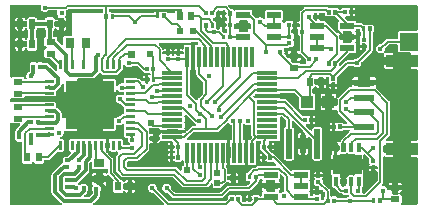
<source format=gtl>
G04 Layer: TopLayer*
G04 EasyEDA v6.4.4, 2020-08-18T00:36:11--7:00*
G04 995102e80ca04af79c8c3c359321127d,ec5ec94f42e349aabe65ed7a530a4b72,10*
G04 Gerber Generator version 0.2*
G04 Scale: 100 percent, Rotated: No, Reflected: No *
G04 Dimensions in millimeters *
G04 leading zeros omitted , absolute positions ,3 integer and 3 decimal *
%FSLAX33Y33*%
%MOMM*%
G90*
G71D02*

%ADD11C,0.150012*%
%ADD12C,0.299999*%
%ADD13C,0.100000*%
%ADD14C,0.449986*%
%ADD15C,0.450037*%
%ADD17R,0.599999X0.599999*%
%ADD18R,0.599999X0.499999*%
%ADD19R,0.299999X0.399999*%
%ADD20R,0.399999X0.299999*%
%ADD21R,0.499999X0.799998*%
%ADD22R,0.799998X0.499999*%
%ADD23R,0.499999X2.499995*%
%ADD24R,0.499999X1.599997*%
%ADD25R,1.211580X0.563880*%
%ADD26R,2.700020X0.999998*%
%ADD27R,1.700022X0.599948*%
%ADD29R,0.799998X0.899998*%
%ADD30R,0.999998X1.099998*%
%ADD31R,0.899998X0.799998*%
%ADD32R,4.089400X4.089400*%
%ADD35R,0.317500X1.816100*%
%ADD36R,1.816100X0.317500*%

%LPD*%
G36*
G01X14105Y16870D02*
G01X8692Y16870D01*
G01X8677Y16869D01*
G01X8663Y16866D01*
G01X8650Y16861D01*
G01X8637Y16854D01*
G01X8625Y16845D01*
G01X8615Y16835D01*
G01X8606Y16823D01*
G01X8599Y16811D01*
G01X8594Y16797D01*
G01X8591Y16783D01*
G01X8590Y16768D01*
G01X8590Y16690D01*
G01X8591Y16675D01*
G01X8594Y16661D01*
G01X8599Y16648D01*
G01X8606Y16635D01*
G01X8615Y16623D01*
G01X8625Y16613D01*
G01X8637Y16604D01*
G01X8663Y16592D01*
G01X8677Y16589D01*
G01X8692Y16588D01*
G01X8709Y16590D01*
G01X8749Y16600D01*
G01X8774Y16602D01*
G01X8786Y16602D01*
G01X8786Y16601D01*
G01X8787Y16587D01*
G01X8790Y16572D01*
G01X8795Y16559D01*
G01X8802Y16546D01*
G01X8811Y16535D01*
G01X8821Y16524D01*
G01X8833Y16516D01*
G01X8845Y16509D01*
G01X8859Y16504D01*
G01X8873Y16501D01*
G01X8887Y16499D01*
G01X8961Y16499D01*
G01X8976Y16501D01*
G01X8990Y16504D01*
G01X9003Y16509D01*
G01X9016Y16516D01*
G01X9028Y16524D01*
G01X9038Y16535D01*
G01X9047Y16546D01*
G01X9054Y16559D01*
G01X9059Y16572D01*
G01X9062Y16587D01*
G01X9063Y16601D01*
G01X9063Y16602D01*
G01X9074Y16602D01*
G01X9092Y16601D01*
G01X9110Y16598D01*
G01X9127Y16593D01*
G01X9143Y16586D01*
G01X9158Y16577D01*
G01X9173Y16566D01*
G01X9186Y16554D01*
G01X9197Y16540D01*
G01X9207Y16529D01*
G01X9219Y16518D01*
G01X9233Y16510D01*
G01X9247Y16504D01*
G01X9263Y16501D01*
G01X9278Y16499D01*
G01X12343Y16499D01*
G01X12357Y16501D01*
G01X12372Y16504D01*
G01X12386Y16509D01*
G01X12398Y16516D01*
G01X12410Y16525D01*
G01X12420Y16535D01*
G01X12429Y16547D01*
G01X12436Y16560D01*
G01X12444Y16576D01*
G01X12454Y16591D01*
G01X12465Y16604D01*
G01X12478Y16616D01*
G01X12492Y16627D01*
G01X12507Y16635D01*
G01X12524Y16642D01*
G01X12541Y16647D01*
G01X12558Y16650D01*
G01X12576Y16651D01*
G01X12587Y16651D01*
G01X12587Y16601D01*
G01X12588Y16587D01*
G01X12591Y16572D01*
G01X12596Y16559D01*
G01X12603Y16546D01*
G01X12612Y16535D01*
G01X12622Y16524D01*
G01X12634Y16516D01*
G01X12646Y16509D01*
G01X12660Y16504D01*
G01X12674Y16501D01*
G01X12689Y16499D01*
G01X12762Y16499D01*
G01X12777Y16501D01*
G01X12791Y16504D01*
G01X12805Y16509D01*
G01X12817Y16516D01*
G01X12829Y16524D01*
G01X12839Y16535D01*
G01X12848Y16546D01*
G01X12855Y16559D01*
G01X12860Y16572D01*
G01X12863Y16587D01*
G01X12864Y16601D01*
G01X12864Y16651D01*
G01X12876Y16651D01*
G01X12895Y16650D01*
G01X12914Y16647D01*
G01X12932Y16641D01*
G01X12949Y16632D01*
G01X12965Y16625D01*
G01X12981Y16621D01*
G01X12998Y16620D01*
G01X13016Y16621D01*
G01X13033Y16626D01*
G01X13049Y16633D01*
G01X13067Y16642D01*
G01X13086Y16648D01*
G01X13105Y16652D01*
G01X13125Y16653D01*
G01X13425Y16653D01*
G01X13443Y16652D01*
G01X13461Y16649D01*
G01X13478Y16644D01*
G01X13494Y16637D01*
G01X13510Y16628D01*
G01X13524Y16617D01*
G01X13537Y16605D01*
G01X13549Y16591D01*
G01X13559Y16576D01*
G01X13567Y16560D01*
G01X13574Y16547D01*
G01X13582Y16536D01*
G01X13593Y16525D01*
G01X13604Y16516D01*
G01X13617Y16509D01*
G01X13631Y16504D01*
G01X13645Y16501D01*
G01X13660Y16499D01*
G01X14095Y16499D01*
G01X14110Y16501D01*
G01X14124Y16504D01*
G01X14137Y16509D01*
G01X14150Y16516D01*
G01X14162Y16524D01*
G01X14172Y16535D01*
G01X14181Y16546D01*
G01X14188Y16559D01*
G01X14193Y16572D01*
G01X14196Y16587D01*
G01X14197Y16601D01*
G01X14197Y16700D01*
G01X14198Y16720D01*
G01X14202Y16741D01*
G01X14206Y16768D01*
G01X14205Y16783D01*
G01X14202Y16797D01*
G01X14197Y16811D01*
G01X14190Y16823D01*
G01X14181Y16835D01*
G01X14171Y16845D01*
G01X14160Y16854D01*
G01X14147Y16861D01*
G01X14133Y16866D01*
G01X14119Y16869D01*
G01X14105Y16870D01*
G37*

%LPD*%
G36*
G01X14686Y16870D02*
G01X14513Y16870D01*
G01X14498Y16869D01*
G01X14484Y16866D01*
G01X14470Y16861D01*
G01X14458Y16854D01*
G01X14446Y16845D01*
G01X14436Y16835D01*
G01X14427Y16823D01*
G01X14420Y16811D01*
G01X14415Y16797D01*
G01X14412Y16783D01*
G01X14411Y16768D01*
G01X14411Y16601D01*
G01X14412Y16587D01*
G01X14415Y16572D01*
G01X14420Y16559D01*
G01X14427Y16546D01*
G01X14436Y16535D01*
G01X14446Y16524D01*
G01X14458Y16516D01*
G01X14470Y16509D01*
G01X14484Y16504D01*
G01X14498Y16501D01*
G01X14513Y16499D01*
G01X14686Y16499D01*
G01X14701Y16501D01*
G01X14715Y16504D01*
G01X14729Y16509D01*
G01X14741Y16516D01*
G01X14753Y16524D01*
G01X14763Y16535D01*
G01X14772Y16546D01*
G01X14779Y16559D01*
G01X14784Y16572D01*
G01X14787Y16587D01*
G01X14788Y16601D01*
G01X14788Y16768D01*
G01X14787Y16783D01*
G01X14784Y16797D01*
G01X14779Y16811D01*
G01X14772Y16823D01*
G01X14763Y16835D01*
G01X14753Y16845D01*
G01X14741Y16854D01*
G01X14729Y16861D01*
G01X14715Y16866D01*
G01X14701Y16869D01*
G01X14686Y16870D01*
G37*

%LPD*%
G36*
G01X20269Y15903D02*
G01X19739Y15903D01*
G01X19725Y15902D01*
G01X19711Y15899D01*
G01X19697Y15894D01*
G01X19684Y15887D01*
G01X19673Y15878D01*
G01X19663Y15868D01*
G01X19654Y15856D01*
G01X19647Y15843D01*
G01X19642Y15830D01*
G01X19639Y15816D01*
G01X19638Y15801D01*
G01X19638Y15604D01*
G01X19282Y15604D01*
G01X19267Y15603D01*
G01X19253Y15600D01*
G01X19239Y15595D01*
G01X19227Y15588D01*
G01X19215Y15579D01*
G01X19205Y15569D01*
G01X19196Y15557D01*
G01X19189Y15545D01*
G01X19184Y15531D01*
G01X19181Y15517D01*
G01X19180Y15502D01*
G01X19180Y15297D01*
G01X19181Y15282D01*
G01X19184Y15268D01*
G01X19189Y15254D01*
G01X19196Y15242D01*
G01X19205Y15230D01*
G01X19215Y15220D01*
G01X19227Y15211D01*
G01X19239Y15204D01*
G01X19253Y15199D01*
G01X19267Y15196D01*
G01X19282Y15195D01*
G01X19638Y15195D01*
G01X19638Y14998D01*
G01X19639Y14983D01*
G01X19642Y14969D01*
G01X19647Y14956D01*
G01X19654Y14943D01*
G01X19663Y14931D01*
G01X19673Y14921D01*
G01X19684Y14912D01*
G01X19697Y14905D01*
G01X19711Y14900D01*
G01X19725Y14897D01*
G01X19739Y14896D01*
G01X20269Y14896D01*
G01X20283Y14897D01*
G01X20298Y14900D01*
G01X20311Y14905D01*
G01X20324Y14912D01*
G01X20335Y14921D01*
G01X20346Y14931D01*
G01X20354Y14943D01*
G01X20361Y14956D01*
G01X20366Y14969D01*
G01X20369Y14983D01*
G01X20371Y14998D01*
G01X20371Y15195D01*
G01X20567Y15195D01*
G01X20582Y15196D01*
G01X20596Y15199D01*
G01X20610Y15204D01*
G01X20622Y15211D01*
G01X20634Y15220D01*
G01X20644Y15230D01*
G01X20653Y15242D01*
G01X20660Y15254D01*
G01X20665Y15268D01*
G01X20668Y15282D01*
G01X20669Y15297D01*
G01X20669Y15502D01*
G01X20668Y15517D01*
G01X20665Y15531D01*
G01X20660Y15545D01*
G01X20653Y15557D01*
G01X20644Y15569D01*
G01X20634Y15579D01*
G01X20622Y15588D01*
G01X20610Y15595D01*
G01X20596Y15600D01*
G01X20582Y15603D01*
G01X20567Y15604D01*
G01X20371Y15604D01*
G01X20371Y15801D01*
G01X20369Y15816D01*
G01X20366Y15830D01*
G01X20361Y15843D01*
G01X20354Y15856D01*
G01X20346Y15868D01*
G01X20335Y15878D01*
G01X20324Y15887D01*
G01X20311Y15894D01*
G01X20298Y15899D01*
G01X20283Y15902D01*
G01X20269Y15903D01*
G37*

%LPD*%
G36*
G01X18361Y16770D02*
G01X18288Y16770D01*
G01X18273Y16769D01*
G01X18259Y16766D01*
G01X18246Y16761D01*
G01X18233Y16754D01*
G01X18221Y16745D01*
G01X18211Y16735D01*
G01X18202Y16724D01*
G01X18195Y16711D01*
G01X18190Y16697D01*
G01X18187Y16683D01*
G01X18186Y16669D01*
G01X18186Y16663D01*
G01X18021Y16663D01*
G01X18019Y16678D01*
G01X18014Y16692D01*
G01X18007Y16705D01*
G01X17999Y16717D01*
G01X17988Y16728D01*
G01X17976Y16737D01*
G01X17964Y16744D01*
G01X17950Y16749D01*
G01X17935Y16753D01*
G01X17920Y16754D01*
G01X17904Y16752D01*
G01X17889Y16749D01*
G01X17874Y16743D01*
G01X17861Y16734D01*
G01X17849Y16724D01*
G01X17709Y16584D01*
G01X17698Y16572D01*
G01X17690Y16558D01*
G01X17684Y16544D01*
G01X17680Y16528D01*
G01X17679Y16512D01*
G01X17679Y16300D01*
G01X17678Y16281D01*
G01X17675Y16263D01*
G01X17669Y16245D01*
G01X17661Y16228D01*
G01X17652Y16212D01*
G01X17640Y16197D01*
G01X17627Y16184D01*
G01X17612Y16172D01*
G01X17596Y16163D01*
G01X17579Y16155D01*
G01X17561Y16149D01*
G01X17543Y16146D01*
G01X17525Y16145D01*
G01X17524Y16145D01*
G01X17509Y16144D01*
G01X17495Y16141D01*
G01X17482Y16136D01*
G01X17469Y16129D01*
G01X17457Y16120D01*
G01X17447Y16110D01*
G01X17438Y16098D01*
G01X17432Y16086D01*
G01X17426Y16072D01*
G01X17423Y16058D01*
G01X17422Y16043D01*
G01X17424Y16027D01*
G01X17427Y16012D01*
G01X17433Y15997D01*
G01X17442Y15984D01*
G01X17452Y15972D01*
G01X17537Y15887D01*
G01X17554Y15868D01*
G01X17564Y15857D01*
G01X17576Y15847D01*
G01X17590Y15839D01*
G01X17607Y15830D01*
G01X17623Y15819D01*
G01X17637Y15805D01*
G01X17649Y15790D01*
G01X17660Y15774D01*
G01X17668Y15756D01*
G01X17674Y15738D01*
G01X17678Y15719D01*
G01X17679Y15700D01*
G01X17679Y15290D01*
G01X17680Y15274D01*
G01X17684Y15259D01*
G01X17690Y15244D01*
G01X17698Y15230D01*
G01X17709Y15218D01*
G01X17721Y15208D01*
G01X17749Y15185D01*
G01X17775Y15161D01*
G01X17787Y15150D01*
G01X17801Y15141D01*
G01X17816Y15134D01*
G01X17832Y15130D01*
G01X17849Y15129D01*
G01X17931Y15129D01*
G01X17945Y15130D01*
G01X17959Y15133D01*
G01X17973Y15138D01*
G01X17986Y15145D01*
G01X17997Y15154D01*
G01X18007Y15164D01*
G01X18016Y15176D01*
G01X18023Y15188D01*
G01X18028Y15202D01*
G01X18031Y15216D01*
G01X18032Y15230D01*
G01X18029Y15258D01*
G01X18024Y15278D01*
G01X18023Y15299D01*
G01X18023Y15335D01*
G01X18187Y15335D01*
G01X18187Y15126D01*
G01X18175Y15115D01*
G01X18165Y15103D01*
G01X18157Y15090D01*
G01X18151Y15075D01*
G01X18147Y15060D01*
G01X18146Y15044D01*
G01X18148Y15028D01*
G01X18151Y15013D01*
G01X18157Y14998D01*
G01X18166Y14985D01*
G01X18176Y14972D01*
G01X18265Y14884D01*
G01X18277Y14873D01*
G01X18290Y14865D01*
G01X18305Y14859D01*
G01X18321Y14855D01*
G01X18337Y14854D01*
G01X18475Y14854D01*
G01X18496Y14853D01*
G01X18516Y14848D01*
G01X18543Y14845D01*
G01X18558Y14846D01*
G01X18572Y14849D01*
G01X18586Y14854D01*
G01X18598Y14861D01*
G01X18610Y14869D01*
G01X18620Y14880D01*
G01X18629Y14891D01*
G01X18636Y14904D01*
G01X18641Y14918D01*
G01X18644Y14932D01*
G01X18645Y14946D01*
G01X18645Y15054D01*
G01X18644Y15068D01*
G01X18641Y15082D01*
G01X18636Y15096D01*
G01X18629Y15108D01*
G01X18620Y15120D01*
G01X18610Y15130D01*
G01X18598Y15139D01*
G01X18586Y15146D01*
G01X18572Y15151D01*
G01X18558Y15154D01*
G01X18543Y15155D01*
G01X18516Y15151D01*
G01X18496Y15147D01*
G01X18476Y15146D01*
G01X18464Y15146D01*
G01X18464Y15335D01*
G01X18469Y15335D01*
G01X18484Y15336D01*
G01X18498Y15339D01*
G01X18511Y15344D01*
G01X18524Y15351D01*
G01X18536Y15360D01*
G01X18546Y15370D01*
G01X18555Y15382D01*
G01X18562Y15394D01*
G01X18567Y15408D01*
G01X18570Y15422D01*
G01X18571Y15437D01*
G01X18571Y15560D01*
G01X18570Y15575D01*
G01X18567Y15589D01*
G01X18562Y15603D01*
G01X18555Y15615D01*
G01X18546Y15627D01*
G01X18536Y15637D01*
G01X18524Y15646D01*
G01X18511Y15653D01*
G01X18498Y15658D01*
G01X18484Y15661D01*
G01X18469Y15662D01*
G01X18464Y15662D01*
G01X18464Y15851D01*
G01X18476Y15851D01*
G01X18496Y15850D01*
G01X18516Y15846D01*
G01X18543Y15842D01*
G01X18558Y15843D01*
G01X18572Y15846D01*
G01X18586Y15851D01*
G01X18598Y15858D01*
G01X18610Y15867D01*
G01X18620Y15877D01*
G01X18629Y15889D01*
G01X18636Y15901D01*
G01X18641Y15915D01*
G01X18644Y15929D01*
G01X18645Y15944D01*
G01X18645Y16055D01*
G01X18644Y16069D01*
G01X18641Y16083D01*
G01X18636Y16097D01*
G01X18629Y16110D01*
G01X18620Y16121D01*
G01X18610Y16131D01*
G01X18598Y16140D01*
G01X18586Y16147D01*
G01X18572Y16152D01*
G01X18558Y16155D01*
G01X18543Y16156D01*
G01X18516Y16153D01*
G01X18495Y16148D01*
G01X18475Y16147D01*
G01X18463Y16147D01*
G01X18463Y16336D01*
G01X18468Y16336D01*
G01X18483Y16337D01*
G01X18497Y16340D01*
G01X18510Y16345D01*
G01X18523Y16352D01*
G01X18535Y16361D01*
G01X18545Y16371D01*
G01X18554Y16383D01*
G01X18561Y16395D01*
G01X18566Y16409D01*
G01X18569Y16423D01*
G01X18570Y16438D01*
G01X18570Y16561D01*
G01X18569Y16576D01*
G01X18566Y16590D01*
G01X18561Y16604D01*
G01X18554Y16616D01*
G01X18545Y16628D01*
G01X18535Y16638D01*
G01X18523Y16647D01*
G01X18510Y16654D01*
G01X18497Y16659D01*
G01X18483Y16662D01*
G01X18468Y16663D01*
G01X18463Y16663D01*
G01X18463Y16668D01*
G01X18462Y16684D01*
G01X18458Y16700D01*
G01X18452Y16714D01*
G01X18444Y16728D01*
G01X18433Y16740D01*
G01X18421Y16751D01*
G01X18407Y16759D01*
G01X18393Y16765D01*
G01X18377Y16769D01*
G01X18361Y16770D01*
G37*

%LPC*%
G36*
G01X18187Y15851D02*
G01X18176Y15851D01*
G01X18157Y15850D01*
G01X18139Y15847D01*
G01X18121Y15841D01*
G01X18105Y15834D01*
G01X18089Y15824D01*
G01X18074Y15813D01*
G01X18061Y15800D01*
G01X18050Y15785D01*
G01X18040Y15770D01*
G01X18033Y15753D01*
G01X18027Y15735D01*
G01X18024Y15717D01*
G01X18023Y15699D01*
G01X18023Y15662D01*
G01X18187Y15662D01*
G01X18187Y15851D01*
G37*
G36*
G01X18186Y16336D02*
G01X18022Y16336D01*
G01X18022Y16300D01*
G01X18023Y16281D01*
G01X18026Y16263D01*
G01X18032Y16245D01*
G01X18039Y16229D01*
G01X18049Y16213D01*
G01X18060Y16198D01*
G01X18073Y16185D01*
G01X18088Y16174D01*
G01X18104Y16164D01*
G01X18121Y16157D01*
G01X18138Y16151D01*
G01X18156Y16148D01*
G01X18175Y16147D01*
G01X18186Y16147D01*
G01X18186Y16336D01*
G37*

%LPD*%
G36*
G01X26161Y16570D02*
G01X26088Y16570D01*
G01X26073Y16568D01*
G01X26059Y16565D01*
G01X26045Y16560D01*
G01X26033Y16553D01*
G01X26021Y16545D01*
G01X26011Y16534D01*
G01X26002Y16523D01*
G01X25995Y16510D01*
G01X25990Y16497D01*
G01X25987Y16482D01*
G01X25986Y16468D01*
G01X25986Y16363D01*
G01X25981Y16363D01*
G01X25966Y16362D01*
G01X25952Y16359D01*
G01X25939Y16354D01*
G01X25926Y16347D01*
G01X25914Y16338D01*
G01X25904Y16328D01*
G01X25895Y16316D01*
G01X25888Y16304D01*
G01X25883Y16290D01*
G01X25880Y16276D01*
G01X25879Y16261D01*
G01X25879Y16138D01*
G01X25880Y16123D01*
G01X25883Y16109D01*
G01X25888Y16095D01*
G01X25895Y16083D01*
G01X25904Y16071D01*
G01X25914Y16061D01*
G01X25926Y16052D01*
G01X25939Y16045D01*
G01X25952Y16040D01*
G01X25966Y16037D01*
G01X25981Y16036D01*
G01X25986Y16036D01*
G01X25986Y16026D01*
G01X25987Y16010D01*
G01X25991Y15994D01*
G01X25997Y15979D01*
G01X26005Y15966D01*
G01X26016Y15954D01*
G01X26064Y15906D01*
G01X26076Y15895D01*
G01X26090Y15887D01*
G01X26104Y15881D01*
G01X26120Y15877D01*
G01X26136Y15876D01*
G01X26161Y15876D01*
G01X26176Y15877D01*
G01X26190Y15880D01*
G01X26204Y15885D01*
G01X26216Y15892D01*
G01X26228Y15901D01*
G01X26238Y15911D01*
G01X26247Y15922D01*
G01X26254Y15935D01*
G01X26259Y15949D01*
G01X26262Y15963D01*
G01X26263Y15977D01*
G01X26263Y16036D01*
G01X26427Y16036D01*
G01X26427Y15986D01*
G01X26426Y15977D01*
G01X26427Y15963D01*
G01X26430Y15949D01*
G01X26435Y15935D01*
G01X26442Y15922D01*
G01X26451Y15911D01*
G01X26461Y15901D01*
G01X26473Y15892D01*
G01X26486Y15885D01*
G01X26499Y15880D01*
G01X26513Y15877D01*
G01X26528Y15876D01*
G01X26810Y15876D01*
G01X26828Y15875D01*
G01X26847Y15871D01*
G01X26864Y15866D01*
G01X26881Y15858D01*
G01X26897Y15849D01*
G01X26912Y15837D01*
G01X26925Y15824D01*
G01X26937Y15810D01*
G01X26946Y15794D01*
G01X26954Y15777D01*
G01X26960Y15759D01*
G01X26963Y15741D01*
G01X26967Y15725D01*
G01X26972Y15710D01*
G01X26981Y15696D01*
G01X26991Y15684D01*
G01X27003Y15673D01*
G01X27017Y15664D01*
G01X27032Y15658D01*
G01X27056Y15648D01*
G01X27080Y15635D01*
G01X27102Y15620D01*
G01X27121Y15602D01*
G01X27894Y14830D01*
G01X27906Y14820D01*
G01X27919Y14812D01*
G01X27934Y14806D01*
G01X27949Y14802D01*
G01X27965Y14801D01*
G01X27981Y14802D01*
G01X27996Y14805D01*
G01X28011Y14811D01*
G01X28024Y14819D01*
G01X28036Y14829D01*
G01X28046Y14841D01*
G01X28055Y14854D01*
G01X28068Y14875D01*
G01X28085Y14894D01*
G01X28097Y14906D01*
G01X28106Y14920D01*
G01X28113Y14935D01*
G01X28117Y14951D01*
G01X28118Y14968D01*
G01X28117Y14985D01*
G01X28113Y15001D01*
G01X28106Y15017D01*
G01X28096Y15031D01*
G01X28085Y15043D01*
G01X28072Y15056D01*
G01X28061Y15071D01*
G01X28052Y15087D01*
G01X28044Y15103D01*
G01X28039Y15121D01*
G01X28036Y15139D01*
G01X28035Y15157D01*
G01X28035Y15721D01*
G01X28036Y15741D01*
G01X28040Y15761D01*
G01X28046Y15779D01*
G01X28055Y15797D01*
G01X28065Y15814D01*
G01X28078Y15829D01*
G01X28088Y15841D01*
G01X28096Y15855D01*
G01X28102Y15869D01*
G01X28106Y15884D01*
G01X28107Y15900D01*
G01X28106Y15916D01*
G01X28102Y15931D01*
G01X28096Y15946D01*
G01X28088Y15960D01*
G01X28077Y15972D01*
G01X27834Y16215D01*
G01X27822Y16226D01*
G01X27808Y16234D01*
G01X27794Y16240D01*
G01X27778Y16244D01*
G01X27762Y16245D01*
G01X27624Y16245D01*
G01X27605Y16246D01*
G01X27585Y16250D01*
G01X27567Y16256D01*
G01X27549Y16265D01*
G01X27533Y16272D01*
G01X27517Y16276D01*
G01X27499Y16277D01*
G01X27482Y16276D01*
G01X27466Y16272D01*
G01X27450Y16264D01*
G01X27432Y16256D01*
G01X27413Y16250D01*
G01X27394Y16246D01*
G01X27375Y16245D01*
G01X27075Y16245D01*
G01X27056Y16246D01*
G01X27038Y16249D01*
G01X27020Y16255D01*
G01X27003Y16263D01*
G01X26987Y16272D01*
G01X26972Y16284D01*
G01X26959Y16297D01*
G01X26947Y16312D01*
G01X26938Y16328D01*
G01X26930Y16345D01*
G01X26924Y16362D01*
G01X26921Y16381D01*
G01X26920Y16399D01*
G01X26920Y16468D01*
G01X26919Y16482D01*
G01X26916Y16497D01*
G01X26911Y16510D01*
G01X26904Y16523D01*
G01X26895Y16534D01*
G01X26885Y16545D01*
G01X26873Y16553D01*
G01X26861Y16560D01*
G01X26847Y16565D01*
G01X26833Y16568D01*
G01X26818Y16570D01*
G01X26519Y16570D01*
G01X26505Y16568D01*
G01X26491Y16565D01*
G01X26477Y16560D01*
G01X26464Y16553D01*
G01X26453Y16545D01*
G01X26443Y16534D01*
G01X26434Y16523D01*
G01X26427Y16510D01*
G01X26422Y16497D01*
G01X26419Y16482D01*
G01X26418Y16468D01*
G01X26421Y16441D01*
G01X26426Y16420D01*
G01X26427Y16399D01*
G01X26427Y16363D01*
G01X26263Y16363D01*
G01X26263Y16468D01*
G01X26262Y16482D01*
G01X26259Y16497D01*
G01X26254Y16510D01*
G01X26247Y16523D01*
G01X26238Y16534D01*
G01X26228Y16545D01*
G01X26216Y16553D01*
G01X26204Y16560D01*
G01X26190Y16565D01*
G01X26176Y16568D01*
G01X26161Y16570D01*
G37*

%LPD*%
G36*
G01X8030Y16870D02*
G01X5187Y16870D01*
G01X5171Y16869D01*
G01X5155Y16865D01*
G01X5141Y16859D01*
G01X5127Y16851D01*
G01X5115Y16840D01*
G01X5112Y16837D01*
G01X5095Y16822D01*
G01X5077Y16808D01*
G01X5057Y16797D01*
G01X5037Y16787D01*
G01X5015Y16780D01*
G01X5002Y16774D01*
G01X4989Y16767D01*
G01X4978Y16759D01*
G01X4967Y16749D01*
G01X4959Y16737D01*
G01X4952Y16724D01*
G01X4947Y16711D01*
G01X4944Y16697D01*
G01X4943Y16682D01*
G01X4945Y16663D01*
G01X4950Y16644D01*
G01X4961Y16616D01*
G01X4969Y16587D01*
G01X4974Y16558D01*
G01X4978Y16529D01*
G01X4979Y16499D01*
G01X4978Y16469D01*
G01X4974Y16439D01*
G01X4968Y16410D01*
G01X4960Y16381D01*
G01X4949Y16352D01*
G01X4937Y16325D01*
G01X4922Y16299D01*
G01X4905Y16274D01*
G01X4896Y16260D01*
G01X4890Y16245D01*
G01X4886Y16230D01*
G01X4885Y16214D01*
G01X4886Y16199D01*
G01X4889Y16185D01*
G01X4894Y16171D01*
G01X4901Y16159D01*
G01X4910Y16147D01*
G01X4920Y16137D01*
G01X4932Y16128D01*
G01X4947Y16117D01*
G01X4961Y16104D01*
G01X4973Y16089D01*
G01X4983Y16073D01*
G01X4991Y16056D01*
G01X4997Y16037D01*
G01X5001Y16019D01*
G01X5002Y16000D01*
G01X5002Y15863D01*
G01X4788Y15863D01*
G01X4788Y16026D01*
G01X4787Y16041D01*
G01X4784Y16055D01*
G01X4779Y16068D01*
G01X4772Y16081D01*
G01X4763Y16093D01*
G01X4753Y16103D01*
G01X4741Y16112D01*
G01X4728Y16119D01*
G01X4715Y16124D01*
G01X4701Y16127D01*
G01X4686Y16128D01*
G01X4668Y16126D01*
G01X4634Y16121D01*
G01X4599Y16120D01*
G01X4565Y16121D01*
G01X4531Y16126D01*
G01X4512Y16128D01*
G01X4498Y16127D01*
G01X4484Y16124D01*
G01X4470Y16119D01*
G01X4458Y16112D01*
G01X4446Y16103D01*
G01X4436Y16093D01*
G01X4427Y16081D01*
G01X4420Y16068D01*
G01X4415Y16055D01*
G01X4412Y16041D01*
G01X4411Y16026D01*
G01X4411Y15863D01*
G01X4106Y15863D01*
G01X4091Y15862D01*
G01X4077Y15859D01*
G01X4063Y15854D01*
G01X4051Y15847D01*
G01X4039Y15838D01*
G01X4029Y15828D01*
G01X4020Y15816D01*
G01X4013Y15804D01*
G01X4008Y15790D01*
G01X4005Y15776D01*
G01X4004Y15761D01*
G01X4004Y15438D01*
G01X4005Y15423D01*
G01X4008Y15409D01*
G01X4013Y15395D01*
G01X4020Y15383D01*
G01X4029Y15371D01*
G01X4039Y15361D01*
G01X4051Y15352D01*
G01X4063Y15345D01*
G01X4077Y15340D01*
G01X4091Y15337D01*
G01X4106Y15336D01*
G01X4411Y15336D01*
G01X4411Y15047D01*
G01X4349Y15047D01*
G01X4330Y15048D01*
G01X4312Y15052D01*
G01X4294Y15057D01*
G01X4277Y15065D01*
G01X4260Y15076D01*
G01X4246Y15088D01*
G01X4233Y15101D01*
G01X4221Y15116D01*
G01X4212Y15133D01*
G01X4205Y15151D01*
G01X4200Y15169D01*
G01X4196Y15184D01*
G01X4189Y15198D01*
G01X4181Y15211D01*
G01X4170Y15222D01*
G01X4158Y15232D01*
G01X4145Y15240D01*
G01X4131Y15245D01*
G01X4116Y15249D01*
G01X4100Y15250D01*
G01X4085Y15249D01*
G01X4070Y15245D01*
G01X4056Y15240D01*
G01X4042Y15232D01*
G01X4030Y15222D01*
G01X4020Y15210D01*
G01X4011Y15198D01*
G01X4005Y15184D01*
G01X4001Y15169D01*
G01X3996Y15151D01*
G01X3989Y15134D01*
G01X3980Y15118D01*
G01X3970Y15103D01*
G01X3958Y15089D01*
G01X3944Y15077D01*
G01X3932Y15067D01*
G01X3922Y15055D01*
G01X3914Y15041D01*
G01X3909Y15027D01*
G01X3905Y15012D01*
G01X3904Y14997D01*
G01X3904Y14606D01*
G01X3905Y14591D01*
G01X3908Y14577D01*
G01X3913Y14563D01*
G01X3920Y14551D01*
G01X3929Y14539D01*
G01X3939Y14529D01*
G01X3951Y14520D01*
G01X3963Y14513D01*
G01X3977Y14508D01*
G01X3991Y14505D01*
G01X4006Y14504D01*
G01X4099Y14504D01*
G01X4118Y14503D01*
G01X4136Y14499D01*
G01X4154Y14494D01*
G01X4171Y14486D01*
G01X4187Y14477D01*
G01X4202Y14465D01*
G01X4215Y14452D01*
G01X4227Y14437D01*
G01X4236Y14421D01*
G01X4244Y14404D01*
G01X4249Y14386D01*
G01X4253Y14368D01*
G01X4254Y14349D01*
G01X4254Y14218D01*
G01X4255Y14202D01*
G01X4259Y14186D01*
G01X4265Y14172D01*
G01X4273Y14158D01*
G01X4284Y14146D01*
G01X4572Y13858D01*
G01X4584Y13848D01*
G01X4597Y13839D01*
G01X4612Y13833D01*
G01X4627Y13830D01*
G01X4643Y13828D01*
G01X4658Y13829D01*
G01X4672Y13832D01*
G01X4686Y13838D01*
G01X4698Y13845D01*
G01X4710Y13853D01*
G01X4720Y13863D01*
G01X4729Y13875D01*
G01X4736Y13888D01*
G01X4741Y13901D01*
G01X4744Y13915D01*
G01X4745Y13930D01*
G01X4745Y14450D01*
G01X4746Y14468D01*
G01X4749Y14486D01*
G01X4755Y14504D01*
G01X4763Y14521D01*
G01X4772Y14537D01*
G01X4784Y14552D01*
G01X4797Y14565D01*
G01X4812Y14577D01*
G01X4828Y14586D01*
G01X4845Y14594D01*
G01X4863Y14600D01*
G01X4881Y14603D01*
G01X4900Y14604D01*
G01X5398Y14604D01*
G01X5412Y14605D01*
G01X5427Y14608D01*
G01X5440Y14613D01*
G01X5453Y14620D01*
G01X5464Y14629D01*
G01X5475Y14639D01*
G01X5483Y14651D01*
G01X5490Y14663D01*
G01X5495Y14677D01*
G01X5498Y14691D01*
G01X5499Y14706D01*
G01X5499Y16499D01*
G01X8018Y16499D01*
G01X8034Y16501D01*
G01X8049Y16504D01*
G01X8064Y16510D01*
G01X8078Y16519D01*
G01X8090Y16529D01*
G01X8100Y16541D01*
G01X8107Y16550D01*
G01X8117Y16564D01*
G01X8125Y16580D01*
G01X8130Y16598D01*
G01X8131Y16615D01*
G01X8131Y16768D01*
G01X8130Y16783D01*
G01X8127Y16797D01*
G01X8122Y16811D01*
G01X8115Y16823D01*
G01X8106Y16835D01*
G01X8096Y16845D01*
G01X8084Y16854D01*
G01X8072Y16861D01*
G01X8058Y16866D01*
G01X8044Y16869D01*
G01X8030Y16870D01*
G37*

%LPC*%
G36*
G01X5002Y15336D02*
G01X4788Y15336D01*
G01X4788Y15047D01*
G01X4849Y15047D01*
G01X4868Y15048D01*
G01X4886Y15051D01*
G01X4904Y15057D01*
G01X4920Y15064D01*
G01X4936Y15074D01*
G01X4951Y15085D01*
G01X4964Y15098D01*
G01X4975Y15113D01*
G01X4985Y15129D01*
G01X4992Y15145D01*
G01X4998Y15163D01*
G01X5001Y15181D01*
G01X5002Y15200D01*
G01X5002Y15336D01*
G37*

%LPD*%
G36*
G01X14940Y13999D02*
G01X12919Y13999D01*
G01X12905Y13998D01*
G01X12891Y13995D01*
G01X12877Y13990D01*
G01X12864Y13983D01*
G01X12853Y13975D01*
G01X12843Y13964D01*
G01X12834Y13953D01*
G01X12827Y13940D01*
G01X12822Y13927D01*
G01X12819Y13912D01*
G01X12818Y13898D01*
G01X12819Y13882D01*
G01X12823Y13867D01*
G01X12829Y13852D01*
G01X12837Y13838D01*
G01X12848Y13826D01*
G01X13062Y13611D01*
G01X13078Y13594D01*
G01X13091Y13576D01*
G01X13103Y13556D01*
G01X13113Y13535D01*
G01X13120Y13513D01*
G01X13126Y13491D01*
G01X13130Y13476D01*
G01X13136Y13462D01*
G01X13145Y13449D01*
G01X13155Y13437D01*
G01X13167Y13427D01*
G01X13180Y13419D01*
G01X13195Y13413D01*
G01X13210Y13409D01*
G01X13226Y13408D01*
G01X13241Y13409D01*
G01X13256Y13413D01*
G01X13270Y13418D01*
G01X13283Y13426D01*
G01X13295Y13436D01*
G01X13310Y13448D01*
G01X13326Y13458D01*
G01X13343Y13466D01*
G01X13362Y13472D01*
G01X13380Y13476D01*
G01X13400Y13477D01*
G01X13436Y13477D01*
G01X13436Y13313D01*
G01X13231Y13313D01*
G01X13217Y13312D01*
G01X13203Y13309D01*
G01X13189Y13304D01*
G01X13176Y13297D01*
G01X13165Y13288D01*
G01X13155Y13278D01*
G01X13146Y13266D01*
G01X13139Y13253D01*
G01X13134Y13240D01*
G01X13131Y13226D01*
G01X13130Y13211D01*
G01X13130Y13137D01*
G01X13131Y13123D01*
G01X13134Y13109D01*
G01X13139Y13095D01*
G01X13146Y13083D01*
G01X13155Y13071D01*
G01X13165Y13061D01*
G01X13176Y13052D01*
G01X13189Y13045D01*
G01X13203Y13040D01*
G01X13217Y13037D01*
G01X13231Y13036D01*
G01X13436Y13036D01*
G01X13436Y13031D01*
G01X13437Y13016D01*
G01X13440Y13002D01*
G01X13445Y12989D01*
G01X13452Y12976D01*
G01X13461Y12964D01*
G01X13471Y12954D01*
G01X13483Y12945D01*
G01X13495Y12938D01*
G01X13509Y12933D01*
G01X13523Y12930D01*
G01X13538Y12929D01*
G01X13661Y12929D01*
G01X13676Y12930D01*
G01X13690Y12933D01*
G01X13704Y12938D01*
G01X13716Y12945D01*
G01X13728Y12954D01*
G01X13738Y12964D01*
G01X13747Y12976D01*
G01X13754Y12989D01*
G01X13759Y13002D01*
G01X13762Y13016D01*
G01X13763Y13031D01*
G01X13763Y13036D01*
G01X13966Y13036D01*
G01X13956Y13017D01*
G01X13950Y12997D01*
G01X13947Y12983D01*
G01X13943Y12956D01*
G01X13944Y12941D01*
G01X13947Y12927D01*
G01X13952Y12913D01*
G01X13959Y12901D01*
G01X13968Y12889D01*
G01X13978Y12879D01*
G01X13989Y12870D01*
G01X14002Y12863D01*
G01X14016Y12858D01*
G01X14030Y12855D01*
G01X14044Y12854D01*
G01X14055Y12854D01*
G01X14069Y12855D01*
G01X14083Y12858D01*
G01X14097Y12863D01*
G01X14110Y12870D01*
G01X14121Y12879D01*
G01X14132Y12889D01*
G01X14140Y12901D01*
G01X14147Y12913D01*
G01X14152Y12927D01*
G01X14155Y12941D01*
G01X14156Y12956D01*
G01X14153Y12983D01*
G01X14149Y12997D01*
G01X14143Y13017D01*
G01X14133Y13036D01*
G01X14336Y13036D01*
G01X14336Y13031D01*
G01X14337Y13016D01*
G01X14340Y13002D01*
G01X14345Y12989D01*
G01X14352Y12976D01*
G01X14361Y12964D01*
G01X14371Y12954D01*
G01X14383Y12945D01*
G01X14395Y12938D01*
G01X14409Y12933D01*
G01X14423Y12930D01*
G01X14438Y12929D01*
G01X14561Y12929D01*
G01X14576Y12930D01*
G01X14590Y12933D01*
G01X14604Y12938D01*
G01X14616Y12945D01*
G01X14628Y12954D01*
G01X14638Y12964D01*
G01X14647Y12976D01*
G01X14654Y12989D01*
G01X14659Y13002D01*
G01X14662Y13016D01*
G01X14663Y13031D01*
G01X14663Y13036D01*
G01X14841Y13036D01*
G01X14856Y13037D01*
G01X14870Y13040D01*
G01X14884Y13045D01*
G01X14896Y13052D01*
G01X14908Y13061D01*
G01X14918Y13071D01*
G01X14927Y13083D01*
G01X14934Y13095D01*
G01X14939Y13109D01*
G01X14942Y13123D01*
G01X14943Y13137D01*
G01X14943Y13211D01*
G01X14942Y13226D01*
G01X14939Y13240D01*
G01X14934Y13253D01*
G01X14927Y13266D01*
G01X14918Y13278D01*
G01X14908Y13288D01*
G01X14896Y13297D01*
G01X14884Y13304D01*
G01X14870Y13309D01*
G01X14856Y13312D01*
G01X14841Y13313D01*
G01X14663Y13313D01*
G01X14663Y13477D01*
G01X14700Y13477D01*
G01X14718Y13476D01*
G01X14735Y13473D01*
G01X14753Y13467D01*
G01X14769Y13460D01*
G01X14785Y13451D01*
G01X14798Y13444D01*
G01X14812Y13438D01*
G01X14826Y13435D01*
G01X14841Y13434D01*
G01X14856Y13435D01*
G01X14870Y13438D01*
G01X14884Y13443D01*
G01X14896Y13450D01*
G01X14908Y13459D01*
G01X14918Y13469D01*
G01X14927Y13480D01*
G01X14934Y13493D01*
G01X14939Y13507D01*
G01X14942Y13521D01*
G01X14943Y13535D01*
G01X14943Y13696D01*
G01X14944Y13716D01*
G01X14948Y13736D01*
G01X14955Y13755D01*
G01X14963Y13773D01*
G01X14974Y13789D01*
G01X14987Y13805D01*
G01X15002Y13818D01*
G01X15014Y13828D01*
G01X15023Y13840D01*
G01X15031Y13853D01*
G01X15037Y13868D01*
G01X15040Y13883D01*
G01X15041Y13898D01*
G01X15040Y13912D01*
G01X15037Y13927D01*
G01X15032Y13940D01*
G01X15025Y13953D01*
G01X15017Y13964D01*
G01X15006Y13975D01*
G01X14995Y13983D01*
G01X14982Y13990D01*
G01X14968Y13995D01*
G01X14954Y13998D01*
G01X14940Y13999D01*
G37*

%LPC*%
G36*
G01X14336Y13477D02*
G01X14300Y13477D01*
G01X14282Y13476D01*
G01X14265Y13473D01*
G01X14248Y13468D01*
G01X14231Y13461D01*
G01X14216Y13452D01*
G01X14202Y13442D01*
G01X14189Y13430D01*
G01X14178Y13416D01*
G01X14168Y13402D01*
G01X14160Y13386D01*
G01X14154Y13369D01*
G01X14149Y13352D01*
G01X14143Y13332D01*
G01X14133Y13313D01*
G01X14336Y13313D01*
G01X14336Y13477D01*
G37*
G36*
G01X13800Y13477D02*
G01X13763Y13477D01*
G01X13763Y13313D01*
G01X13966Y13313D01*
G01X13956Y13332D01*
G01X13950Y13352D01*
G01X13945Y13369D01*
G01X13939Y13386D01*
G01X13931Y13402D01*
G01X13921Y13416D01*
G01X13910Y13430D01*
G01X13897Y13442D01*
G01X13883Y13452D01*
G01X13868Y13461D01*
G01X13851Y13468D01*
G01X13835Y13473D01*
G01X13817Y13476D01*
G01X13800Y13477D01*
G37*

%LPD*%
G36*
G01X29768Y15210D02*
G01X29652Y15210D01*
G01X29637Y15209D01*
G01X29621Y15205D01*
G01X29607Y15199D01*
G01X29594Y15191D01*
G01X29582Y15182D01*
G01X29571Y15170D01*
G01X29563Y15157D01*
G01X29556Y15143D01*
G01X29552Y15128D01*
G01X29547Y15109D01*
G01X29540Y15090D01*
G01X29530Y15073D01*
G01X29519Y15057D01*
G01X29493Y15031D01*
G01X29484Y15017D01*
G01X29477Y15001D01*
G01X29473Y14985D01*
G01X29472Y14968D01*
G01X29473Y14951D01*
G01X29477Y14935D01*
G01X29484Y14920D01*
G01X29493Y14906D01*
G01X29504Y14894D01*
G01X29517Y14881D01*
G01X29528Y14866D01*
G01X29537Y14851D01*
G01X29544Y14834D01*
G01X29549Y14817D01*
G01X29552Y14799D01*
G01X29553Y14781D01*
G01X29553Y14704D01*
G01X29161Y14704D01*
G01X29161Y14901D01*
G01X29160Y14916D01*
G01X29157Y14930D01*
G01X29152Y14943D01*
G01X29145Y14956D01*
G01X29136Y14968D01*
G01X29126Y14978D01*
G01X29115Y14987D01*
G01X29102Y14994D01*
G01X29088Y14999D01*
G01X29074Y15002D01*
G01X29060Y15003D01*
G01X28530Y15003D01*
G01X28516Y15002D01*
G01X28501Y14999D01*
G01X28488Y14994D01*
G01X28475Y14987D01*
G01X28464Y14978D01*
G01X28453Y14968D01*
G01X28445Y14956D01*
G01X28438Y14943D01*
G01X28433Y14930D01*
G01X28430Y14916D01*
G01X28429Y14901D01*
G01X28429Y14704D01*
G01X28214Y14704D01*
G01X28199Y14703D01*
G01X28185Y14700D01*
G01X28172Y14695D01*
G01X28159Y14688D01*
G01X28147Y14679D01*
G01X28137Y14669D01*
G01X28128Y14657D01*
G01X28121Y14645D01*
G01X28116Y14631D01*
G01X28113Y14617D01*
G01X28112Y14602D01*
G01X28114Y14587D01*
G01X28117Y14571D01*
G01X28123Y14548D01*
G01X28127Y14524D01*
G01X28128Y14500D01*
G01X28128Y14397D01*
G01X28129Y14382D01*
G01X28133Y14368D01*
G01X28138Y14354D01*
G01X28145Y14342D01*
G01X28153Y14330D01*
G01X28163Y14320D01*
G01X28175Y14311D01*
G01X28188Y14304D01*
G01X28201Y14299D01*
G01X28216Y14296D01*
G01X28230Y14295D01*
G01X28429Y14295D01*
G01X28429Y14098D01*
G01X28430Y14083D01*
G01X28433Y14069D01*
G01X28438Y14056D01*
G01X28445Y14043D01*
G01X28453Y14031D01*
G01X28464Y14021D01*
G01X28475Y14012D01*
G01X28488Y14005D01*
G01X28501Y14000D01*
G01X28516Y13997D01*
G01X28530Y13996D01*
G01X29060Y13996D01*
G01X29074Y13997D01*
G01X29088Y14000D01*
G01X29102Y14005D01*
G01X29115Y14012D01*
G01X29126Y14021D01*
G01X29136Y14031D01*
G01X29145Y14043D01*
G01X29152Y14056D01*
G01X29157Y14069D01*
G01X29160Y14083D01*
G01X29161Y14098D01*
G01X29161Y14295D01*
G01X29553Y14295D01*
G01X29553Y14218D01*
G01X29552Y14200D01*
G01X29549Y14182D01*
G01X29544Y14165D01*
G01X29537Y14148D01*
G01X29528Y14133D01*
G01X29517Y14118D01*
G01X29504Y14105D01*
G01X29493Y14093D01*
G01X29484Y14079D01*
G01X29477Y14064D01*
G01X29473Y14048D01*
G01X29472Y14031D01*
G01X29473Y14014D01*
G01X29477Y13998D01*
G01X29484Y13982D01*
G01X29493Y13968D01*
G01X29518Y13943D01*
G01X29529Y13928D01*
G01X29538Y13912D01*
G01X29546Y13896D01*
G01X29551Y13878D01*
G01X29554Y13860D01*
G01X29555Y13842D01*
G01X29555Y13278D01*
G01X29554Y13259D01*
G01X29551Y13241D01*
G01X29545Y13223D01*
G01X29538Y13206D01*
G01X29528Y13190D01*
G01X29516Y13175D01*
G01X29503Y13162D01*
G01X29488Y13151D01*
G01X29472Y13141D01*
G01X29455Y13133D01*
G01X29438Y13128D01*
G01X29419Y13124D01*
G01X29401Y13123D01*
G01X29015Y13123D01*
G01X28999Y13122D01*
G01X28983Y13118D01*
G01X28969Y13112D01*
G01X28955Y13104D01*
G01X28943Y13093D01*
G01X28109Y12259D01*
G01X28098Y12247D01*
G01X28090Y12233D01*
G01X28084Y12219D01*
G01X28080Y12203D01*
G01X28079Y12187D01*
G01X28079Y12149D01*
G01X28080Y12134D01*
G01X28083Y12120D01*
G01X28088Y12107D01*
G01X28095Y12094D01*
G01X28104Y12082D01*
G01X28114Y12072D01*
G01X28125Y12063D01*
G01X28138Y12056D01*
G01X28152Y12051D01*
G01X28166Y12048D01*
G01X28180Y12047D01*
G01X28196Y12049D01*
G01X28212Y12052D01*
G01X28227Y12058D01*
G01X28240Y12067D01*
G01X28252Y12077D01*
G01X28637Y12462D01*
G01X28654Y12477D01*
G01X28672Y12490D01*
G01X28691Y12502D01*
G01X28712Y12512D01*
G01X28733Y12519D01*
G01X28755Y12525D01*
G01X28777Y12528D01*
G01X28799Y12529D01*
G01X29251Y12529D01*
G01X29267Y12530D01*
G01X29283Y12534D01*
G01X29298Y12541D01*
G01X29312Y12550D01*
G01X29324Y12561D01*
G01X29344Y12580D01*
G01X29366Y12598D01*
G01X29388Y12615D01*
G01X29412Y12629D01*
G01X29437Y12642D01*
G01X29463Y12653D01*
G01X29489Y12663D01*
G01X29516Y12670D01*
G01X29544Y12675D01*
G01X29572Y12678D01*
G01X29600Y12679D01*
G01X29612Y12679D01*
G01X29628Y12680D01*
G01X29644Y12684D01*
G01X29658Y12690D01*
G01X29672Y12698D01*
G01X29684Y12709D01*
G01X30224Y13249D01*
G01X30332Y13356D01*
G01X30342Y13369D01*
G01X30351Y13382D01*
G01X30357Y13397D01*
G01X30360Y13412D01*
G01X30362Y13428D01*
G01X30362Y13587D01*
G01X30393Y13587D01*
G01X30408Y13588D01*
G01X30422Y13591D01*
G01X30435Y13596D01*
G01X30448Y13603D01*
G01X30460Y13611D01*
G01X30470Y13622D01*
G01X30479Y13633D01*
G01X30486Y13646D01*
G01X30491Y13660D01*
G01X30494Y13674D01*
G01X30495Y13688D01*
G01X30495Y13762D01*
G01X30494Y13776D01*
G01X30491Y13791D01*
G01X30486Y13804D01*
G01X30479Y13817D01*
G01X30470Y13828D01*
G01X30460Y13839D01*
G01X30448Y13847D01*
G01X30435Y13854D01*
G01X30422Y13859D01*
G01X30408Y13863D01*
G01X30393Y13864D01*
G01X30362Y13864D01*
G01X30362Y13869D01*
G01X30361Y13883D01*
G01X30358Y13897D01*
G01X30352Y13911D01*
G01X30346Y13924D01*
G01X30337Y13935D01*
G01X30327Y13945D01*
G01X30315Y13954D01*
G01X30302Y13961D01*
G01X30289Y13966D01*
G01X30275Y13969D01*
G01X30260Y13970D01*
G01X30136Y13970D01*
G01X30122Y13969D01*
G01X30108Y13966D01*
G01X30094Y13961D01*
G01X30081Y13954D01*
G01X30070Y13945D01*
G01X30059Y13935D01*
G01X30051Y13924D01*
G01X30044Y13911D01*
G01X30039Y13897D01*
G01X30036Y13883D01*
G01X30035Y13869D01*
G01X30035Y13864D01*
G01X29846Y13864D01*
G01X29846Y13875D01*
G01X29847Y13894D01*
G01X29850Y13913D01*
G01X29856Y13932D01*
G01X29865Y13949D01*
G01X29872Y13965D01*
G01X29876Y13981D01*
G01X29877Y13998D01*
G01X29876Y14016D01*
G01X29871Y14032D01*
G01X29864Y14048D01*
G01X29855Y14066D01*
G01X29849Y14085D01*
G01X29845Y14105D01*
G01X29844Y14125D01*
G01X29844Y14425D01*
G01X29845Y14443D01*
G01X29848Y14460D01*
G01X29853Y14477D01*
G01X29860Y14494D01*
G01X29869Y14509D01*
G01X29879Y14523D01*
G01X29891Y14537D01*
G01X29905Y14548D01*
G01X29920Y14558D01*
G01X29932Y14567D01*
G01X29943Y14577D01*
G01X29952Y14589D01*
G01X29960Y14602D01*
G01X29965Y14616D01*
G01X29969Y14631D01*
G01X29970Y14646D01*
G01X29970Y14797D01*
G01X29969Y14812D01*
G01X29965Y14827D01*
G01X29959Y14841D01*
G01X29952Y14855D01*
G01X29942Y14867D01*
G01X29930Y14877D01*
G01X29915Y14890D01*
G01X29902Y14906D01*
G01X29891Y14922D01*
G01X29882Y14940D01*
G01X29875Y14960D01*
G01X29871Y14979D01*
G01X29870Y14999D01*
G01X29870Y15108D01*
G01X29869Y15123D01*
G01X29866Y15137D01*
G01X29861Y15150D01*
G01X29854Y15163D01*
G01X29845Y15175D01*
G01X29835Y15185D01*
G01X29823Y15194D01*
G01X29811Y15201D01*
G01X29797Y15206D01*
G01X29783Y15209D01*
G01X29768Y15210D01*
G37*

%LPC*%
G36*
G01X30035Y13587D02*
G01X29846Y13587D01*
G01X29846Y13575D01*
G01X29847Y13557D01*
G01X29850Y13539D01*
G01X29855Y13521D01*
G01X29863Y13504D01*
G01X29873Y13488D01*
G01X29884Y13474D01*
G01X29897Y13461D01*
G01X29911Y13449D01*
G01X29927Y13440D01*
G01X29944Y13432D01*
G01X29962Y13427D01*
G01X29980Y13424D01*
G01X29998Y13422D01*
G01X30035Y13422D01*
G01X30035Y13587D01*
G37*

%LPD*%
G36*
G01X2740Y17243D02*
G01X358Y17243D01*
G01X343Y17242D01*
G01X329Y17239D01*
G01X315Y17234D01*
G01X303Y17227D01*
G01X291Y17218D01*
G01X281Y17208D01*
G01X272Y17196D01*
G01X265Y17184D01*
G01X260Y17170D01*
G01X257Y17156D01*
G01X256Y17141D01*
G01X256Y11164D01*
G01X257Y11150D01*
G01X260Y11136D01*
G01X265Y11122D01*
G01X272Y11109D01*
G01X281Y11098D01*
G01X291Y11088D01*
G01X303Y11079D01*
G01X315Y11072D01*
G01X329Y11067D01*
G01X343Y11064D01*
G01X358Y11063D01*
G01X372Y11064D01*
G01X387Y11067D01*
G01X400Y11072D01*
G01X413Y11079D01*
G01X429Y11088D01*
G01X445Y11095D01*
G01X463Y11101D01*
G01X480Y11104D01*
G01X498Y11105D01*
G01X1298Y11105D01*
G01X1317Y11104D01*
G01X1336Y11100D01*
G01X1355Y11094D01*
G01X1372Y11086D01*
G01X1389Y11075D01*
G01X1403Y11063D01*
G01X1417Y11049D01*
G01X1428Y11034D01*
G01X1438Y11017D01*
G01X1445Y10999D01*
G01X1451Y10984D01*
G01X1459Y10971D01*
G01X1470Y10959D01*
G01X1482Y10948D01*
G01X1495Y10940D01*
G01X1510Y10934D01*
G01X1525Y10930D01*
G01X1541Y10929D01*
G01X1549Y10929D01*
G01X1563Y10930D01*
G01X1578Y10933D01*
G01X1591Y10938D01*
G01X1604Y10945D01*
G01X1615Y10954D01*
G01X1626Y10964D01*
G01X1634Y10976D01*
G01X1641Y10988D01*
G01X1646Y11002D01*
G01X1649Y11016D01*
G01X1651Y11031D01*
G01X1649Y11049D01*
G01X1644Y11066D01*
G01X1634Y11099D01*
G01X1626Y11132D01*
G01X1621Y11165D01*
G01X1620Y11199D01*
G01X1621Y11227D01*
G01X1624Y11255D01*
G01X1629Y11283D01*
G01X1637Y11310D01*
G01X1646Y11337D01*
G01X1657Y11363D01*
G01X1670Y11387D01*
G01X1685Y11411D01*
G01X1701Y11434D01*
G01X1719Y11455D01*
G01X1739Y11475D01*
G01X1760Y11494D01*
G01X1783Y11511D01*
G01X1806Y11526D01*
G01X1831Y11539D01*
G01X1857Y11551D01*
G01X1870Y11558D01*
G01X1882Y11566D01*
G01X1893Y11577D01*
G01X1903Y11588D01*
G01X1910Y11601D01*
G01X1916Y11615D01*
G01X1919Y11630D01*
G01X1920Y11645D01*
G01X1920Y12200D01*
G01X1921Y12218D01*
G01X1925Y12236D01*
G01X1930Y12254D01*
G01X1938Y12271D01*
G01X1947Y12287D01*
G01X1959Y12302D01*
G01X1972Y12315D01*
G01X1987Y12327D01*
G01X2003Y12336D01*
G01X2020Y12344D01*
G01X2038Y12350D01*
G01X2056Y12353D01*
G01X2075Y12354D01*
G01X2375Y12354D01*
G01X2394Y12353D01*
G01X2414Y12349D01*
G01X2432Y12343D01*
G01X2450Y12334D01*
G01X2466Y12327D01*
G01X2482Y12323D01*
G01X2500Y12321D01*
G01X2517Y12323D01*
G01X2533Y12327D01*
G01X2549Y12334D01*
G01X2567Y12343D01*
G01X2586Y12349D01*
G01X2605Y12353D01*
G01X2624Y12354D01*
G01X2924Y12354D01*
G01X2944Y12353D01*
G01X2964Y12349D01*
G01X2983Y12343D01*
G01X3000Y12334D01*
G01X3017Y12323D01*
G01X3031Y12315D01*
G01X3046Y12308D01*
G01X3062Y12304D01*
G01X3078Y12303D01*
G01X3299Y12303D01*
G01X3326Y12302D01*
G01X3352Y12298D01*
G01X3378Y12293D01*
G01X3403Y12285D01*
G01X3428Y12274D01*
G01X3451Y12262D01*
G01X3474Y12248D01*
G01X3495Y12232D01*
G01X3514Y12214D01*
G01X4048Y11680D01*
G01X4061Y11669D01*
G01X4074Y11661D01*
G01X4089Y11655D01*
G01X4104Y11651D01*
G01X4120Y11650D01*
G01X4135Y11651D01*
G01X4149Y11654D01*
G01X4162Y11659D01*
G01X4175Y11666D01*
G01X4187Y11675D01*
G01X4197Y11685D01*
G01X4206Y11697D01*
G01X4213Y11709D01*
G01X4218Y11723D01*
G01X4221Y11737D01*
G01X4222Y11752D01*
G01X4220Y11769D01*
G01X4218Y11795D01*
G01X4218Y12091D01*
G01X4217Y12107D01*
G01X4213Y12122D01*
G01X4207Y12137D01*
G01X4199Y12151D01*
G01X4188Y12163D01*
G01X3686Y12665D01*
G01X3674Y12676D01*
G01X3660Y12684D01*
G01X3646Y12690D01*
G01X3630Y12694D01*
G01X3614Y12695D01*
G01X3299Y12695D01*
G01X3281Y12696D01*
G01X3262Y12699D01*
G01X3245Y12705D01*
G01X3228Y12713D01*
G01X3212Y12722D01*
G01X3197Y12734D01*
G01X3184Y12747D01*
G01X3172Y12762D01*
G01X3163Y12778D01*
G01X3155Y12795D01*
G01X3149Y12812D01*
G01X3146Y12831D01*
G01X3145Y12849D01*
G01X3145Y13349D01*
G01X3146Y13368D01*
G01X3150Y13387D01*
G01X3155Y13405D01*
G01X3163Y13422D01*
G01X3173Y13439D01*
G01X3185Y13453D01*
G01X3199Y13467D01*
G01X3214Y13478D01*
G01X3230Y13488D01*
G01X3248Y13495D01*
G01X3266Y13500D01*
G01X3280Y13505D01*
G01X3294Y13511D01*
G01X3307Y13520D01*
G01X3318Y13530D01*
G01X3328Y13542D01*
G01X3335Y13555D01*
G01X3341Y13569D01*
G01X3344Y13584D01*
G01X3345Y13599D01*
G01X3344Y13615D01*
G01X3341Y13629D01*
G01X3335Y13644D01*
G01X3328Y13657D01*
G01X3318Y13669D01*
G01X3307Y13679D01*
G01X3294Y13688D01*
G01X3280Y13694D01*
G01X3266Y13699D01*
G01X3248Y13704D01*
G01X3230Y13711D01*
G01X3214Y13721D01*
G01X3199Y13732D01*
G01X3185Y13746D01*
G01X3173Y13760D01*
G01X3163Y13777D01*
G01X3155Y13794D01*
G01X3150Y13812D01*
G01X3146Y13831D01*
G01X3145Y13849D01*
G01X3145Y14349D01*
G01X3146Y14369D01*
G01X3150Y14388D01*
G01X3156Y14407D01*
G01X3164Y14425D01*
G01X3175Y14441D01*
G01X3188Y14456D01*
G01X3202Y14469D01*
G01X3218Y14481D01*
G01X3235Y14490D01*
G01X3248Y14497D01*
G01X3260Y14506D01*
G01X3270Y14516D01*
G01X3279Y14528D01*
G01X3286Y14540D01*
G01X3291Y14554D01*
G01X3294Y14568D01*
G01X3295Y14583D01*
G01X3295Y14997D01*
G01X3294Y15012D01*
G01X3290Y15027D01*
G01X3284Y15041D01*
G01X3277Y15055D01*
G01X3267Y15067D01*
G01X3255Y15077D01*
G01X3240Y15090D01*
G01X3227Y15105D01*
G01X3216Y15121D01*
G01X3207Y15139D01*
G01X3201Y15157D01*
G01X3197Y15176D01*
G01X3195Y15196D01*
G01X3193Y15211D01*
G01X3189Y15227D01*
G01X3183Y15241D01*
G01X3175Y15254D01*
G01X3164Y15266D01*
G01X3152Y15276D01*
G01X3139Y15284D01*
G01X3124Y15290D01*
G01X3109Y15294D01*
G01X3093Y15295D01*
G01X2605Y15295D01*
G01X2590Y15294D01*
G01X2574Y15290D01*
G01X2560Y15284D01*
G01X2546Y15276D01*
G01X2534Y15266D01*
G01X2524Y15254D01*
G01X2516Y15241D01*
G01X2509Y15227D01*
G01X2505Y15211D01*
G01X2504Y15196D01*
G01X2502Y15176D01*
G01X2498Y15157D01*
G01X2491Y15138D01*
G01X2482Y15121D01*
G01X2471Y15105D01*
G01X2458Y15090D01*
G01X2444Y15077D01*
G01X2432Y15067D01*
G01X2422Y15055D01*
G01X2415Y15041D01*
G01X2409Y15027D01*
G01X2405Y15012D01*
G01X2404Y14997D01*
G01X2404Y14502D01*
G01X2405Y14487D01*
G01X2409Y14472D01*
G01X2415Y14458D01*
G01X2422Y14444D01*
G01X2432Y14432D01*
G01X2444Y14422D01*
G01X2459Y14409D01*
G01X2472Y14393D01*
G01X2483Y14377D01*
G01X2492Y14359D01*
G01X2499Y14340D01*
G01X2503Y14320D01*
G01X2504Y14300D01*
G01X2504Y13500D01*
G01X2503Y13481D01*
G01X2499Y13463D01*
G01X2494Y13445D01*
G01X2486Y13428D01*
G01X2477Y13412D01*
G01X2465Y13397D01*
G01X2452Y13384D01*
G01X2437Y13372D01*
G01X2421Y13363D01*
G01X2404Y13355D01*
G01X2386Y13350D01*
G01X2368Y13346D01*
G01X2349Y13345D01*
G01X1849Y13345D01*
G01X1830Y13346D01*
G01X1811Y13350D01*
G01X1793Y13356D01*
G01X1776Y13364D01*
G01X1759Y13374D01*
G01X1744Y13386D01*
G01X1731Y13400D01*
G01X1720Y13416D01*
G01X1710Y13432D01*
G01X1703Y13450D01*
G01X1698Y13469D01*
G01X1694Y13484D01*
G01X1687Y13498D01*
G01X1679Y13510D01*
G01X1669Y13522D01*
G01X1657Y13532D01*
G01X1643Y13540D01*
G01X1629Y13545D01*
G01X1614Y13549D01*
G01X1598Y13550D01*
G01X1583Y13549D01*
G01X1568Y13545D01*
G01X1554Y13540D01*
G01X1540Y13532D01*
G01X1528Y13522D01*
G01X1518Y13511D01*
G01X1510Y13498D01*
G01X1503Y13484D01*
G01X1499Y13469D01*
G01X1494Y13451D01*
G01X1487Y13433D01*
G01X1477Y13416D01*
G01X1466Y13401D01*
G01X1453Y13387D01*
G01X1438Y13375D01*
G01X1422Y13365D01*
G01X1405Y13357D01*
G01X1387Y13352D01*
G01X1368Y13348D01*
G01X1349Y13347D01*
G01X1288Y13347D01*
G01X1288Y13636D01*
G01X1593Y13636D01*
G01X1608Y13637D01*
G01X1622Y13640D01*
G01X1635Y13645D01*
G01X1648Y13652D01*
G01X1660Y13661D01*
G01X1670Y13671D01*
G01X1679Y13683D01*
G01X1686Y13695D01*
G01X1691Y13709D01*
G01X1694Y13723D01*
G01X1695Y13738D01*
G01X1695Y14061D01*
G01X1694Y14076D01*
G01X1691Y14090D01*
G01X1686Y14104D01*
G01X1679Y14116D01*
G01X1670Y14128D01*
G01X1660Y14138D01*
G01X1648Y14147D01*
G01X1635Y14154D01*
G01X1622Y14159D01*
G01X1608Y14162D01*
G01X1593Y14163D01*
G01X1288Y14163D01*
G01X1288Y14452D01*
G01X1349Y14452D01*
G01X1368Y14451D01*
G01X1387Y14448D01*
G01X1405Y14442D01*
G01X1422Y14434D01*
G01X1438Y14424D01*
G01X1453Y14412D01*
G01X1466Y14398D01*
G01X1477Y14383D01*
G01X1487Y14366D01*
G01X1494Y14349D01*
G01X1499Y14330D01*
G01X1503Y14315D01*
G01X1510Y14301D01*
G01X1518Y14289D01*
G01X1528Y14277D01*
G01X1540Y14267D01*
G01X1554Y14260D01*
G01X1568Y14254D01*
G01X1583Y14250D01*
G01X1598Y14249D01*
G01X1614Y14250D01*
G01X1629Y14254D01*
G01X1643Y14260D01*
G01X1657Y14267D01*
G01X1669Y14277D01*
G01X1679Y14289D01*
G01X1687Y14302D01*
G01X1694Y14316D01*
G01X1698Y14330D01*
G01X1703Y14348D01*
G01X1710Y14365D01*
G01X1718Y14381D01*
G01X1729Y14396D01*
G01X1741Y14410D01*
G01X1755Y14422D01*
G01X1767Y14432D01*
G01X1777Y14444D01*
G01X1785Y14458D01*
G01X1790Y14472D01*
G01X1794Y14487D01*
G01X1795Y14503D01*
G01X1795Y14996D01*
G01X1794Y15012D01*
G01X1790Y15027D01*
G01X1785Y15041D01*
G01X1777Y15054D01*
G01X1767Y15066D01*
G01X1755Y15077D01*
G01X1741Y15089D01*
G01X1729Y15102D01*
G01X1718Y15118D01*
G01X1709Y15134D01*
G01X1703Y15151D01*
G01X1698Y15169D01*
G01X1694Y15183D01*
G01X1687Y15197D01*
G01X1679Y15210D01*
G01X1668Y15222D01*
G01X1656Y15232D01*
G01X1643Y15239D01*
G01X1629Y15245D01*
G01X1614Y15249D01*
G01X1598Y15250D01*
G01X1583Y15249D01*
G01X1568Y15245D01*
G01X1554Y15239D01*
G01X1540Y15232D01*
G01X1528Y15222D01*
G01X1518Y15210D01*
G01X1510Y15198D01*
G01X1503Y15184D01*
G01X1499Y15169D01*
G01X1494Y15150D01*
G01X1487Y15133D01*
G01X1477Y15116D01*
G01X1466Y15101D01*
G01X1453Y15087D01*
G01X1438Y15075D01*
G01X1422Y15065D01*
G01X1405Y15057D01*
G01X1387Y15051D01*
G01X1368Y15048D01*
G01X1349Y15047D01*
G01X1288Y15047D01*
G01X1288Y15336D01*
G01X1593Y15336D01*
G01X1608Y15337D01*
G01X1622Y15340D01*
G01X1635Y15345D01*
G01X1648Y15352D01*
G01X1660Y15361D01*
G01X1670Y15371D01*
G01X1679Y15383D01*
G01X1686Y15395D01*
G01X1691Y15409D01*
G01X1694Y15423D01*
G01X1695Y15438D01*
G01X1695Y15761D01*
G01X1694Y15776D01*
G01X1691Y15790D01*
G01X1686Y15804D01*
G01X1679Y15816D01*
G01X1670Y15828D01*
G01X1660Y15838D01*
G01X1648Y15847D01*
G01X1635Y15854D01*
G01X1622Y15859D01*
G01X1608Y15862D01*
G01X1593Y15863D01*
G01X1288Y15863D01*
G01X1288Y16152D01*
G01X1349Y16152D01*
G01X1368Y16151D01*
G01X1387Y16147D01*
G01X1405Y16142D01*
G01X1422Y16134D01*
G01X1438Y16124D01*
G01X1453Y16112D01*
G01X1466Y16098D01*
G01X1477Y16083D01*
G01X1487Y16066D01*
G01X1494Y16049D01*
G01X1499Y16030D01*
G01X1503Y16015D01*
G01X1510Y16001D01*
G01X1518Y15988D01*
G01X1528Y15977D01*
G01X1540Y15967D01*
G01X1554Y15959D01*
G01X1568Y15954D01*
G01X1583Y15950D01*
G01X1598Y15949D01*
G01X1614Y15950D01*
G01X1629Y15954D01*
G01X1643Y15959D01*
G01X1656Y15967D01*
G01X1668Y15977D01*
G01X1679Y15989D01*
G01X1687Y16001D01*
G01X1694Y16015D01*
G01X1698Y16030D01*
G01X1703Y16049D01*
G01X1710Y16067D01*
G01X1720Y16083D01*
G01X1731Y16099D01*
G01X1744Y16113D01*
G01X1759Y16125D01*
G01X1775Y16135D01*
G01X1793Y16143D01*
G01X1811Y16149D01*
G01X1830Y16153D01*
G01X1849Y16154D01*
G01X2349Y16154D01*
G01X2368Y16153D01*
G01X2386Y16150D01*
G01X2403Y16144D01*
G01X2420Y16137D01*
G01X2436Y16127D01*
G01X2450Y16116D01*
G01X2464Y16103D01*
G01X2475Y16089D01*
G01X2485Y16074D01*
G01X2493Y16057D01*
G01X2499Y16039D01*
G01X2502Y16021D01*
G01X2504Y16003D01*
G01X2505Y15988D01*
G01X2509Y15972D01*
G01X2516Y15958D01*
G01X2524Y15945D01*
G01X2534Y15933D01*
G01X2546Y15923D01*
G01X2560Y15915D01*
G01X2574Y15909D01*
G01X2590Y15905D01*
G01X2605Y15904D01*
G01X3093Y15904D01*
G01X3109Y15905D01*
G01X3124Y15909D01*
G01X3139Y15915D01*
G01X3152Y15923D01*
G01X3164Y15933D01*
G01X3175Y15945D01*
G01X3183Y15958D01*
G01X3189Y15972D01*
G01X3193Y15988D01*
G01X3195Y16003D01*
G01X3196Y16022D01*
G01X3200Y16040D01*
G01X3206Y16057D01*
G01X3214Y16074D01*
G01X3223Y16089D01*
G01X3235Y16104D01*
G01X3248Y16116D01*
G01X3263Y16128D01*
G01X3279Y16137D01*
G01X3295Y16144D01*
G01X3313Y16150D01*
G01X3331Y16153D01*
G01X3349Y16154D01*
G01X3849Y16154D01*
G01X3869Y16153D01*
G01X3887Y16149D01*
G01X3906Y16143D01*
G01X3923Y16135D01*
G01X3939Y16125D01*
G01X3954Y16113D01*
G01X3968Y16099D01*
G01X3979Y16084D01*
G01X3989Y16067D01*
G01X3996Y16049D01*
G01X4001Y16031D01*
G01X4005Y16016D01*
G01X4011Y16002D01*
G01X4020Y15989D01*
G01X4030Y15977D01*
G01X4042Y15967D01*
G01X4056Y15960D01*
G01X4070Y15954D01*
G01X4085Y15950D01*
G01X4100Y15949D01*
G01X4116Y15950D01*
G01X4131Y15954D01*
G01X4145Y15960D01*
G01X4158Y15967D01*
G01X4170Y15977D01*
G01X4181Y15989D01*
G01X4189Y16002D01*
G01X4196Y16016D01*
G01X4200Y16030D01*
G01X4205Y16050D01*
G01X4213Y16069D01*
G01X4224Y16086D01*
G01X4236Y16102D01*
G01X4251Y16116D01*
G01X4279Y16137D01*
G01X4289Y16147D01*
G01X4298Y16159D01*
G01X4305Y16171D01*
G01X4310Y16185D01*
G01X4313Y16199D01*
G01X4314Y16214D01*
G01X4313Y16230D01*
G01X4309Y16245D01*
G01X4303Y16260D01*
G01X4294Y16274D01*
G01X4277Y16299D01*
G01X4262Y16325D01*
G01X4249Y16353D01*
G01X4239Y16381D01*
G01X4231Y16410D01*
G01X4225Y16439D01*
G01X4221Y16469D01*
G01X4220Y16499D01*
G01X4221Y16533D01*
G01X4226Y16567D01*
G01X4234Y16600D01*
G01X4244Y16633D01*
G01X4249Y16650D01*
G01X4251Y16668D01*
G01X4250Y16683D01*
G01X4246Y16697D01*
G01X4241Y16711D01*
G01X4234Y16723D01*
G01X4226Y16735D01*
G01X4215Y16745D01*
G01X4204Y16754D01*
G01X4191Y16761D01*
G01X4178Y16766D01*
G01X4163Y16769D01*
G01X4149Y16770D01*
G01X3548Y16770D01*
G01X3532Y16769D01*
G01X3516Y16765D01*
G01X3501Y16758D01*
G01X3487Y16749D01*
G01X3475Y16738D01*
G01X3455Y16719D01*
G01X3433Y16701D01*
G01X3411Y16684D01*
G01X3387Y16669D01*
G01X3362Y16657D01*
G01X3336Y16645D01*
G01X3310Y16636D01*
G01X3283Y16629D01*
G01X3255Y16624D01*
G01X3227Y16621D01*
G01X3199Y16620D01*
G01X3171Y16621D01*
G01X3143Y16624D01*
G01X3115Y16629D01*
G01X3088Y16637D01*
G01X3061Y16646D01*
G01X3035Y16658D01*
G01X3010Y16671D01*
G01X2986Y16686D01*
G01X2963Y16703D01*
G01X2941Y16721D01*
G01X2921Y16741D01*
G01X2903Y16763D01*
G01X2886Y16786D01*
G01X2871Y16810D01*
G01X2857Y16835D01*
G01X2846Y16861D01*
G01X2837Y16888D01*
G01X2829Y16915D01*
G01X2824Y16943D01*
G01X2821Y16971D01*
G01X2820Y16999D01*
G01X2821Y17028D01*
G01X2824Y17056D01*
G01X2829Y17084D01*
G01X2837Y17111D01*
G01X2840Y17126D01*
G01X2841Y17141D01*
G01X2840Y17156D01*
G01X2837Y17170D01*
G01X2832Y17184D01*
G01X2825Y17196D01*
G01X2816Y17208D01*
G01X2806Y17218D01*
G01X2795Y17227D01*
G01X2782Y17234D01*
G01X2768Y17239D01*
G01X2754Y17242D01*
G01X2740Y17243D01*
G37*

%LPC*%
G36*
G01X911Y13636D02*
G01X697Y13636D01*
G01X697Y13500D01*
G01X698Y13481D01*
G01X701Y13463D01*
G01X707Y13445D01*
G01X714Y13429D01*
G01X724Y13413D01*
G01X735Y13398D01*
G01X748Y13385D01*
G01X763Y13374D01*
G01X778Y13364D01*
G01X795Y13357D01*
G01X813Y13351D01*
G01X831Y13348D01*
G01X849Y13347D01*
G01X911Y13347D01*
G01X911Y13636D01*
G37*
G36*
G01X911Y15336D02*
G01X697Y15336D01*
G01X697Y15199D01*
G01X698Y15181D01*
G01X701Y15163D01*
G01X707Y15145D01*
G01X714Y15129D01*
G01X724Y15113D01*
G01X735Y15098D01*
G01X748Y15085D01*
G01X763Y15074D01*
G01X778Y15064D01*
G01X795Y15057D01*
G01X813Y15051D01*
G01X831Y15048D01*
G01X849Y15047D01*
G01X911Y15047D01*
G01X911Y15336D01*
G37*
G36*
G01X911Y14452D02*
G01X849Y14452D01*
G01X831Y14451D01*
G01X813Y14448D01*
G01X795Y14442D01*
G01X778Y14435D01*
G01X763Y14425D01*
G01X748Y14414D01*
G01X735Y14401D01*
G01X724Y14386D01*
G01X714Y14371D01*
G01X707Y14354D01*
G01X701Y14336D01*
G01X698Y14318D01*
G01X697Y14300D01*
G01X697Y14163D01*
G01X911Y14163D01*
G01X911Y14452D01*
G37*
G36*
G01X911Y16152D02*
G01X849Y16152D01*
G01X831Y16151D01*
G01X813Y16148D01*
G01X795Y16142D01*
G01X778Y16135D01*
G01X763Y16125D01*
G01X748Y16114D01*
G01X735Y16101D01*
G01X724Y16086D01*
G01X714Y16070D01*
G01X707Y16054D01*
G01X701Y16036D01*
G01X698Y16018D01*
G01X697Y15999D01*
G01X697Y15863D01*
G01X911Y15863D01*
G01X911Y16152D01*
G37*

%LPD*%
G36*
G01X16062Y14070D02*
G01X15596Y14070D01*
G01X15582Y14069D01*
G01X15568Y14066D01*
G01X15554Y14061D01*
G01X15541Y14054D01*
G01X15530Y14045D01*
G01X15519Y14035D01*
G01X15511Y14024D01*
G01X15504Y14011D01*
G01X15499Y13997D01*
G01X15496Y13983D01*
G01X15495Y13969D01*
G01X15496Y13953D01*
G01X15499Y13938D01*
G01X15505Y13924D01*
G01X15513Y13911D01*
G01X15522Y13899D01*
G01X15533Y13889D01*
G01X15546Y13880D01*
G01X15560Y13874D01*
G01X15575Y13869D01*
G01X15590Y13867D01*
G01X15588Y13849D01*
G01X15596Y13849D01*
G01X15596Y13272D01*
G01X15587Y13261D01*
G01X15579Y13248D01*
G01X15574Y13234D01*
G01X15571Y13219D01*
G01X15570Y13204D01*
G01X15570Y12372D01*
G01X15571Y12357D01*
G01X15574Y12343D01*
G01X15579Y12329D01*
G01X15587Y12316D01*
G01X15596Y12304D01*
G01X15596Y11727D01*
G01X15588Y11727D01*
G01X15574Y11726D01*
G01X15560Y11723D01*
G01X15546Y11718D01*
G01X15533Y11711D01*
G01X15522Y11703D01*
G01X15512Y11692D01*
G01X15503Y11681D01*
G01X15496Y11668D01*
G01X15491Y11654D01*
G01X15488Y11640D01*
G01X15487Y11626D01*
G01X15487Y9730D01*
G01X15488Y9714D01*
G01X15492Y9699D01*
G01X15498Y9684D01*
G01X15506Y9670D01*
G01X15516Y9658D01*
G01X16000Y9173D01*
G01X16012Y9162D01*
G01X16026Y9154D01*
G01X16041Y9148D01*
G01X16056Y9144D01*
G01X16072Y9143D01*
G01X16087Y9144D01*
G01X16101Y9147D01*
G01X16115Y9152D01*
G01X16127Y9159D01*
G01X16139Y9168D01*
G01X16149Y9178D01*
G01X16158Y9190D01*
G01X16165Y9203D01*
G01X16170Y9216D01*
G01X16173Y9231D01*
G01X16178Y9255D01*
G01X16185Y9279D01*
G01X16195Y9301D01*
G01X16207Y9323D01*
G01X16221Y9343D01*
G01X16238Y9362D01*
G01X16591Y9714D01*
G01X16601Y9726D01*
G01X16609Y9740D01*
G01X16615Y9755D01*
G01X16619Y9770D01*
G01X16620Y9786D01*
G01X16620Y10612D01*
G01X16619Y10628D01*
G01X16615Y10643D01*
G01X16609Y10658D01*
G01X16601Y10672D01*
G01X16591Y10684D01*
G01X16085Y11191D01*
G01X16070Y11208D01*
G01X16057Y11226D01*
G01X16045Y11245D01*
G01X16036Y11266D01*
G01X16028Y11287D01*
G01X16023Y11309D01*
G01X16019Y11331D01*
G01X16018Y11353D01*
G01X16018Y11627D01*
G01X16017Y11641D01*
G01X16014Y11655D01*
G01X16009Y11669D01*
G01X16002Y11681D01*
G01X15994Y11693D01*
G01X15983Y11703D01*
G01X15972Y11712D01*
G01X15959Y11719D01*
G01X15945Y11724D01*
G01X15931Y11727D01*
G01X15917Y11728D01*
G01X15909Y11728D01*
G01X15898Y11727D01*
G01X15882Y11727D01*
G01X15882Y12284D01*
G01X15895Y12292D01*
G01X15906Y12302D01*
G01X15916Y12314D01*
G01X15923Y12328D01*
G01X15929Y12342D01*
G01X15932Y12357D01*
G01X15934Y12372D01*
G01X15934Y13204D01*
G01X15932Y13219D01*
G01X15929Y13234D01*
G01X15923Y13249D01*
G01X15916Y13262D01*
G01X15906Y13274D01*
G01X15895Y13284D01*
G01X15882Y13293D01*
G01X15882Y13849D01*
G01X15898Y13849D01*
G01X15917Y13848D01*
G01X15935Y13844D01*
G01X15953Y13838D01*
G01X15972Y13833D01*
G01X15990Y13831D01*
G01X16010Y13833D01*
G01X16029Y13839D01*
G01X16046Y13845D01*
G01X16064Y13849D01*
G01X16083Y13851D01*
G01X16098Y13852D01*
G01X16113Y13856D01*
G01X16127Y13863D01*
G01X16140Y13871D01*
G01X16152Y13882D01*
G01X16162Y13894D01*
G01X16170Y13907D01*
G01X16176Y13921D01*
G01X16179Y13937D01*
G01X16181Y13952D01*
G01X16179Y13968D01*
G01X16176Y13983D01*
G01X16169Y13998D01*
G01X16161Y14012D01*
G01X16151Y14024D01*
G01X16134Y14040D01*
G01X16122Y14051D01*
G01X16109Y14059D01*
G01X16094Y14065D01*
G01X16078Y14069D01*
G01X16062Y14070D01*
G37*

%LPD*%
G36*
G01X15137Y7910D02*
G01X15121Y7911D01*
G01X15105Y7910D01*
G01X15090Y7906D01*
G01X15076Y7900D01*
G01X15062Y7892D01*
G01X15050Y7882D01*
G01X15040Y7870D01*
G01X15031Y7857D01*
G01X15025Y7842D01*
G01X15021Y7827D01*
G01X15012Y7797D01*
G01X15007Y7778D01*
G01X15005Y7759D01*
G01X15007Y7740D01*
G01X15012Y7721D01*
G01X15019Y7702D01*
G01X15022Y7683D01*
G01X15023Y7664D01*
G01X15023Y7346D01*
G01X15022Y7327D01*
G01X15019Y7307D01*
G01X15012Y7289D01*
G01X15007Y7270D01*
G01X15005Y7251D01*
G01X15007Y7232D01*
G01X15012Y7213D01*
G01X15019Y7194D01*
G01X15022Y7175D01*
G01X15023Y7156D01*
G01X15023Y6838D01*
G01X15022Y6818D01*
G01X15018Y6798D01*
G01X15006Y6760D01*
G01X15004Y6740D01*
G01X15006Y6722D01*
G01X15011Y6703D01*
G01X15017Y6685D01*
G01X15020Y6667D01*
G01X15022Y6648D01*
G01X15022Y6632D01*
G01X14465Y6632D01*
G01X14457Y6645D01*
G01X14447Y6656D01*
G01X14435Y6666D01*
G01X14421Y6673D01*
G01X14407Y6679D01*
G01X14392Y6682D01*
G01X14377Y6684D01*
G01X13545Y6684D01*
G01X13530Y6682D01*
G01X13515Y6679D01*
G01X13500Y6673D01*
G01X13487Y6666D01*
G01X13475Y6656D01*
G01X13465Y6645D01*
G01X13456Y6632D01*
G01X12900Y6632D01*
G01X12900Y6648D01*
G01X12901Y6659D01*
G01X12901Y6666D01*
G01X12900Y6680D01*
G01X12897Y6695D01*
G01X12892Y6708D01*
G01X12885Y6721D01*
G01X12876Y6732D01*
G01X12866Y6743D01*
G01X12854Y6751D01*
G01X12841Y6758D01*
G01X12828Y6763D01*
G01X12814Y6766D01*
G01X12799Y6767D01*
G01X12352Y6767D01*
G01X12330Y6768D01*
G01X12308Y6772D01*
G01X12287Y6777D01*
G01X12267Y6784D01*
G01X12248Y6789D01*
G01X12229Y6791D01*
G01X12072Y6791D01*
G01X12057Y6790D01*
G01X12043Y6787D01*
G01X12029Y6782D01*
G01X12017Y6775D01*
G01X12005Y6766D01*
G01X11995Y6756D01*
G01X11986Y6744D01*
G01X11979Y6732D01*
G01X11974Y6718D01*
G01X11971Y6704D01*
G01X11970Y6689D01*
G01X11971Y6674D01*
G01X11975Y6659D01*
G01X11980Y6644D01*
G01X11988Y6631D01*
G01X12001Y6611D01*
G01X12011Y6590D01*
G01X12019Y6568D01*
G01X12025Y6546D01*
G01X12029Y6523D01*
G01X12030Y6499D01*
G01X12030Y6381D01*
G01X12031Y6366D01*
G01X12034Y6352D01*
G01X12039Y6339D01*
G01X12046Y6326D01*
G01X12055Y6314D01*
G01X12065Y6304D01*
G01X12077Y6295D01*
G01X12089Y6288D01*
G01X12103Y6283D01*
G01X12117Y6280D01*
G01X12131Y6279D01*
G01X12147Y6280D01*
G01X12162Y6284D01*
G01X12177Y6290D01*
G01X12193Y6297D01*
G01X12210Y6302D01*
G01X12228Y6305D01*
G01X12246Y6306D01*
G01X12309Y6306D01*
G01X12309Y6090D01*
G01X12131Y6090D01*
G01X12117Y6089D01*
G01X12103Y6086D01*
G01X12089Y6081D01*
G01X12077Y6074D01*
G01X12065Y6065D01*
G01X12055Y6055D01*
G01X12046Y6043D01*
G01X12039Y6031D01*
G01X12034Y6017D01*
G01X12031Y6003D01*
G01X12030Y5988D01*
G01X12030Y5811D01*
G01X12031Y5796D01*
G01X12034Y5782D01*
G01X12039Y5768D01*
G01X12046Y5756D01*
G01X12055Y5744D01*
G01X12065Y5734D01*
G01X12077Y5725D01*
G01X12089Y5718D01*
G01X12103Y5713D01*
G01X12117Y5710D01*
G01X12131Y5709D01*
G01X12309Y5709D01*
G01X12309Y5493D01*
G01X12246Y5493D01*
G01X12228Y5494D01*
G01X12210Y5497D01*
G01X12193Y5502D01*
G01X12177Y5509D01*
G01X12162Y5515D01*
G01X12147Y5519D01*
G01X12131Y5520D01*
G01X12117Y5519D01*
G01X12103Y5516D01*
G01X12089Y5511D01*
G01X12077Y5504D01*
G01X12065Y5495D01*
G01X12055Y5485D01*
G01X12046Y5473D01*
G01X12039Y5460D01*
G01X12034Y5447D01*
G01X12031Y5433D01*
G01X12030Y5418D01*
G01X12030Y5052D01*
G01X12029Y5029D01*
G01X12025Y5007D01*
G01X12020Y4985D01*
G01X12012Y4964D01*
G01X12003Y4944D01*
G01X11991Y4924D01*
G01X11978Y4906D01*
G01X11963Y4890D01*
G01X11163Y4087D01*
G01X11146Y4072D01*
G01X11128Y4058D01*
G01X11109Y4047D01*
G01X11088Y4037D01*
G01X11067Y4029D01*
G01X11045Y4024D01*
G01X11023Y4020D01*
G01X11000Y4019D01*
G01X10287Y4019D01*
G01X10271Y4018D01*
G01X10255Y4014D01*
G01X10240Y4008D01*
G01X10227Y4000D01*
G01X10215Y3990D01*
G01X10160Y3935D01*
G01X10149Y3923D01*
G01X10141Y3909D01*
G01X10135Y3894D01*
G01X10131Y3879D01*
G01X10130Y3863D01*
G01X10130Y3637D01*
G01X10131Y3621D01*
G01X10135Y3605D01*
G01X10141Y3591D01*
G01X10149Y3577D01*
G01X10160Y3565D01*
G01X10215Y3510D01*
G01X10227Y3500D01*
G01X10240Y3491D01*
G01X10255Y3485D01*
G01X10271Y3481D01*
G01X10287Y3480D01*
G01X14249Y3480D01*
G01X14271Y3479D01*
G01X14294Y3476D01*
G01X14316Y3470D01*
G01X14337Y3463D01*
G01X14357Y3453D01*
G01X14376Y3442D01*
G01X14395Y3428D01*
G01X14411Y3413D01*
G01X14618Y3207D01*
G01X14630Y3196D01*
G01X14643Y3188D01*
G01X14658Y3182D01*
G01X14673Y3178D01*
G01X14689Y3177D01*
G01X14704Y3178D01*
G01X14718Y3181D01*
G01X14732Y3186D01*
G01X14744Y3193D01*
G01X14756Y3202D01*
G01X14766Y3212D01*
G01X14775Y3224D01*
G01X14782Y3236D01*
G01X14787Y3250D01*
G01X14790Y3264D01*
G01X14791Y3279D01*
G01X14791Y3453D01*
G01X14792Y3473D01*
G01X14796Y3492D01*
G01X14802Y3510D01*
G01X14810Y3528D01*
G01X14820Y3544D01*
G01X14832Y3559D01*
G01X14846Y3572D01*
G01X14862Y3583D01*
G01X14879Y3593D01*
G01X14897Y3600D01*
G01X14911Y3606D01*
G01X14925Y3615D01*
G01X14937Y3625D01*
G01X14947Y3637D01*
G01X14955Y3651D01*
G01X14961Y3665D01*
G01X14965Y3681D01*
G01X14966Y3696D01*
G01X14965Y3711D01*
G01X14962Y3725D01*
G01X14957Y3739D01*
G01X14949Y3759D01*
G01X14945Y3781D01*
G01X14943Y3803D01*
G01X14943Y3964D01*
G01X14942Y3978D01*
G01X14939Y3992D01*
G01X14934Y4006D01*
G01X14927Y4018D01*
G01X14918Y4030D01*
G01X14908Y4040D01*
G01X14896Y4049D01*
G01X14884Y4056D01*
G01X14870Y4061D01*
G01X14856Y4064D01*
G01X14841Y4065D01*
G01X14827Y4064D01*
G01X14813Y4061D01*
G01X14799Y4056D01*
G01X14786Y4049D01*
G01X14774Y4040D01*
G01X14764Y4029D01*
G01X14755Y4017D01*
G01X14744Y4002D01*
G01X14731Y3987D01*
G01X14716Y3975D01*
G01X14699Y3964D01*
G01X14682Y3956D01*
G01X14663Y3950D01*
G01X14644Y3946D01*
G01X14624Y3945D01*
G01X14324Y3945D01*
G01X14304Y3946D01*
G01X14285Y3950D01*
G01X14266Y3956D01*
G01X14232Y3973D01*
G01X14215Y3977D01*
G01X14198Y3979D01*
G01X14181Y3977D01*
G01X14164Y3973D01*
G01X14148Y3966D01*
G01X14131Y3958D01*
G01X14113Y3952D01*
G01X14094Y3948D01*
G01X14075Y3947D01*
G01X14063Y3947D01*
G01X14063Y4136D01*
G01X14068Y4136D01*
G01X14083Y4137D01*
G01X14097Y4140D01*
G01X14110Y4145D01*
G01X14123Y4152D01*
G01X14135Y4161D01*
G01X14145Y4171D01*
G01X14154Y4183D01*
G01X14161Y4195D01*
G01X14166Y4209D01*
G01X14169Y4223D01*
G01X14170Y4238D01*
G01X14170Y4361D01*
G01X14169Y4376D01*
G01X14166Y4390D01*
G01X14161Y4404D01*
G01X14154Y4416D01*
G01X14145Y4428D01*
G01X14135Y4438D01*
G01X14123Y4447D01*
G01X14110Y4454D01*
G01X14097Y4459D01*
G01X14083Y4462D01*
G01X14068Y4463D01*
G01X14063Y4463D01*
G01X14063Y4666D01*
G01X14082Y4656D01*
G01X14102Y4650D01*
G01X14116Y4646D01*
G01X14143Y4643D01*
G01X14158Y4644D01*
G01X14172Y4647D01*
G01X14186Y4652D01*
G01X14198Y4659D01*
G01X14210Y4668D01*
G01X14220Y4678D01*
G01X14229Y4689D01*
G01X14236Y4702D01*
G01X14241Y4716D01*
G01X14244Y4730D01*
G01X14245Y4744D01*
G01X14245Y4755D01*
G01X14244Y4769D01*
G01X14241Y4783D01*
G01X14236Y4797D01*
G01X14229Y4810D01*
G01X14220Y4821D01*
G01X14210Y4831D01*
G01X14198Y4840D01*
G01X14186Y4847D01*
G01X14172Y4852D01*
G01X14158Y4855D01*
G01X14143Y4856D01*
G01X14116Y4853D01*
G01X14102Y4849D01*
G01X14082Y4843D01*
G01X14063Y4833D01*
G01X14063Y5036D01*
G01X14068Y5036D01*
G01X14083Y5037D01*
G01X14097Y5040D01*
G01X14110Y5045D01*
G01X14123Y5052D01*
G01X14135Y5061D01*
G01X14145Y5071D01*
G01X14154Y5083D01*
G01X14161Y5095D01*
G01X14166Y5109D01*
G01X14169Y5123D01*
G01X14170Y5138D01*
G01X14170Y5261D01*
G01X14169Y5276D01*
G01X14166Y5290D01*
G01X14161Y5304D01*
G01X14154Y5316D01*
G01X14145Y5328D01*
G01X14135Y5338D01*
G01X14123Y5347D01*
G01X14110Y5354D01*
G01X14097Y5359D01*
G01X14083Y5362D01*
G01X14068Y5363D01*
G01X14063Y5363D01*
G01X14063Y5537D01*
G01X14062Y5553D01*
G01X14058Y5569D01*
G01X14052Y5583D01*
G01X14044Y5597D01*
G01X14033Y5609D01*
G01X13979Y5663D01*
G01X13967Y5674D01*
G01X13954Y5682D01*
G01X13939Y5688D01*
G01X13923Y5692D01*
G01X13908Y5693D01*
G01X13888Y5693D01*
G01X13873Y5692D01*
G01X13859Y5689D01*
G01X13846Y5684D01*
G01X13833Y5677D01*
G01X13821Y5668D01*
G01X13811Y5658D01*
G01X13802Y5646D01*
G01X13795Y5634D01*
G01X13790Y5620D01*
G01X13787Y5606D01*
G01X13786Y5591D01*
G01X13786Y5363D01*
G01X13622Y5363D01*
G01X13622Y5400D01*
G01X13623Y5418D01*
G01X13627Y5436D01*
G01X13632Y5454D01*
G01X13640Y5471D01*
G01X13650Y5487D01*
G01X13661Y5502D01*
G01X13675Y5515D01*
G01X13685Y5525D01*
G01X13693Y5537D01*
G01X13700Y5549D01*
G01X13705Y5563D01*
G01X13708Y5577D01*
G01X13709Y5591D01*
G01X13708Y5606D01*
G01X13705Y5620D01*
G01X13700Y5634D01*
G01X13693Y5646D01*
G01X13685Y5658D01*
G01X13674Y5668D01*
G01X13663Y5677D01*
G01X13650Y5684D01*
G01X13636Y5689D01*
G01X13622Y5692D01*
G01X13608Y5693D01*
G01X13053Y5693D01*
G01X13003Y5698D01*
G01X12987Y5697D01*
G01X12972Y5693D01*
G01X12958Y5687D01*
G01X12945Y5679D01*
G01X12933Y5670D01*
G01X12922Y5658D01*
G01X12914Y5645D01*
G01X12907Y5631D01*
G01X12903Y5616D01*
G01X12898Y5598D01*
G01X12891Y5580D01*
G01X12882Y5563D01*
G01X12871Y5548D01*
G01X12858Y5534D01*
G01X12843Y5522D01*
G01X12827Y5512D01*
G01X12809Y5503D01*
G01X12791Y5498D01*
G01X12773Y5494D01*
G01X12754Y5493D01*
G01X12690Y5493D01*
G01X12690Y5709D01*
G01X12799Y5709D01*
G01X12814Y5710D01*
G01X12828Y5713D01*
G01X12842Y5718D01*
G01X12854Y5725D01*
G01X12866Y5734D01*
G01X12876Y5744D01*
G01X12885Y5756D01*
G01X12892Y5768D01*
G01X12897Y5782D01*
G01X12900Y5796D01*
G01X12901Y5811D01*
G01X12900Y5825D01*
G01X12898Y5848D01*
G01X12898Y5988D01*
G01X12897Y6003D01*
G01X12894Y6017D01*
G01X12889Y6031D01*
G01X12882Y6043D01*
G01X12873Y6055D01*
G01X12863Y6065D01*
G01X12852Y6074D01*
G01X12839Y6081D01*
G01X12825Y6086D01*
G01X12811Y6089D01*
G01X12797Y6090D01*
G01X12690Y6090D01*
G01X12690Y6306D01*
G01X12754Y6306D01*
G01X12781Y6304D01*
G01X12799Y6302D01*
G01X12815Y6303D01*
G01X12831Y6307D01*
G01X12846Y6314D01*
G01X12860Y6322D01*
G01X12872Y6333D01*
G01X12882Y6346D01*
G01X13477Y6346D01*
G01X13488Y6337D01*
G01X13501Y6329D01*
G01X13515Y6324D01*
G01X13530Y6321D01*
G01X13545Y6320D01*
G01X14377Y6320D01*
G01X14392Y6321D01*
G01X14406Y6324D01*
G01X14420Y6329D01*
G01X14433Y6337D01*
G01X14445Y6346D01*
G01X14979Y6346D01*
G01X14995Y6347D01*
G01X15011Y6351D01*
G01X15025Y6357D01*
G01X15039Y6365D01*
G01X15051Y6376D01*
G01X15134Y6458D01*
G01X15143Y6470D01*
G01X15151Y6482D01*
G01X15157Y6496D01*
G01X15171Y6502D01*
G01X15184Y6510D01*
G01X15195Y6520D01*
G01X15537Y6862D01*
G01X15554Y6877D01*
G01X15572Y6890D01*
G01X15591Y6902D01*
G01X15612Y6912D01*
G01X15633Y6919D01*
G01X15655Y6925D01*
G01X15677Y6928D01*
G01X15699Y6929D01*
G01X15891Y6929D01*
G01X15905Y6930D01*
G01X15919Y6933D01*
G01X15933Y6938D01*
G01X15946Y6945D01*
G01X15957Y6954D01*
G01X15968Y6964D01*
G01X15976Y6976D01*
G01X15983Y6988D01*
G01X15988Y7002D01*
G01X15991Y7016D01*
G01X15992Y7031D01*
G01X15991Y7045D01*
G01X15988Y7060D01*
G01X15983Y7074D01*
G01X15976Y7087D01*
G01X15967Y7098D01*
G01X15956Y7109D01*
G01X15935Y7127D01*
G01X15916Y7147D01*
G01X15898Y7169D01*
G01X15882Y7192D01*
G01X15872Y7205D01*
G01X15859Y7217D01*
G01X15836Y7236D01*
G01X15193Y7881D01*
G01X15181Y7892D01*
G01X15167Y7900D01*
G01X15153Y7906D01*
G01X15137Y7910D01*
G37*

%LPC*%
G36*
G01X13786Y5036D02*
G01X13622Y5036D01*
G01X13622Y5000D01*
G01X13623Y4982D01*
G01X13626Y4965D01*
G01X13631Y4948D01*
G01X13638Y4931D01*
G01X13647Y4916D01*
G01X13657Y4902D01*
G01X13669Y4889D01*
G01X13683Y4878D01*
G01X13698Y4868D01*
G01X13713Y4860D01*
G01X13730Y4854D01*
G01X13747Y4849D01*
G01X13767Y4843D01*
G01X13786Y4833D01*
G01X13786Y5036D01*
G37*
G36*
G01X13786Y4463D02*
G01X13786Y4666D01*
G01X13767Y4656D01*
G01X13747Y4650D01*
G01X13730Y4645D01*
G01X13713Y4639D01*
G01X13698Y4631D01*
G01X13683Y4621D01*
G01X13669Y4610D01*
G01X13657Y4597D01*
G01X13647Y4583D01*
G01X13638Y4568D01*
G01X13631Y4551D01*
G01X13626Y4534D01*
G01X13623Y4517D01*
G01X13622Y4499D01*
G01X13622Y4463D01*
G01X13786Y4463D01*
G37*
G36*
G01X13786Y4136D02*
G01X13622Y4136D01*
G01X13622Y4099D01*
G01X13623Y4081D01*
G01X13626Y4063D01*
G01X13632Y4045D01*
G01X13640Y4029D01*
G01X13649Y4013D01*
G01X13660Y3998D01*
G01X13673Y3985D01*
G01X13688Y3974D01*
G01X13704Y3964D01*
G01X13721Y3957D01*
G01X13738Y3951D01*
G01X13756Y3948D01*
G01X13775Y3947D01*
G01X13786Y3947D01*
G01X13786Y4136D01*
G37*

%LPD*%
G36*
G01X34641Y17243D02*
G01X18825Y17243D01*
G01X18811Y17242D01*
G01X18796Y17239D01*
G01X18783Y17234D01*
G01X18770Y17227D01*
G01X18758Y17218D01*
G01X18748Y17208D01*
G01X18740Y17196D01*
G01X18733Y17184D01*
G01X18728Y17170D01*
G01X18724Y17156D01*
G01X18723Y17141D01*
G01X18725Y17125D01*
G01X18728Y17110D01*
G01X18734Y17095D01*
G01X18743Y17082D01*
G01X18753Y17070D01*
G01X18939Y16884D01*
G01X18951Y16873D01*
G01X18965Y16865D01*
G01X18979Y16859D01*
G01X18995Y16855D01*
G01X19011Y16854D01*
G01X19024Y16854D01*
G01X19042Y16853D01*
G01X19060Y16850D01*
G01X19077Y16845D01*
G01X19094Y16838D01*
G01X19109Y16829D01*
G01X19124Y16818D01*
G01X19137Y16805D01*
G01X19148Y16792D01*
G01X19158Y16777D01*
G01X19167Y16764D01*
G01X19177Y16753D01*
G01X19189Y16743D01*
G01X19202Y16736D01*
G01X19216Y16730D01*
G01X19231Y16727D01*
G01X19246Y16726D01*
G01X19262Y16727D01*
G01X19278Y16731D01*
G01X19293Y16737D01*
G01X19307Y16746D01*
G01X19323Y16756D01*
G01X19341Y16765D01*
G01X19359Y16771D01*
G01X19379Y16775D01*
G01X19398Y16776D01*
G01X20610Y16776D01*
G01X20629Y16775D01*
G01X20647Y16771D01*
G01X20665Y16766D01*
G01X20682Y16758D01*
G01X20698Y16748D01*
G01X20712Y16737D01*
G01X20726Y16724D01*
G01X20737Y16709D01*
G01X20747Y16693D01*
G01X20754Y16676D01*
G01X20760Y16658D01*
G01X20763Y16640D01*
G01X20764Y16621D01*
G01X20764Y16401D01*
G01X20766Y16385D01*
G01X20769Y16369D01*
G01X20776Y16355D01*
G01X20784Y16341D01*
G01X20794Y16329D01*
G01X21023Y16100D01*
G01X21035Y16090D01*
G01X21049Y16081D01*
G01X21063Y16075D01*
G01X21079Y16072D01*
G01X21095Y16070D01*
G01X21112Y16072D01*
G01X21129Y16076D01*
G01X21145Y16084D01*
G01X21159Y16093D01*
G01X21182Y16111D01*
G01X21207Y16126D01*
G01X21232Y16140D01*
G01X21258Y16152D01*
G01X21286Y16162D01*
G01X21314Y16169D01*
G01X21342Y16175D01*
G01X21371Y16178D01*
G01X21400Y16179D01*
G01X21429Y16178D01*
G01X21457Y16175D01*
G01X21486Y16169D01*
G01X21514Y16161D01*
G01X21541Y16152D01*
G01X21568Y16140D01*
G01X21593Y16126D01*
G01X21618Y16110D01*
G01X21641Y16093D01*
G01X21663Y16073D01*
G01X21675Y16063D01*
G01X21688Y16055D01*
G01X21702Y16050D01*
G01X21717Y16046D01*
G01X21733Y16045D01*
G01X21747Y16046D01*
G01X21762Y16049D01*
G01X21775Y16054D01*
G01X21788Y16061D01*
G01X21800Y16070D01*
G01X21810Y16080D01*
G01X21818Y16091D01*
G01X21825Y16104D01*
G01X21830Y16118D01*
G01X21834Y16132D01*
G01X21835Y16146D01*
G01X21835Y16621D01*
G01X21836Y16640D01*
G01X21839Y16658D01*
G01X21845Y16676D01*
G01X21852Y16693D01*
G01X21862Y16709D01*
G01X21873Y16724D01*
G01X21887Y16737D01*
G01X21901Y16748D01*
G01X21917Y16758D01*
G01X21934Y16766D01*
G01X21952Y16771D01*
G01X21971Y16775D01*
G01X21989Y16776D01*
G01X23201Y16776D01*
G01X23219Y16775D01*
G01X23238Y16771D01*
G01X23255Y16766D01*
G01X23273Y16758D01*
G01X23288Y16748D01*
G01X23303Y16737D01*
G01X23316Y16724D01*
G01X23328Y16709D01*
G01X23338Y16693D01*
G01X23345Y16676D01*
G01X23351Y16658D01*
G01X23354Y16640D01*
G01X23355Y16621D01*
G01X23355Y16057D01*
G01X23354Y16039D01*
G01X23351Y16021D01*
G01X23346Y16004D01*
G01X23338Y15987D01*
G01X23329Y15972D01*
G01X23318Y15957D01*
G01X23306Y15944D01*
G01X23294Y15932D01*
G01X23285Y15918D01*
G01X23279Y15902D01*
G01X23274Y15886D01*
G01X23273Y15869D01*
G01X23274Y15853D01*
G01X23279Y15837D01*
G01X23285Y15821D01*
G01X23294Y15807D01*
G01X23306Y15795D01*
G01X23320Y15780D01*
G01X23332Y15763D01*
G01X23341Y15745D01*
G01X23348Y15733D01*
G01X23357Y15721D01*
G01X23367Y15711D01*
G01X23379Y15702D01*
G01X23392Y15695D01*
G01X23405Y15690D01*
G01X23419Y15687D01*
G01X23434Y15686D01*
G01X23449Y15687D01*
G01X23465Y15690D01*
G01X23479Y15696D01*
G01X23492Y15704D01*
G01X23504Y15714D01*
G01X23515Y15725D01*
G01X23523Y15738D01*
G01X23529Y15752D01*
G01X23537Y15770D01*
G01X23547Y15786D01*
G01X23558Y15801D01*
G01X23571Y15814D01*
G01X23586Y15826D01*
G01X23602Y15836D01*
G01X23619Y15844D01*
G01X23637Y15849D01*
G01X23656Y15853D01*
G01X23675Y15854D01*
G01X23975Y15854D01*
G01X23995Y15853D01*
G01X24014Y15849D01*
G01X24033Y15842D01*
G01X24051Y15834D01*
G01X24067Y15826D01*
G01X24084Y15822D01*
G01X24101Y15820D01*
G01X24118Y15822D01*
G01X24135Y15826D01*
G01X24151Y15833D01*
G01X24168Y15841D01*
G01X24186Y15847D01*
G01X24205Y15851D01*
G01X24224Y15852D01*
G01X24236Y15852D01*
G01X24236Y15663D01*
G01X24231Y15663D01*
G01X24216Y15662D01*
G01X24202Y15659D01*
G01X24189Y15654D01*
G01X24176Y15647D01*
G01X24164Y15638D01*
G01X24154Y15628D01*
G01X24145Y15616D01*
G01X24138Y15604D01*
G01X24133Y15590D01*
G01X24130Y15576D01*
G01X24129Y15561D01*
G01X24129Y15438D01*
G01X24130Y15423D01*
G01X24133Y15409D01*
G01X24138Y15395D01*
G01X24145Y15383D01*
G01X24154Y15371D01*
G01X24164Y15361D01*
G01X24176Y15352D01*
G01X24189Y15345D01*
G01X24202Y15340D01*
G01X24216Y15337D01*
G01X24231Y15336D01*
G01X24236Y15336D01*
G01X24236Y15147D01*
G01X24224Y15147D01*
G01X24204Y15148D01*
G01X24183Y15153D01*
G01X24156Y15156D01*
G01X24141Y15155D01*
G01X24127Y15152D01*
G01X24114Y15147D01*
G01X24101Y15140D01*
G01X24089Y15131D01*
G01X24079Y15121D01*
G01X24070Y15110D01*
G01X24063Y15097D01*
G01X24058Y15083D01*
G01X24055Y15069D01*
G01X24054Y15055D01*
G01X24054Y14924D01*
G01X24055Y14909D01*
G01X24059Y14894D01*
G01X24064Y14880D01*
G01X24072Y14867D01*
G01X24081Y14855D01*
G01X24093Y14845D01*
G01X24105Y14836D01*
G01X24119Y14830D01*
G01X24133Y14825D01*
G01X24152Y14820D01*
G01X24169Y14812D01*
G01X24185Y14803D01*
G01X24201Y14791D01*
G01X24214Y14778D01*
G01X24226Y14763D01*
G01X24236Y14747D01*
G01X24244Y14730D01*
G01X24249Y14712D01*
G01X24253Y14693D01*
G01X24254Y14674D01*
G01X24254Y14374D01*
G01X24253Y14355D01*
G01X24249Y14335D01*
G01X24243Y14317D01*
G01X24234Y14299D01*
G01X24227Y14283D01*
G01X24223Y14267D01*
G01X24221Y14249D01*
G01X24223Y14232D01*
G01X24227Y14216D01*
G01X24234Y14200D01*
G01X24243Y14182D01*
G01X24249Y14164D01*
G01X24253Y14144D01*
G01X24254Y14125D01*
G01X24254Y13825D01*
G01X24253Y13806D01*
G01X24249Y13788D01*
G01X24244Y13770D01*
G01X24236Y13753D01*
G01X24227Y13737D01*
G01X24215Y13722D01*
G01X24202Y13709D01*
G01X24187Y13697D01*
G01X24171Y13688D01*
G01X24154Y13680D01*
G01X24136Y13675D01*
G01X24118Y13671D01*
G01X24099Y13670D01*
G01X23962Y13670D01*
G01X23946Y13669D01*
G01X23930Y13665D01*
G01X23916Y13659D01*
G01X23902Y13651D01*
G01X23890Y13640D01*
G01X23887Y13637D01*
G01X23870Y13622D01*
G01X23852Y13608D01*
G01X23832Y13597D01*
G01X23812Y13587D01*
G01X23791Y13580D01*
G01X23769Y13574D01*
G01X23747Y13571D01*
G01X23724Y13570D01*
G01X23499Y13570D01*
G01X23484Y13569D01*
G01X23470Y13566D01*
G01X23456Y13561D01*
G01X23444Y13554D01*
G01X23432Y13545D01*
G01X23422Y13535D01*
G01X23413Y13523D01*
G01X23406Y13510D01*
G01X23401Y13497D01*
G01X23398Y13483D01*
G01X23397Y13468D01*
G01X23398Y13453D01*
G01X23401Y13439D01*
G01X23407Y13424D01*
G01X23414Y13411D01*
G01X23429Y13388D01*
G01X23442Y13363D01*
G01X23453Y13337D01*
G01X23463Y13310D01*
G01X23470Y13283D01*
G01X23475Y13255D01*
G01X23478Y13227D01*
G01X23479Y13199D01*
G01X23477Y13159D01*
G01X23470Y13119D01*
G01X23468Y13098D01*
G01X23469Y13082D01*
G01X23473Y13066D01*
G01X23479Y13051D01*
G01X23488Y13038D01*
G01X23498Y13026D01*
G01X23573Y12950D01*
G01X23594Y12935D01*
G01X23609Y12914D01*
G01X23783Y12741D01*
G01X23795Y12730D01*
G01X23809Y12722D01*
G01X23823Y12716D01*
G01X23839Y12712D01*
G01X23855Y12711D01*
G01X24036Y12711D01*
G01X24036Y12530D01*
G01X24037Y12514D01*
G01X24041Y12499D01*
G01X24047Y12484D01*
G01X24055Y12470D01*
G01X24066Y12458D01*
G01X24190Y12334D01*
G01X24202Y12323D01*
G01X24216Y12315D01*
G01X24230Y12309D01*
G01X24246Y12305D01*
G01X24262Y12304D01*
G01X24461Y12304D01*
G01X24476Y12305D01*
G01X24490Y12308D01*
G01X24503Y12313D01*
G01X24516Y12320D01*
G01X24528Y12329D01*
G01X24538Y12339D01*
G01X24547Y12351D01*
G01X24554Y12363D01*
G01X24559Y12377D01*
G01X24562Y12391D01*
G01X24563Y12406D01*
G01X24563Y12711D01*
G01X24852Y12711D01*
G01X24852Y12649D01*
G01X24851Y12630D01*
G01X24847Y12612D01*
G01X24842Y12594D01*
G01X24834Y12577D01*
G01X24823Y12561D01*
G01X24811Y12546D01*
G01X24798Y12533D01*
G01X24783Y12521D01*
G01X24766Y12512D01*
G01X24748Y12505D01*
G01X24730Y12500D01*
G01X24715Y12496D01*
G01X24701Y12489D01*
G01X24688Y12481D01*
G01X24677Y12470D01*
G01X24667Y12458D01*
G01X24659Y12445D01*
G01X24654Y12431D01*
G01X24650Y12416D01*
G01X24649Y12400D01*
G01X24650Y12385D01*
G01X24654Y12370D01*
G01X24659Y12356D01*
G01X24667Y12342D01*
G01X24677Y12330D01*
G01X24689Y12320D01*
G01X24701Y12311D01*
G01X24715Y12305D01*
G01X24730Y12301D01*
G01X24748Y12296D01*
G01X24765Y12289D01*
G01X24781Y12281D01*
G01X24796Y12270D01*
G01X24809Y12258D01*
G01X24821Y12248D01*
G01X24835Y12239D01*
G01X24850Y12233D01*
G01X24865Y12229D01*
G01X24881Y12228D01*
G01X25198Y12228D01*
G01X25213Y12229D01*
G01X25227Y12232D01*
G01X25240Y12237D01*
G01X25253Y12244D01*
G01X25265Y12253D01*
G01X25275Y12263D01*
G01X25284Y12275D01*
G01X25291Y12287D01*
G01X25296Y12301D01*
G01X25299Y12315D01*
G01X25300Y12330D01*
G01X25298Y12346D01*
G01X25294Y12362D01*
G01X25288Y12377D01*
G01X25280Y12394D01*
G01X25275Y12412D01*
G01X25271Y12431D01*
G01X25270Y12450D01*
G01X25270Y12587D01*
G01X25269Y12603D01*
G01X25265Y12619D01*
G01X25259Y12633D01*
G01X25251Y12647D01*
G01X25240Y12659D01*
G01X24841Y13058D01*
G01X24829Y13069D01*
G01X24815Y13077D01*
G01X24801Y13083D01*
G01X24785Y13087D01*
G01X24769Y13088D01*
G01X24563Y13088D01*
G01X24563Y13302D01*
G01X24668Y13302D01*
G01X24683Y13303D01*
G01X24697Y13306D01*
G01X24711Y13311D01*
G01X24723Y13318D01*
G01X24735Y13327D01*
G01X24745Y13337D01*
G01X24754Y13349D01*
G01X24761Y13361D01*
G01X24766Y13375D01*
G01X24769Y13389D01*
G01X24770Y13404D01*
G01X24770Y14550D01*
G01X24769Y14567D01*
G01X24765Y14583D01*
G01X24758Y14598D01*
G01X24749Y14612D01*
G01X24738Y14624D01*
G01X24719Y14644D01*
G01X24701Y14665D01*
G01X24684Y14688D01*
G01X24669Y14712D01*
G01X24656Y14737D01*
G01X24645Y14763D01*
G01X24636Y14789D01*
G01X24629Y14816D01*
G01X24624Y14844D01*
G01X24621Y14871D01*
G01X24620Y14899D01*
G01X24621Y14929D01*
G01X24624Y14958D01*
G01X24630Y14987D01*
G01X24638Y15015D01*
G01X24641Y15030D01*
G01X24643Y15046D01*
G01X24642Y15060D01*
G01X24639Y15074D01*
G01X24634Y15088D01*
G01X24627Y15101D01*
G01X24618Y15112D01*
G01X24608Y15123D01*
G01X24596Y15131D01*
G01X24583Y15138D01*
G01X24570Y15143D01*
G01X24556Y15146D01*
G01X24541Y15147D01*
G01X24513Y15147D01*
G01X24513Y15336D01*
G01X24667Y15336D01*
G01X24681Y15337D01*
G01X24696Y15340D01*
G01X24709Y15345D01*
G01X24722Y15352D01*
G01X24734Y15361D01*
G01X24744Y15371D01*
G01X24753Y15383D01*
G01X24759Y15395D01*
G01X24765Y15409D01*
G01X24768Y15423D01*
G01X24769Y15438D01*
G01X24769Y15561D01*
G01X24768Y15576D01*
G01X24765Y15590D01*
G01X24759Y15604D01*
G01X24753Y15616D01*
G01X24744Y15628D01*
G01X24734Y15638D01*
G01X24722Y15647D01*
G01X24709Y15654D01*
G01X24696Y15659D01*
G01X24681Y15662D01*
G01X24667Y15663D01*
G01X24513Y15663D01*
G01X24513Y15852D01*
G01X24524Y15852D01*
G01X24543Y15851D01*
G01X24560Y15848D01*
G01X24578Y15843D01*
G01X24594Y15835D01*
G01X24610Y15826D01*
G01X24623Y15818D01*
G01X24637Y15813D01*
G01X24652Y15810D01*
G01X24667Y15808D01*
G01X24681Y15809D01*
G01X24696Y15813D01*
G01X24709Y15818D01*
G01X24722Y15825D01*
G01X24734Y15833D01*
G01X24744Y15843D01*
G01X24753Y15855D01*
G01X24765Y15881D01*
G01X24768Y15896D01*
G01X24769Y15910D01*
G01X24769Y16550D01*
G01X24770Y16573D01*
G01X24773Y16595D01*
G01X24779Y16617D01*
G01X24786Y16639D01*
G01X24796Y16659D01*
G01X24808Y16678D01*
G01X24821Y16697D01*
G01X24837Y16713D01*
G01X25088Y16962D01*
G01X25105Y16977D01*
G01X25123Y16990D01*
G01X25142Y17002D01*
G01X25162Y17011D01*
G01X25183Y17019D01*
G01X25205Y17024D01*
G01X25227Y17028D01*
G01X25250Y17029D01*
G01X27025Y17029D01*
G01X27048Y17028D01*
G01X27070Y17024D01*
G01X27091Y17019D01*
G01X27113Y17011D01*
G01X27133Y17002D01*
G01X27152Y16990D01*
G01X27170Y16977D01*
G01X27185Y16967D01*
G01X27200Y16960D01*
G01X27217Y16955D01*
G01X27235Y16954D01*
G01X27375Y16954D01*
G01X27394Y16953D01*
G01X27413Y16949D01*
G01X27432Y16943D01*
G01X27450Y16934D01*
G01X27466Y16927D01*
G01X27482Y16923D01*
G01X27499Y16921D01*
G01X27517Y16923D01*
G01X27533Y16927D01*
G01X27549Y16934D01*
G01X27567Y16943D01*
G01X27585Y16949D01*
G01X27605Y16953D01*
G01X27624Y16954D01*
G01X27924Y16954D01*
G01X27942Y16953D01*
G01X27959Y16950D01*
G01X27977Y16945D01*
G01X27993Y16938D01*
G01X28008Y16929D01*
G01X28023Y16919D01*
G01X28036Y16907D01*
G01X28047Y16893D01*
G01X28057Y16879D01*
G01X28066Y16866D01*
G01X28076Y16855D01*
G01X28088Y16846D01*
G01X28101Y16839D01*
G01X28115Y16833D01*
G01X28129Y16830D01*
G01X28144Y16829D01*
G01X28254Y16829D01*
G01X28269Y16830D01*
G01X28284Y16833D01*
G01X28298Y16839D01*
G01X28311Y16846D01*
G01X28323Y16855D01*
G01X28333Y16866D01*
G01X28342Y16879D01*
G01X28352Y16893D01*
G01X28363Y16907D01*
G01X28376Y16919D01*
G01X28391Y16929D01*
G01X28406Y16938D01*
G01X28422Y16945D01*
G01X28439Y16950D01*
G01X28457Y16953D01*
G01X28475Y16954D01*
G01X28775Y16954D01*
G01X28795Y16953D01*
G01X28814Y16949D01*
G01X28833Y16943D01*
G01X28867Y16926D01*
G01X28884Y16922D01*
G01X28901Y16920D01*
G01X28918Y16922D01*
G01X28935Y16926D01*
G01X28951Y16933D01*
G01X28968Y16941D01*
G01X28986Y16947D01*
G01X29005Y16951D01*
G01X29024Y16952D01*
G01X29036Y16952D01*
G01X29036Y16763D01*
G01X29031Y16763D01*
G01X29016Y16762D01*
G01X29002Y16759D01*
G01X28988Y16754D01*
G01X28976Y16747D01*
G01X28964Y16738D01*
G01X28954Y16728D01*
G01X28945Y16716D01*
G01X28938Y16704D01*
G01X28933Y16690D01*
G01X28930Y16676D01*
G01X28929Y16661D01*
G01X28929Y16538D01*
G01X28930Y16523D01*
G01X28933Y16509D01*
G01X28938Y16495D01*
G01X28945Y16483D01*
G01X28954Y16471D01*
G01X28964Y16461D01*
G01X28976Y16452D01*
G01X28988Y16445D01*
G01X29002Y16440D01*
G01X29016Y16437D01*
G01X29031Y16436D01*
G01X29036Y16436D01*
G01X29036Y16247D01*
G01X29024Y16247D01*
G01X29005Y16248D01*
G01X28986Y16252D01*
G01X28968Y16258D01*
G01X28951Y16266D01*
G01X28935Y16273D01*
G01X28918Y16277D01*
G01X28901Y16279D01*
G01X28884Y16277D01*
G01X28867Y16273D01*
G01X28833Y16256D01*
G01X28814Y16250D01*
G01X28795Y16246D01*
G01X28775Y16245D01*
G01X28699Y16245D01*
G01X28684Y16244D01*
G01X28670Y16241D01*
G01X28657Y16236D01*
G01X28644Y16229D01*
G01X28632Y16220D01*
G01X28622Y16210D01*
G01X28613Y16198D01*
G01X28606Y16186D01*
G01X28601Y16172D01*
G01X28598Y16158D01*
G01X28597Y16143D01*
G01X28598Y16127D01*
G01X28602Y16112D01*
G01X28608Y16097D01*
G01X28617Y16084D01*
G01X28627Y16072D01*
G01X28793Y15906D01*
G01X28805Y15895D01*
G01X28819Y15887D01*
G01X28833Y15881D01*
G01X28849Y15877D01*
G01X28865Y15876D01*
G01X29401Y15876D01*
G01X29418Y15875D01*
G01X29436Y15872D01*
G01X29453Y15867D01*
G01X29469Y15860D01*
G01X29485Y15851D01*
G01X29499Y15841D01*
G01X29512Y15829D01*
G01X29523Y15815D01*
G01X29533Y15800D01*
G01X29542Y15785D01*
G01X29548Y15768D01*
G01X29552Y15751D01*
G01X29556Y15736D01*
G01X29563Y15722D01*
G01X29571Y15709D01*
G01X29582Y15697D01*
G01X29594Y15687D01*
G01X29607Y15679D01*
G01X29621Y15674D01*
G01X29637Y15670D01*
G01X29652Y15669D01*
G01X29935Y15669D01*
G01X29957Y15668D01*
G01X29979Y15665D01*
G01X30001Y15659D01*
G01X30022Y15651D01*
G01X30043Y15642D01*
G01X30062Y15630D01*
G01X30080Y15617D01*
G01X30097Y15602D01*
G01X30115Y15584D01*
G01X30127Y15573D01*
G01X30140Y15565D01*
G01X30155Y15559D01*
G01X30171Y15555D01*
G01X30187Y15554D01*
G01X30325Y15554D01*
G01X30344Y15553D01*
G01X30363Y15549D01*
G01X30382Y15543D01*
G01X30400Y15534D01*
G01X30416Y15527D01*
G01X30432Y15523D01*
G01X30449Y15522D01*
G01X30467Y15523D01*
G01X30483Y15527D01*
G01X30499Y15534D01*
G01X30517Y15543D01*
G01X30535Y15549D01*
G01X30555Y15553D01*
G01X30574Y15554D01*
G01X30874Y15554D01*
G01X30893Y15553D01*
G01X30911Y15550D01*
G01X30929Y15544D01*
G01X30946Y15536D01*
G01X30962Y15527D01*
G01X30977Y15515D01*
G01X30990Y15502D01*
G01X31001Y15487D01*
G01X31011Y15471D01*
G01X31019Y15454D01*
G01X31024Y15436D01*
G01X31028Y15418D01*
G01X31029Y15399D01*
G01X31029Y14999D01*
G01X31028Y14979D01*
G01X31024Y14959D01*
G01X31017Y14940D01*
G01X31008Y14922D01*
G01X30997Y14905D01*
G01X30984Y14890D01*
G01X30973Y14878D01*
G01X30965Y14865D01*
G01X30959Y14850D01*
G01X30955Y14834D01*
G01X30954Y14818D01*
G01X30954Y13424D01*
G01X30953Y13402D01*
G01X30949Y13380D01*
G01X30944Y13358D01*
G01X30936Y13337D01*
G01X30927Y13316D01*
G01X30915Y13297D01*
G01X30902Y13279D01*
G01X30887Y13262D01*
G01X30009Y12384D01*
G01X29998Y12372D01*
G01X29990Y12358D01*
G01X29984Y12344D01*
G01X29980Y12328D01*
G01X29979Y12312D01*
G01X29979Y12299D01*
G01X29978Y12271D01*
G01X29975Y12243D01*
G01X29970Y12215D01*
G01X29962Y12188D01*
G01X29953Y12161D01*
G01X29942Y12135D01*
G01X29928Y12110D01*
G01X29913Y12086D01*
G01X29896Y12063D01*
G01X29878Y12041D01*
G01X29858Y12021D01*
G01X29836Y12003D01*
G01X29813Y11986D01*
G01X29789Y11971D01*
G01X29764Y11957D01*
G01X29738Y11946D01*
G01X29712Y11937D01*
G01X29684Y11929D01*
G01X29656Y11924D01*
G01X29628Y11921D01*
G01X29600Y11920D01*
G01X29572Y11921D01*
G01X29544Y11924D01*
G01X29516Y11929D01*
G01X29489Y11936D01*
G01X29463Y11945D01*
G01X29437Y11957D01*
G01X29412Y11969D01*
G01X29388Y11984D01*
G01X29366Y12001D01*
G01X29344Y12019D01*
G01X29324Y12038D01*
G01X29312Y12049D01*
G01X29298Y12058D01*
G01X29283Y12065D01*
G01X29267Y12069D01*
G01X29251Y12070D01*
G01X28937Y12070D01*
G01X28921Y12069D01*
G01X28905Y12065D01*
G01X28890Y12059D01*
G01X28877Y12051D01*
G01X28865Y12040D01*
G01X27984Y11159D01*
G01X27973Y11147D01*
G01X27965Y11134D01*
G01X27959Y11119D01*
G01X27955Y11103D01*
G01X27954Y11087D01*
G01X27954Y10824D01*
G01X27953Y10804D01*
G01X27949Y10785D01*
G01X27943Y10766D01*
G01X27926Y10732D01*
G01X27922Y10715D01*
G01X27920Y10698D01*
G01X27922Y10681D01*
G01X27926Y10664D01*
G01X27933Y10649D01*
G01X27941Y10631D01*
G01X27947Y10613D01*
G01X27951Y10594D01*
G01X27952Y10575D01*
G01X27952Y10563D01*
G01X27763Y10563D01*
G01X27763Y10568D01*
G01X27762Y10583D01*
G01X27759Y10597D01*
G01X27754Y10611D01*
G01X27747Y10623D01*
G01X27738Y10635D01*
G01X27728Y10645D01*
G01X27716Y10654D01*
G01X27704Y10661D01*
G01X27690Y10666D01*
G01X27676Y10669D01*
G01X27661Y10670D01*
G01X27538Y10670D01*
G01X27523Y10669D01*
G01X27509Y10666D01*
G01X27495Y10661D01*
G01X27483Y10654D01*
G01X27471Y10645D01*
G01X27461Y10635D01*
G01X27452Y10623D01*
G01X27445Y10611D01*
G01X27440Y10597D01*
G01X27437Y10583D01*
G01X27436Y10568D01*
G01X27436Y10563D01*
G01X27247Y10563D01*
G01X27247Y10575D01*
G01X27248Y10594D01*
G01X27252Y10613D01*
G01X27258Y10631D01*
G01X27266Y10648D01*
G01X27273Y10664D01*
G01X27277Y10681D01*
G01X27279Y10698D01*
G01X27277Y10715D01*
G01X27273Y10732D01*
G01X27256Y10766D01*
G01X27250Y10785D01*
G01X27246Y10804D01*
G01X27245Y10824D01*
G01X27245Y11017D01*
G01X27244Y11032D01*
G01X27241Y11046D01*
G01X27236Y11059D01*
G01X27229Y11072D01*
G01X27220Y11084D01*
G01X27210Y11094D01*
G01X27198Y11103D01*
G01X27186Y11110D01*
G01X27172Y11115D01*
G01X27158Y11118D01*
G01X27143Y11119D01*
G01X27104Y11119D01*
G01X27089Y11118D01*
G01X27075Y11115D01*
G01X27062Y11110D01*
G01X27049Y11103D01*
G01X27037Y11094D01*
G01X27027Y11084D01*
G01X27018Y11072D01*
G01X27011Y11059D01*
G01X27006Y11046D01*
G01X27003Y11032D01*
G01X27002Y11017D01*
G01X27002Y10963D01*
G01X26788Y10963D01*
G01X26788Y11017D01*
G01X26787Y11032D01*
G01X26784Y11046D01*
G01X26779Y11059D01*
G01X26772Y11072D01*
G01X26763Y11084D01*
G01X26753Y11094D01*
G01X26741Y11103D01*
G01X26729Y11110D01*
G01X26715Y11115D01*
G01X26701Y11118D01*
G01X26686Y11119D01*
G01X26513Y11119D01*
G01X26498Y11118D01*
G01X26484Y11115D01*
G01X26470Y11110D01*
G01X26458Y11103D01*
G01X26446Y11094D01*
G01X26436Y11084D01*
G01X26427Y11072D01*
G01X26420Y11059D01*
G01X26415Y11046D01*
G01X26412Y11032D01*
G01X26411Y11017D01*
G01X26411Y10963D01*
G01X26106Y10963D01*
G01X26091Y10962D01*
G01X26077Y10959D01*
G01X26064Y10954D01*
G01X26051Y10947D01*
G01X26039Y10938D01*
G01X26029Y10928D01*
G01X26020Y10916D01*
G01X26013Y10904D01*
G01X26008Y10890D01*
G01X26005Y10876D01*
G01X26004Y10861D01*
G01X26004Y10538D01*
G01X26005Y10523D01*
G01X26008Y10509D01*
G01X26013Y10495D01*
G01X26020Y10483D01*
G01X26029Y10471D01*
G01X26039Y10461D01*
G01X26051Y10452D01*
G01X26064Y10445D01*
G01X26077Y10440D01*
G01X26091Y10437D01*
G01X26106Y10436D01*
G01X26411Y10436D01*
G01X26411Y10147D01*
G01X26350Y10147D01*
G01X26331Y10148D01*
G01X26312Y10151D01*
G01X26294Y10157D01*
G01X26277Y10165D01*
G01X26261Y10175D01*
G01X26246Y10187D01*
G01X26233Y10201D01*
G01X26222Y10216D01*
G01X26212Y10233D01*
G01X26205Y10250D01*
G01X26200Y10269D01*
G01X26196Y10284D01*
G01X26189Y10298D01*
G01X26181Y10311D01*
G01X26171Y10322D01*
G01X26159Y10332D01*
G01X26145Y10340D01*
G01X26131Y10345D01*
G01X26116Y10349D01*
G01X26101Y10350D01*
G01X26085Y10349D01*
G01X26070Y10345D01*
G01X26056Y10340D01*
G01X26042Y10332D01*
G01X26030Y10322D01*
G01X26020Y10311D01*
G01X26012Y10298D01*
G01X26005Y10284D01*
G01X26001Y10269D01*
G01X25996Y10251D01*
G01X25990Y10235D01*
G01X25981Y10219D01*
G01X25971Y10204D01*
G01X25959Y10191D01*
G01X25946Y10179D01*
G01X25931Y10168D01*
G01X25915Y10160D01*
G01X25898Y10153D01*
G01X25884Y10147D01*
G01X25870Y10139D01*
G01X25858Y10128D01*
G01X25848Y10116D01*
G01X25840Y10103D01*
G01X25834Y10088D01*
G01X25830Y10073D01*
G01X25829Y10057D01*
G01X25829Y9804D01*
G01X25830Y9789D01*
G01X25833Y9775D01*
G01X25838Y9761D01*
G01X25846Y9748D01*
G01X25854Y9736D01*
G01X25865Y9726D01*
G01X25877Y9717D01*
G01X25890Y9711D01*
G01X25904Y9706D01*
G01X25918Y9703D01*
G01X25937Y9699D01*
G01X25954Y9694D01*
G01X25971Y9686D01*
G01X25987Y9677D01*
G01X26002Y9665D01*
G01X26015Y9652D01*
G01X26027Y9637D01*
G01X26036Y9621D01*
G01X26044Y9604D01*
G01X26049Y9586D01*
G01X26053Y9568D01*
G01X26054Y9549D01*
G01X26054Y8449D01*
G01X26053Y8431D01*
G01X26049Y8412D01*
G01X26044Y8395D01*
G01X26036Y8378D01*
G01X26026Y8362D01*
G01X26015Y8347D01*
G01X26002Y8334D01*
G01X25987Y8322D01*
G01X25971Y8313D01*
G01X25954Y8305D01*
G01X25936Y8299D01*
G01X25918Y8296D01*
G01X25899Y8295D01*
G01X24899Y8295D01*
G01X24881Y8296D01*
G01X24862Y8299D01*
G01X24845Y8305D01*
G01X24828Y8313D01*
G01X24812Y8322D01*
G01X24797Y8334D01*
G01X24784Y8347D01*
G01X24772Y8362D01*
G01X24762Y8378D01*
G01X24755Y8395D01*
G01X24749Y8412D01*
G01X24746Y8431D01*
G01X24745Y8449D01*
G01X24745Y9287D01*
G01X24744Y9303D01*
G01X24740Y9319D01*
G01X24734Y9333D01*
G01X24725Y9347D01*
G01X24715Y9359D01*
G01X24339Y9735D01*
G01X24327Y9745D01*
G01X24314Y9754D01*
G01X24299Y9760D01*
G01X24283Y9763D01*
G01X24267Y9765D01*
G01X23200Y9765D01*
G01X23186Y9764D01*
G01X23172Y9761D01*
G01X23158Y9755D01*
G01X23145Y9749D01*
G01X23134Y9740D01*
G01X23124Y9730D01*
G01X23115Y9718D01*
G01X23108Y9705D01*
G01X23103Y9692D01*
G01X23100Y9677D01*
G01X23099Y9663D01*
G01X23099Y9654D01*
G01X22522Y9654D01*
G01X22511Y9664D01*
G01X22498Y9671D01*
G01X22484Y9676D01*
G01X22469Y9680D01*
G01X22454Y9681D01*
G01X21622Y9681D01*
G01X21607Y9680D01*
G01X21593Y9676D01*
G01X21579Y9671D01*
G01X21566Y9664D01*
G01X21554Y9654D01*
G01X21022Y9654D01*
G01X21006Y9653D01*
G01X20990Y9649D01*
G01X20976Y9643D01*
G01X20962Y9635D01*
G01X20950Y9625D01*
G01X20867Y9542D01*
G01X20857Y9530D01*
G01X20849Y9516D01*
G01X20843Y9502D01*
G01X20839Y9486D01*
G01X20838Y9470D01*
G01X20839Y9456D01*
G01X20842Y9442D01*
G01X20847Y9428D01*
G01X20854Y9415D01*
G01X20862Y9404D01*
G01X20873Y9393D01*
G01X20884Y9385D01*
G01X20897Y9378D01*
G01X20911Y9373D01*
G01X20925Y9370D01*
G01X20939Y9369D01*
G01X21534Y9369D01*
G01X21542Y9356D01*
G01X21552Y9344D01*
G01X21564Y9335D01*
G01X21578Y9327D01*
G01X21592Y9321D01*
G01X21607Y9318D01*
G01X21622Y9317D01*
G01X22454Y9317D01*
G01X22469Y9318D01*
G01X22484Y9321D01*
G01X22499Y9327D01*
G01X22512Y9335D01*
G01X22524Y9344D01*
G01X22534Y9356D01*
G01X22543Y9369D01*
G01X23099Y9369D01*
G01X23099Y9353D01*
G01X23098Y9342D01*
G01X23098Y9335D01*
G01X23099Y9320D01*
G01X23102Y9306D01*
G01X23107Y9293D01*
G01X23114Y9280D01*
G01X23123Y9268D01*
G01X23133Y9258D01*
G01X23145Y9249D01*
G01X23171Y9237D01*
G01X23185Y9234D01*
G01X23200Y9233D01*
G01X23495Y9233D01*
G01X23517Y9232D01*
G01X23539Y9229D01*
G01X23561Y9223D01*
G01X23582Y9216D01*
G01X23603Y9206D01*
G01X23622Y9195D01*
G01X23640Y9181D01*
G01X23657Y9166D01*
G01X24947Y7878D01*
G01X24959Y7867D01*
G01X24973Y7859D01*
G01X24988Y7853D01*
G01X25003Y7849D01*
G01X25019Y7848D01*
G01X25041Y7850D01*
G01X25075Y7854D01*
G01X25375Y7854D01*
G01X25395Y7853D01*
G01X25414Y7849D01*
G01X25433Y7843D01*
G01X25467Y7826D01*
G01X25484Y7822D01*
G01X25501Y7820D01*
G01X25518Y7822D01*
G01X25535Y7826D01*
G01X25551Y7833D01*
G01X25568Y7841D01*
G01X25586Y7847D01*
G01X25605Y7851D01*
G01X25624Y7852D01*
G01X25636Y7852D01*
G01X25636Y7663D01*
G01X25631Y7663D01*
G01X25616Y7662D01*
G01X25602Y7659D01*
G01X25589Y7654D01*
G01X25576Y7647D01*
G01X25564Y7638D01*
G01X25554Y7628D01*
G01X25545Y7616D01*
G01X25538Y7604D01*
G01X25533Y7590D01*
G01X25530Y7576D01*
G01X25529Y7561D01*
G01X25529Y7438D01*
G01X25530Y7423D01*
G01X25533Y7409D01*
G01X25538Y7395D01*
G01X25545Y7383D01*
G01X25554Y7371D01*
G01X25564Y7361D01*
G01X25576Y7352D01*
G01X25589Y7345D01*
G01X25602Y7340D01*
G01X25616Y7337D01*
G01X25631Y7336D01*
G01X25636Y7336D01*
G01X25636Y7147D01*
G01X25624Y7147D01*
G01X25605Y7148D01*
G01X25586Y7152D01*
G01X25568Y7158D01*
G01X25551Y7166D01*
G01X25535Y7173D01*
G01X25518Y7177D01*
G01X25501Y7179D01*
G01X25484Y7177D01*
G01X25467Y7173D01*
G01X25451Y7165D01*
G01X25433Y7157D01*
G01X25414Y7150D01*
G01X25395Y7146D01*
G01X25375Y7145D01*
G01X25374Y7145D01*
G01X25359Y7144D01*
G01X25345Y7141D01*
G01X25332Y7136D01*
G01X25319Y7129D01*
G01X25307Y7120D01*
G01X25297Y7110D01*
G01X25288Y7098D01*
G01X25281Y7086D01*
G01X25276Y7072D01*
G01X25273Y7058D01*
G01X25272Y7043D01*
G01X25274Y7028D01*
G01X25277Y7012D01*
G01X25283Y6997D01*
G01X25292Y6984D01*
G01X25302Y6972D01*
G01X25670Y6603D01*
G01X25683Y6593D01*
G01X25696Y6585D01*
G01X25711Y6578D01*
G01X25726Y6575D01*
G01X25742Y6573D01*
G01X25757Y6574D01*
G01X25771Y6578D01*
G01X25784Y6583D01*
G01X25797Y6590D01*
G01X25809Y6598D01*
G01X25819Y6609D01*
G01X25828Y6620D01*
G01X25835Y6633D01*
G01X25840Y6646D01*
G01X25843Y6661D01*
G01X25844Y6675D01*
G01X25844Y6699D01*
G01X25845Y6718D01*
G01X25848Y6736D01*
G01X25854Y6754D01*
G01X25862Y6771D01*
G01X25871Y6787D01*
G01X25883Y6802D01*
G01X25896Y6815D01*
G01X25911Y6827D01*
G01X25927Y6836D01*
G01X25944Y6844D01*
G01X25961Y6849D01*
G01X25980Y6853D01*
G01X25998Y6854D01*
G01X26498Y6854D01*
G01X26517Y6853D01*
G01X26535Y6849D01*
G01X26553Y6844D01*
G01X26570Y6836D01*
G01X26586Y6827D01*
G01X26601Y6815D01*
G01X26614Y6802D01*
G01X26625Y6787D01*
G01X26635Y6771D01*
G01X26643Y6754D01*
G01X26648Y6736D01*
G01X26652Y6718D01*
G01X26653Y6699D01*
G01X26653Y4200D01*
G01X26652Y4181D01*
G01X26648Y4163D01*
G01X26643Y4145D01*
G01X26635Y4128D01*
G01X26625Y4112D01*
G01X26614Y4097D01*
G01X26601Y4084D01*
G01X26586Y4072D01*
G01X26570Y4063D01*
G01X26553Y4055D01*
G01X26535Y4050D01*
G01X26517Y4046D01*
G01X26498Y4045D01*
G01X25998Y4045D01*
G01X25980Y4046D01*
G01X25961Y4050D01*
G01X25944Y4055D01*
G01X25927Y4063D01*
G01X25911Y4072D01*
G01X25896Y4084D01*
G01X25883Y4097D01*
G01X25871Y4112D01*
G01X25862Y4128D01*
G01X25854Y4145D01*
G01X25848Y4163D01*
G01X25845Y4181D01*
G01X25844Y4200D01*
G01X25844Y5738D01*
G01X25843Y5754D01*
G01X25839Y5770D01*
G01X25833Y5785D01*
G01X25824Y5798D01*
G01X25814Y5810D01*
G01X25625Y5999D01*
G01X25613Y6009D01*
G01X25600Y6018D01*
G01X25585Y6024D01*
G01X25570Y6027D01*
G01X25554Y6029D01*
G01X25539Y6028D01*
G01X25525Y6025D01*
G01X25511Y6019D01*
G01X25499Y6013D01*
G01X25487Y6004D01*
G01X25477Y5994D01*
G01X25468Y5982D01*
G01X25461Y5969D01*
G01X25456Y5956D01*
G01X25453Y5942D01*
G01X25452Y5927D01*
G01X25452Y5913D01*
G01X25238Y5913D01*
G01X25238Y6344D01*
G01X25237Y6360D01*
G01X25233Y6376D01*
G01X25227Y6391D01*
G01X25218Y6404D01*
G01X25208Y6416D01*
G01X25049Y6576D01*
G01X24254Y7371D01*
G01X24241Y7381D01*
G01X24228Y7389D01*
G01X24213Y7396D01*
G01X24198Y7399D01*
G01X24182Y7401D01*
G01X24167Y7400D01*
G01X24153Y7396D01*
G01X24140Y7391D01*
G01X24127Y7384D01*
G01X24115Y7376D01*
G01X24105Y7365D01*
G01X24096Y7354D01*
G01X24089Y7341D01*
G01X24084Y7328D01*
G01X24081Y7313D01*
G01X24080Y7299D01*
G01X24080Y6942D01*
G01X24081Y6927D01*
G01X24085Y6911D01*
G01X24091Y6896D01*
G01X24099Y6883D01*
G01X24110Y6871D01*
G01X24121Y6860D01*
G01X24135Y6852D01*
G01X24150Y6846D01*
G01X24167Y6839D01*
G01X24184Y6829D01*
G01X24200Y6818D01*
G01X24214Y6805D01*
G01X24226Y6790D01*
G01X24236Y6773D01*
G01X24244Y6756D01*
G01X24250Y6738D01*
G01X24254Y6719D01*
G01X24255Y6699D01*
G01X24255Y4200D01*
G01X24254Y4181D01*
G01X24251Y4163D01*
G01X24245Y4145D01*
G01X24237Y4128D01*
G01X24228Y4112D01*
G01X24216Y4097D01*
G01X24203Y4084D01*
G01X24188Y4072D01*
G01X24172Y4063D01*
G01X24155Y4055D01*
G01X24137Y4050D01*
G01X24119Y4046D01*
G01X24100Y4045D01*
G01X23601Y4045D01*
G01X23582Y4046D01*
G01X23564Y4050D01*
G01X23546Y4055D01*
G01X23529Y4063D01*
G01X23513Y4072D01*
G01X23498Y4084D01*
G01X23485Y4097D01*
G01X23473Y4112D01*
G01X23464Y4128D01*
G01X23456Y4145D01*
G01X23451Y4163D01*
G01X23447Y4181D01*
G01X23446Y4200D01*
G01X23446Y6699D01*
G01X23447Y6719D01*
G01X23451Y6738D01*
G01X23457Y6756D01*
G01X23465Y6773D01*
G01X23475Y6790D01*
G01X23487Y6805D01*
G01X23501Y6818D01*
G01X23517Y6829D01*
G01X23534Y6839D01*
G01X23552Y6846D01*
G01X23566Y6852D01*
G01X23580Y6861D01*
G01X23592Y6871D01*
G01X23602Y6883D01*
G01X23610Y6897D01*
G01X23616Y6911D01*
G01X23620Y6927D01*
G01X23621Y6942D01*
G01X23621Y7411D01*
G01X23620Y7427D01*
G01X23616Y7443D01*
G01X23610Y7457D01*
G01X23602Y7471D01*
G01X23591Y7483D01*
G01X23321Y7754D01*
G01X23309Y7764D01*
G01X23295Y7772D01*
G01X23280Y7778D01*
G01X23265Y7782D01*
G01X23249Y7783D01*
G01X23202Y7783D01*
G01X23187Y7782D01*
G01X23173Y7779D01*
G01X23159Y7774D01*
G01X23147Y7767D01*
G01X23135Y7759D01*
G01X23125Y7748D01*
G01X23116Y7737D01*
G01X23109Y7724D01*
G01X23104Y7710D01*
G01X23101Y7696D01*
G01X23100Y7682D01*
G01X23100Y7675D01*
G01X23101Y7664D01*
G01X23101Y7346D01*
G01X23099Y7327D01*
G01X23096Y7307D01*
G01X23090Y7289D01*
G01X23084Y7270D01*
G01X23082Y7251D01*
G01X23084Y7232D01*
G01X23096Y7194D01*
G01X23099Y7175D01*
G01X23101Y7156D01*
G01X23101Y6838D01*
G01X23099Y6819D01*
G01X23096Y6799D01*
G01X23090Y6781D01*
G01X23084Y6762D01*
G01X23082Y6743D01*
G01X23084Y6724D01*
G01X23096Y6686D01*
G01X23099Y6667D01*
G01X23101Y6648D01*
G01X23101Y6330D01*
G01X23099Y6305D01*
G01X23092Y6280D01*
G01X23088Y6264D01*
G01X23087Y6248D01*
G01X23088Y6231D01*
G01X23092Y6215D01*
G01X23099Y6190D01*
G01X23101Y6165D01*
G01X23101Y5848D01*
G01X23100Y5829D01*
G01X23096Y5811D01*
G01X23091Y5793D01*
G01X23083Y5776D01*
G01X23073Y5760D01*
G01X23062Y5745D01*
G01X23049Y5732D01*
G01X23034Y5720D01*
G01X23018Y5711D01*
G01X23001Y5703D01*
G01X22983Y5697D01*
G01X22965Y5694D01*
G01X22946Y5693D01*
G01X22591Y5693D01*
G01X22577Y5692D01*
G01X22563Y5689D01*
G01X22549Y5684D01*
G01X22536Y5677D01*
G01X22525Y5668D01*
G01X22514Y5658D01*
G01X22506Y5646D01*
G01X22499Y5634D01*
G01X22494Y5620D01*
G01X22491Y5606D01*
G01X22490Y5591D01*
G01X22491Y5577D01*
G01X22494Y5563D01*
G01X22499Y5549D01*
G01X22506Y5537D01*
G01X22514Y5525D01*
G01X22525Y5515D01*
G01X22538Y5502D01*
G01X22549Y5487D01*
G01X22559Y5471D01*
G01X22567Y5454D01*
G01X22573Y5436D01*
G01X22576Y5418D01*
G01X22577Y5400D01*
G01X22577Y5363D01*
G01X22413Y5363D01*
G01X22413Y5591D01*
G01X22412Y5606D01*
G01X22409Y5620D01*
G01X22404Y5634D01*
G01X22397Y5646D01*
G01X22388Y5658D01*
G01X22378Y5668D01*
G01X22366Y5677D01*
G01X22353Y5684D01*
G01X22340Y5689D01*
G01X22326Y5692D01*
G01X22311Y5693D01*
G01X22237Y5693D01*
G01X22223Y5692D01*
G01X22209Y5689D01*
G01X22195Y5684D01*
G01X22183Y5677D01*
G01X22171Y5668D01*
G01X22161Y5658D01*
G01X22152Y5646D01*
G01X22145Y5634D01*
G01X22140Y5620D01*
G01X22137Y5606D01*
G01X22136Y5591D01*
G01X22136Y5363D01*
G01X22131Y5363D01*
G01X22116Y5362D01*
G01X22102Y5359D01*
G01X22088Y5354D01*
G01X22076Y5347D01*
G01X22064Y5338D01*
G01X22054Y5328D01*
G01X22045Y5316D01*
G01X22038Y5304D01*
G01X22033Y5290D01*
G01X22030Y5276D01*
G01X22029Y5261D01*
G01X22029Y5138D01*
G01X22030Y5123D01*
G01X22033Y5109D01*
G01X22038Y5095D01*
G01X22045Y5083D01*
G01X22054Y5071D01*
G01X22064Y5061D01*
G01X22076Y5052D01*
G01X22088Y5045D01*
G01X22102Y5040D01*
G01X22116Y5037D01*
G01X22131Y5036D01*
G01X22136Y5036D01*
G01X22136Y4980D01*
G01X22137Y4964D01*
G01X22141Y4948D01*
G01X22147Y4934D01*
G01X22155Y4920D01*
G01X22166Y4908D01*
G01X22239Y4834D01*
G01X22252Y4824D01*
G01X22265Y4815D01*
G01X22280Y4809D01*
G01X22295Y4806D01*
G01X22311Y4804D01*
G01X22326Y4805D01*
G01X22340Y4808D01*
G01X22366Y4820D01*
G01X22378Y4829D01*
G01X22388Y4839D01*
G01X22397Y4851D01*
G01X22404Y4864D01*
G01X22409Y4877D01*
G01X22412Y4892D01*
G01X22413Y4906D01*
G01X22413Y5036D01*
G01X22577Y5036D01*
G01X22577Y5000D01*
G01X22576Y4981D01*
G01X22572Y4962D01*
G01X22567Y4944D01*
G01X22559Y4927D01*
G01X22548Y4911D01*
G01X22536Y4896D01*
G01X22523Y4883D01*
G01X22507Y4871D01*
G01X22491Y4862D01*
G01X22473Y4855D01*
G01X22455Y4850D01*
G01X22440Y4846D01*
G01X22426Y4839D01*
G01X22413Y4831D01*
G01X22402Y4821D01*
G01X22392Y4809D01*
G01X22384Y4795D01*
G01X22378Y4781D01*
G01X22375Y4766D01*
G01X22374Y4750D01*
G01X22375Y4735D01*
G01X22378Y4720D01*
G01X22384Y4706D01*
G01X22392Y4692D01*
G01X22402Y4680D01*
G01X22413Y4670D01*
G01X22426Y4662D01*
G01X22440Y4655D01*
G01X22455Y4651D01*
G01X22474Y4646D01*
G01X22493Y4638D01*
G01X22510Y4628D01*
G01X22526Y4616D01*
G01X22540Y4602D01*
G01X22552Y4586D01*
G01X22563Y4569D01*
G01X22571Y4555D01*
G01X22581Y4543D01*
G01X22593Y4532D01*
G01X22607Y4524D01*
G01X22622Y4518D01*
G01X22646Y4508D01*
G01X22670Y4495D01*
G01X22692Y4480D01*
G01X22712Y4462D01*
G01X23996Y3178D01*
G01X24008Y3168D01*
G01X24022Y3159D01*
G01X24036Y3153D01*
G01X24052Y3150D01*
G01X24068Y3148D01*
G01X24083Y3150D01*
G01X24097Y3153D01*
G01X24112Y3158D01*
G01X24125Y3166D01*
G01X24137Y3175D01*
G01X24147Y3186D01*
G01X24155Y3199D01*
G01X24165Y3214D01*
G01X24177Y3228D01*
G01X24190Y3240D01*
G01X24204Y3250D01*
G01X24220Y3259D01*
G01X24236Y3266D01*
G01X24254Y3272D01*
G01X24271Y3275D01*
G01X24289Y3276D01*
G01X25501Y3276D01*
G01X25519Y3275D01*
G01X25538Y3271D01*
G01X25555Y3266D01*
G01X25572Y3258D01*
G01X25588Y3248D01*
G01X25603Y3237D01*
G01X25616Y3224D01*
G01X25628Y3209D01*
G01X25637Y3193D01*
G01X25645Y3176D01*
G01X25651Y3158D01*
G01X25654Y3140D01*
G01X25655Y3121D01*
G01X25655Y2557D01*
G01X25654Y2539D01*
G01X25651Y2521D01*
G01X25646Y2504D01*
G01X25638Y2487D01*
G01X25629Y2472D01*
G01X25618Y2457D01*
G01X25606Y2444D01*
G01X25594Y2432D01*
G01X25585Y2418D01*
G01X25579Y2402D01*
G01X25574Y2386D01*
G01X25573Y2369D01*
G01X25574Y2353D01*
G01X25579Y2337D01*
G01X25585Y2321D01*
G01X25594Y2307D01*
G01X25606Y2295D01*
G01X25618Y2282D01*
G01X25629Y2267D01*
G01X25638Y2252D01*
G01X25646Y2235D01*
G01X25651Y2217D01*
G01X25654Y2200D01*
G01X25655Y2181D01*
G01X25655Y1618D01*
G01X25654Y1599D01*
G01X25651Y1582D01*
G01X25646Y1564D01*
G01X25638Y1547D01*
G01X25629Y1532D01*
G01X25618Y1517D01*
G01X25606Y1504D01*
G01X25594Y1492D01*
G01X25585Y1478D01*
G01X25579Y1462D01*
G01X25574Y1446D01*
G01X25573Y1430D01*
G01X25574Y1413D01*
G01X25579Y1397D01*
G01X25585Y1381D01*
G01X25594Y1367D01*
G01X25606Y1355D01*
G01X25618Y1342D01*
G01X25629Y1327D01*
G01X25638Y1312D01*
G01X25646Y1295D01*
G01X25651Y1278D01*
G01X25654Y1260D01*
G01X25655Y1242D01*
G01X25655Y1156D01*
G01X25656Y1141D01*
G01X25659Y1127D01*
G01X25664Y1114D01*
G01X25671Y1101D01*
G01X25680Y1089D01*
G01X25690Y1079D01*
G01X25702Y1070D01*
G01X25715Y1063D01*
G01X25728Y1058D01*
G01X25742Y1055D01*
G01X25757Y1054D01*
G01X25805Y1054D01*
G01X25819Y1055D01*
G01X25833Y1058D01*
G01X25847Y1063D01*
G01X25860Y1070D01*
G01X25871Y1079D01*
G01X25881Y1089D01*
G01X25890Y1101D01*
G01X25897Y1114D01*
G01X25902Y1127D01*
G01X25905Y1141D01*
G01X25906Y1156D01*
G01X25903Y1183D01*
G01X25898Y1204D01*
G01X25897Y1224D01*
G01X25897Y1236D01*
G01X26086Y1236D01*
G01X26086Y1231D01*
G01X26087Y1216D01*
G01X26090Y1202D01*
G01X26095Y1189D01*
G01X26102Y1176D01*
G01X26111Y1164D01*
G01X26121Y1154D01*
G01X26133Y1145D01*
G01X26145Y1138D01*
G01X26159Y1133D01*
G01X26173Y1130D01*
G01X26188Y1129D01*
G01X26311Y1129D01*
G01X26326Y1130D01*
G01X26340Y1133D01*
G01X26354Y1138D01*
G01X26366Y1145D01*
G01X26378Y1154D01*
G01X26388Y1164D01*
G01X26397Y1176D01*
G01X26404Y1189D01*
G01X26409Y1202D01*
G01X26412Y1216D01*
G01X26413Y1231D01*
G01X26413Y1236D01*
G01X26602Y1236D01*
G01X26602Y1224D01*
G01X26601Y1205D01*
G01X26597Y1186D01*
G01X26591Y1168D01*
G01X26583Y1151D01*
G01X26576Y1135D01*
G01X26572Y1118D01*
G01X26570Y1101D01*
G01X26572Y1084D01*
G01X26576Y1067D01*
G01X26584Y1051D01*
G01X26592Y1033D01*
G01X26599Y1014D01*
G01X26603Y995D01*
G01X26604Y975D01*
G01X26604Y774D01*
G01X26605Y759D01*
G01X26608Y745D01*
G01X26613Y732D01*
G01X26620Y719D01*
G01X26629Y707D01*
G01X26639Y697D01*
G01X26651Y688D01*
G01X26663Y681D01*
G01X26677Y676D01*
G01X26691Y673D01*
G01X26706Y672D01*
G01X26721Y674D01*
G01X26737Y677D01*
G01X26752Y683D01*
G01X26765Y692D01*
G01X26777Y702D01*
G01X26790Y715D01*
G01X26801Y727D01*
G01X26809Y741D01*
G01X26815Y755D01*
G01X26819Y771D01*
G01X26820Y787D01*
G01X26820Y849D01*
G01X26821Y870D01*
G01X26825Y890D01*
G01X26832Y909D01*
G01X26841Y927D01*
G01X26852Y944D01*
G01X26865Y959D01*
G01X26876Y971D01*
G01X26884Y985D01*
G01X26890Y999D01*
G01X26894Y1015D01*
G01X26895Y1031D01*
G01X26895Y1312D01*
G01X26894Y1328D01*
G01X26890Y1344D01*
G01X26884Y1358D01*
G01X26876Y1372D01*
G01X26865Y1384D01*
G01X26776Y1474D01*
G01X26766Y1483D01*
G01X26754Y1494D01*
G01X26740Y1502D01*
G01X26726Y1508D01*
G01X26710Y1512D01*
G01X26694Y1513D01*
G01X26413Y1513D01*
G01X26413Y1725D01*
G01X26422Y1742D01*
G01X26427Y1760D01*
G01X26429Y1779D01*
G01X26427Y1795D01*
G01X26424Y1810D01*
G01X26418Y1825D01*
G01X26409Y1838D01*
G01X26399Y1851D01*
G01X26359Y1890D01*
G01X26347Y1901D01*
G01X26333Y1909D01*
G01X26319Y1915D01*
G01X26303Y1919D01*
G01X26287Y1920D01*
G01X26149Y1920D01*
G01X26131Y1921D01*
G01X26112Y1925D01*
G01X26095Y1930D01*
G01X26078Y1938D01*
G01X26062Y1947D01*
G01X26047Y1959D01*
G01X26034Y1972D01*
G01X26022Y1987D01*
G01X26013Y2003D01*
G01X26005Y2020D01*
G01X25999Y2038D01*
G01X25996Y2056D01*
G01X25995Y2075D01*
G01X25995Y2375D01*
G01X25996Y2395D01*
G01X26000Y2414D01*
G01X26006Y2433D01*
G01X26023Y2467D01*
G01X26027Y2484D01*
G01X26029Y2502D01*
G01X26027Y2519D01*
G01X26023Y2535D01*
G01X26016Y2551D01*
G01X26008Y2568D01*
G01X26002Y2586D01*
G01X25998Y2605D01*
G01X25997Y2624D01*
G01X25997Y2636D01*
G01X26186Y2636D01*
G01X26186Y2631D01*
G01X26187Y2616D01*
G01X26190Y2602D01*
G01X26195Y2589D01*
G01X26202Y2576D01*
G01X26211Y2564D01*
G01X26221Y2554D01*
G01X26233Y2545D01*
G01X26245Y2538D01*
G01X26259Y2533D01*
G01X26273Y2530D01*
G01X26288Y2529D01*
G01X26411Y2529D01*
G01X26426Y2530D01*
G01X26440Y2533D01*
G01X26454Y2538D01*
G01X26466Y2545D01*
G01X26478Y2554D01*
G01X26488Y2564D01*
G01X26497Y2576D01*
G01X26504Y2589D01*
G01X26509Y2602D01*
G01X26512Y2616D01*
G01X26513Y2631D01*
G01X26513Y2636D01*
G01X26702Y2636D01*
G01X26702Y2624D01*
G01X26701Y2605D01*
G01X26697Y2586D01*
G01X26691Y2568D01*
G01X26683Y2551D01*
G01X26676Y2535D01*
G01X26672Y2518D01*
G01X26670Y2501D01*
G01X26672Y2484D01*
G01X26676Y2467D01*
G01X26684Y2451D01*
G01X26692Y2433D01*
G01X26699Y2414D01*
G01X26703Y2395D01*
G01X26704Y2375D01*
G01X26704Y2237D01*
G01X26705Y2221D01*
G01X26709Y2205D01*
G01X26715Y2191D01*
G01X26723Y2177D01*
G01X26734Y2165D01*
G01X27287Y1612D01*
G01X27302Y1595D01*
G01X27316Y1577D01*
G01X27327Y1558D01*
G01X27337Y1537D01*
G01X27344Y1516D01*
G01X27350Y1494D01*
G01X27353Y1472D01*
G01X27354Y1449D01*
G01X27354Y1096D01*
G01X27355Y1082D01*
G01X27358Y1068D01*
G01X27363Y1054D01*
G01X27370Y1041D01*
G01X27379Y1030D01*
G01X27389Y1019D01*
G01X27401Y1011D01*
G01X27414Y1004D01*
G01X27427Y999D01*
G01X27441Y996D01*
G01X27456Y995D01*
G01X27483Y998D01*
G01X27504Y1003D01*
G01X27524Y1004D01*
G01X27824Y1004D01*
G01X27842Y1003D01*
G01X27860Y1000D01*
G01X27877Y995D01*
G01X27893Y988D01*
G01X27908Y979D01*
G01X27923Y969D01*
G01X27936Y957D01*
G01X27947Y943D01*
G01X27957Y929D01*
G01X27966Y916D01*
G01X27976Y905D01*
G01X27988Y896D01*
G01X28001Y889D01*
G01X28015Y883D01*
G01X28029Y880D01*
G01X28044Y879D01*
G01X28706Y879D01*
G01X28722Y880D01*
G01X28739Y884D01*
G01X28754Y891D01*
G01X28768Y900D01*
G01X28792Y917D01*
G01X28817Y932D01*
G01X28843Y945D01*
G01X28870Y956D01*
G01X28898Y965D01*
G01X28912Y970D01*
G01X28925Y977D01*
G01X28936Y986D01*
G01X28947Y996D01*
G01X28956Y1008D01*
G01X28963Y1020D01*
G01X28968Y1034D01*
G01X28971Y1048D01*
G01X28972Y1063D01*
G01X28971Y1080D01*
G01X28967Y1097D01*
G01X28960Y1112D01*
G01X28950Y1126D01*
G01X28947Y1131D01*
G01X28936Y1143D01*
G01X28924Y1152D01*
G01X28911Y1160D01*
G01X28896Y1166D01*
G01X28881Y1170D01*
G01X28866Y1171D01*
G01X28850Y1170D01*
G01X28835Y1166D01*
G01X28820Y1160D01*
G01X28793Y1148D01*
G01X28765Y1138D01*
G01X28737Y1130D01*
G01X28708Y1124D01*
G01X28679Y1121D01*
G01X28649Y1120D01*
G01X28621Y1121D01*
G01X28594Y1124D01*
G01X28566Y1129D01*
G01X28539Y1136D01*
G01X28512Y1145D01*
G01X28487Y1156D01*
G01X28462Y1169D01*
G01X28438Y1184D01*
G01X28415Y1201D01*
G01X28394Y1219D01*
G01X28374Y1238D01*
G01X28362Y1249D01*
G01X28348Y1258D01*
G01X28333Y1265D01*
G01X28317Y1269D01*
G01X28300Y1270D01*
G01X28249Y1270D01*
G01X28227Y1271D01*
G01X28205Y1274D01*
G01X28183Y1280D01*
G01X28162Y1287D01*
G01X28141Y1297D01*
G01X28122Y1309D01*
G01X28104Y1322D01*
G01X28087Y1337D01*
G01X27697Y1727D01*
G01X27685Y1737D01*
G01X27672Y1745D01*
G01X27658Y1751D01*
G01X27643Y1755D01*
G01X27628Y1757D01*
G01X27609Y1758D01*
G01X27591Y1762D01*
G01X27574Y1768D01*
G01X27557Y1776D01*
G01X27542Y1785D01*
G01X27527Y1797D01*
G01X27514Y1810D01*
G01X27503Y1825D01*
G01X27494Y1840D01*
G01X27486Y1857D01*
G01X27481Y1875D01*
G01X27478Y1893D01*
G01X27477Y1911D01*
G01X27477Y2623D01*
G01X27478Y2641D01*
G01X27481Y2658D01*
G01X27486Y2676D01*
G01X27493Y2692D01*
G01X27499Y2707D01*
G01X27503Y2723D01*
G01X27504Y2738D01*
G01X27503Y2756D01*
G01X27498Y2773D01*
G01X27491Y2788D01*
G01X27481Y2803D01*
G01X27469Y2820D01*
G01X27460Y2838D01*
G01X27453Y2858D01*
G01X27448Y2879D01*
G01X27447Y2899D01*
G01X27447Y3236D01*
G01X28136Y3236D01*
G01X28136Y2674D01*
G01X28138Y2654D01*
G01X28141Y2636D01*
G01X28143Y2621D01*
G01X28148Y2607D01*
G01X28154Y2594D01*
G01X28163Y2581D01*
G01X28173Y2570D01*
G01X28185Y2561D01*
G01X28198Y2554D01*
G01X28212Y2548D01*
G01X28227Y2545D01*
G01X28242Y2544D01*
G01X28317Y2544D01*
G01X28317Y2508D01*
G01X28243Y2508D01*
G01X28228Y2507D01*
G01X28214Y2504D01*
G01X28201Y2499D01*
G01X28188Y2492D01*
G01X28176Y2483D01*
G01X28166Y2473D01*
G01X28157Y2462D01*
G01X28150Y2449D01*
G01X28145Y2435D01*
G01X28142Y2421D01*
G01X28141Y2407D01*
G01X28141Y2127D01*
G01X28142Y2113D01*
G01X28145Y2099D01*
G01X28150Y2085D01*
G01X28157Y2072D01*
G01X28166Y2061D01*
G01X28176Y2050D01*
G01X28188Y2042D01*
G01X28201Y2035D01*
G01X28214Y2030D01*
G01X28228Y2027D01*
G01X28243Y2026D01*
G01X28317Y2026D01*
G01X28317Y1921D01*
G01X28318Y1907D01*
G01X28321Y1893D01*
G01X28326Y1879D01*
G01X28333Y1867D01*
G01X28342Y1855D01*
G01X28352Y1845D01*
G01X28364Y1836D01*
G01X28376Y1829D01*
G01X28390Y1824D01*
G01X28404Y1821D01*
G01X28419Y1820D01*
G01X28435Y1821D01*
G01X28452Y1826D01*
G01X28467Y1832D01*
G01X28493Y1845D01*
G01X28520Y1856D01*
G01X28547Y1865D01*
G01X28561Y1870D01*
G01X28574Y1877D01*
G01X28586Y1885D01*
G01X28596Y1896D01*
G01X28605Y1907D01*
G01X28612Y1920D01*
G01X28618Y1934D01*
G01X28621Y1948D01*
G01X28622Y1963D01*
G01X28622Y2026D01*
G01X28696Y2026D01*
G01X28710Y2027D01*
G01X28724Y2030D01*
G01X28738Y2035D01*
G01X28751Y2042D01*
G01X28762Y2050D01*
G01X28773Y2061D01*
G01X28781Y2072D01*
G01X28788Y2085D01*
G01X28793Y2099D01*
G01X28796Y2113D01*
G01X28797Y2127D01*
G01X28797Y2407D01*
G01X28796Y2421D01*
G01X28793Y2435D01*
G01X28788Y2449D01*
G01X28781Y2462D01*
G01X28773Y2473D01*
G01X28762Y2483D01*
G01X28751Y2492D01*
G01X28738Y2499D01*
G01X28724Y2504D01*
G01X28710Y2507D01*
G01X28696Y2508D01*
G01X28622Y2508D01*
G01X28622Y2544D01*
G01X28697Y2544D01*
G01X28712Y2545D01*
G01X28726Y2548D01*
G01X28740Y2554D01*
G01X28754Y2561D01*
G01X28765Y2570D01*
G01X28776Y2581D01*
G01X28784Y2594D01*
G01X28791Y2607D01*
G01X28796Y2621D01*
G01X28798Y2636D01*
G01X28801Y2655D01*
G01X28806Y2672D01*
G01X28813Y2689D01*
G01X28822Y2706D01*
G01X28832Y2721D01*
G01X28845Y2734D01*
G01X28859Y2746D01*
G01X28876Y2757D01*
G01X28894Y2766D01*
G01X28912Y2772D01*
G01X28932Y2776D01*
G01X28952Y2777D01*
G01X29308Y2777D01*
G01X29340Y2774D01*
G01X29361Y2771D01*
G01X29376Y2772D01*
G01X29390Y2775D01*
G01X29404Y2781D01*
G01X29416Y2787D01*
G01X29428Y2796D01*
G01X29438Y2806D01*
G01X29447Y2818D01*
G01X29454Y2831D01*
G01X29459Y2844D01*
G01X29462Y2858D01*
G01X29463Y2873D01*
G01X29463Y3236D01*
G01X30152Y3236D01*
G01X30152Y2899D01*
G01X30151Y2879D01*
G01X30146Y2858D01*
G01X30139Y2838D01*
G01X30130Y2820D01*
G01X30118Y2803D01*
G01X30108Y2788D01*
G01X30101Y2773D01*
G01X30096Y2756D01*
G01X30095Y2738D01*
G01X30096Y2723D01*
G01X30100Y2707D01*
G01X30106Y2692D01*
G01X30113Y2676D01*
G01X30118Y2658D01*
G01X30121Y2641D01*
G01X30122Y2623D01*
G01X30122Y1911D01*
G01X30121Y1892D01*
G01X30118Y1873D01*
G01X30112Y1854D01*
G01X30103Y1837D01*
G01X30093Y1820D01*
G01X30080Y1805D01*
G01X30066Y1792D01*
G01X30055Y1782D01*
G01X30046Y1770D01*
G01X30039Y1757D01*
G01X30033Y1743D01*
G01X30030Y1728D01*
G01X30029Y1713D01*
G01X30030Y1698D01*
G01X30034Y1683D01*
G01X30039Y1668D01*
G01X30051Y1642D01*
G01X30061Y1614D01*
G01X30069Y1586D01*
G01X30075Y1557D01*
G01X30078Y1529D01*
G01X30079Y1499D01*
G01X30077Y1465D01*
G01X30073Y1432D01*
G01X30065Y1399D01*
G01X30055Y1366D01*
G01X30050Y1349D01*
G01X30048Y1331D01*
G01X30049Y1316D01*
G01X30053Y1302D01*
G01X30058Y1288D01*
G01X30065Y1276D01*
G01X30073Y1264D01*
G01X30083Y1254D01*
G01X30095Y1245D01*
G01X30108Y1238D01*
G01X30121Y1233D01*
G01X30136Y1230D01*
G01X30150Y1229D01*
G01X30263Y1229D01*
G01X30279Y1230D01*
G01X30294Y1234D01*
G01X30309Y1240D01*
G01X30323Y1248D01*
G01X30335Y1259D01*
G01X31340Y2264D01*
G01X31351Y2277D01*
G01X31359Y2290D01*
G01X31365Y2305D01*
G01X31369Y2320D01*
G01X31370Y2336D01*
G01X31370Y3030D01*
G01X31369Y3044D01*
G01X31366Y3058D01*
G01X31361Y3072D01*
G01X31354Y3085D01*
G01X31345Y3096D01*
G01X31335Y3107D01*
G01X31323Y3115D01*
G01X31311Y3122D01*
G01X31297Y3127D01*
G01X31283Y3130D01*
G01X31269Y3131D01*
G01X31241Y3128D01*
G01X31220Y3123D01*
G01X31200Y3122D01*
G01X31163Y3122D01*
G01X31163Y3286D01*
G01X31269Y3286D01*
G01X31283Y3287D01*
G01X31297Y3290D01*
G01X31311Y3295D01*
G01X31323Y3302D01*
G01X31335Y3311D01*
G01X31345Y3321D01*
G01X31354Y3333D01*
G01X31361Y3346D01*
G01X31366Y3359D01*
G01X31369Y3373D01*
G01X31370Y3388D01*
G01X31370Y3462D01*
G01X31369Y3476D01*
G01X31366Y3490D01*
G01X31361Y3504D01*
G01X31354Y3516D01*
G01X31345Y3528D01*
G01X31335Y3538D01*
G01X31323Y3547D01*
G01X31311Y3554D01*
G01X31297Y3559D01*
G01X31283Y3562D01*
G01X31269Y3563D01*
G01X31163Y3563D01*
G01X31163Y3568D01*
G01X31162Y3583D01*
G01X31159Y3597D01*
G01X31154Y3610D01*
G01X31147Y3623D01*
G01X31138Y3635D01*
G01X31128Y3645D01*
G01X31116Y3654D01*
G01X31104Y3661D01*
G01X31090Y3666D01*
G01X31076Y3669D01*
G01X31061Y3670D01*
G01X30938Y3670D01*
G01X30923Y3669D01*
G01X30909Y3666D01*
G01X30895Y3661D01*
G01X30883Y3654D01*
G01X30871Y3645D01*
G01X30861Y3635D01*
G01X30852Y3623D01*
G01X30845Y3610D01*
G01X30840Y3597D01*
G01X30837Y3583D01*
G01X30836Y3568D01*
G01X30836Y3563D01*
G01X30647Y3563D01*
G01X30647Y3575D01*
G01X30648Y3594D01*
G01X30652Y3613D01*
G01X30658Y3631D01*
G01X30666Y3648D01*
G01X30673Y3664D01*
G01X30677Y3680D01*
G01X30679Y3698D01*
G01X30677Y3715D01*
G01X30673Y3732D01*
G01X30656Y3766D01*
G01X30650Y3785D01*
G01X30646Y3804D01*
G01X30645Y3824D01*
G01X30645Y4124D01*
G01X30649Y4159D01*
G01X30652Y4183D01*
G01X30650Y4198D01*
G01X30647Y4214D01*
G01X30641Y4229D01*
G01X30632Y4242D01*
G01X30622Y4254D01*
G01X30391Y4485D01*
G01X30326Y4551D01*
G01X30313Y4561D01*
G01X30300Y4569D01*
G01X30285Y4575D01*
G01X30270Y4579D01*
G01X30254Y4580D01*
G01X30239Y4579D01*
G01X30225Y4576D01*
G01X30212Y4571D01*
G01X30199Y4564D01*
G01X30187Y4556D01*
G01X30177Y4545D01*
G01X30168Y4534D01*
G01X30161Y4521D01*
G01X30156Y4507D01*
G01X30153Y4493D01*
G01X30152Y4479D01*
G01X30152Y4163D01*
G01X29463Y4163D01*
G01X29463Y4526D01*
G01X29462Y4541D01*
G01X29459Y4555D01*
G01X29454Y4568D01*
G01X29447Y4581D01*
G01X29438Y4593D01*
G01X29428Y4603D01*
G01X29416Y4612D01*
G01X29404Y4618D01*
G01X29390Y4624D01*
G01X29376Y4627D01*
G01X29361Y4628D01*
G01X29340Y4625D01*
G01X29308Y4622D01*
G01X28952Y4622D01*
G01X28932Y4623D01*
G01X28913Y4627D01*
G01X28894Y4633D01*
G01X28877Y4642D01*
G01X28860Y4652D01*
G01X28846Y4661D01*
G01X28831Y4667D01*
G01X28816Y4671D01*
G01X28800Y4672D01*
G01X28783Y4671D01*
G01X28768Y4667D01*
G01X28753Y4661D01*
G01X28739Y4652D01*
G01X28723Y4642D01*
G01X28705Y4633D01*
G01X28686Y4627D01*
G01X28667Y4623D01*
G01X28647Y4622D01*
G01X28292Y4622D01*
G01X28259Y4625D01*
G01X28238Y4628D01*
G01X28223Y4627D01*
G01X28209Y4624D01*
G01X28195Y4618D01*
G01X28183Y4612D01*
G01X28171Y4603D01*
G01X28161Y4593D01*
G01X28152Y4581D01*
G01X28145Y4568D01*
G01X28140Y4555D01*
G01X28137Y4541D01*
G01X28136Y4526D01*
G01X28136Y4163D01*
G01X27447Y4163D01*
G01X27447Y4499D01*
G01X27448Y4517D01*
G01X27451Y4534D01*
G01X27456Y4551D01*
G01X27463Y4568D01*
G01X27472Y4583D01*
G01X27482Y4597D01*
G01X27492Y4612D01*
G01X27500Y4628D01*
G01X27504Y4645D01*
G01X27506Y4662D01*
G01X27504Y4678D01*
G01X27501Y4693D01*
G01X27495Y4708D01*
G01X27488Y4724D01*
G01X27483Y4741D01*
G01X27480Y4759D01*
G01X27478Y4776D01*
G01X27478Y4891D01*
G01X27657Y4891D01*
G01X27657Y4522D01*
G01X27658Y4508D01*
G01X27661Y4494D01*
G01X27666Y4480D01*
G01X27673Y4467D01*
G01X27681Y4456D01*
G01X27692Y4445D01*
G01X27703Y4437D01*
G01X27716Y4430D01*
G01X27729Y4425D01*
G01X27744Y4422D01*
G01X27758Y4421D01*
G01X27860Y4421D01*
G01X27874Y4422D01*
G01X27888Y4425D01*
G01X27902Y4430D01*
G01X27915Y4437D01*
G01X27926Y4445D01*
G01X27937Y4456D01*
G01X27945Y4467D01*
G01X27952Y4480D01*
G01X27957Y4494D01*
G01X27960Y4508D01*
G01X27961Y4522D01*
G01X27961Y4891D01*
G01X28035Y4891D01*
G01X28050Y4892D01*
G01X28064Y4895D01*
G01X28078Y4900D01*
G01X28090Y4907D01*
G01X28102Y4916D01*
G01X28112Y4926D01*
G01X28121Y4937D01*
G01X28128Y4950D01*
G01X28133Y4964D01*
G01X28136Y4978D01*
G01X28137Y4992D01*
G01X28137Y5272D01*
G01X28136Y5286D01*
G01X28133Y5300D01*
G01X28128Y5314D01*
G01X28121Y5327D01*
G01X28112Y5338D01*
G01X28102Y5349D01*
G01X28090Y5357D01*
G01X28078Y5364D01*
G01X28064Y5369D01*
G01X28050Y5372D01*
G01X28035Y5373D01*
G01X27961Y5373D01*
G01X27961Y5640D01*
G01X27987Y5640D01*
G01X28006Y5639D01*
G01X28025Y5635D01*
G01X28043Y5629D01*
G01X28061Y5621D01*
G01X28077Y5611D01*
G01X28091Y5602D01*
G01X28106Y5596D01*
G01X28121Y5592D01*
G01X28138Y5591D01*
G01X28154Y5592D01*
G01X28170Y5596D01*
G01X28185Y5602D01*
G01X28199Y5611D01*
G01X28200Y5612D01*
G01X28211Y5622D01*
G01X28221Y5633D01*
G01X28229Y5645D01*
G01X28235Y5658D01*
G01X28239Y5672D01*
G01X28242Y5686D01*
G01X28244Y5709D01*
G01X28250Y5732D01*
G01X28257Y5754D01*
G01X28267Y5775D01*
G01X28279Y5795D01*
G01X28292Y5814D01*
G01X28308Y5831D01*
G01X28938Y6461D01*
G01X28960Y6480D01*
G01X28971Y6491D01*
G01X28981Y6503D01*
G01X28989Y6516D01*
G01X28995Y6530D01*
G01X28998Y6545D01*
G01X28999Y6561D01*
G01X28998Y6575D01*
G01X28995Y6589D01*
G01X28990Y6602D01*
G01X28983Y6615D01*
G01X28975Y6627D01*
G01X28965Y6637D01*
G01X28953Y6646D01*
G01X28941Y6653D01*
G01X28927Y6658D01*
G01X28913Y6661D01*
G01X28899Y6662D01*
G01X28544Y6667D01*
G01X28542Y6667D01*
G01X28528Y6666D01*
G01X28513Y6662D01*
G01X28499Y6657D01*
G01X28487Y6650D01*
G01X28475Y6641D01*
G01X28465Y6630D01*
G01X28456Y6618D01*
G01X28445Y6602D01*
G01X28431Y6588D01*
G01X28416Y6575D01*
G01X28400Y6565D01*
G01X28382Y6556D01*
G01X28363Y6550D01*
G01X28344Y6546D01*
G01X28324Y6545D01*
G01X28024Y6545D01*
G01X28004Y6546D01*
G01X27985Y6550D01*
G01X27966Y6557D01*
G01X27948Y6565D01*
G01X27932Y6573D01*
G01X27915Y6577D01*
G01X27898Y6579D01*
G01X27881Y6577D01*
G01X27864Y6573D01*
G01X27848Y6566D01*
G01X27831Y6558D01*
G01X27813Y6552D01*
G01X27794Y6548D01*
G01X27775Y6547D01*
G01X27763Y6547D01*
G01X27763Y6736D01*
G01X27768Y6736D01*
G01X27783Y6737D01*
G01X27797Y6740D01*
G01X27810Y6745D01*
G01X27823Y6752D01*
G01X27835Y6761D01*
G01X27845Y6771D01*
G01X27854Y6783D01*
G01X27861Y6795D01*
G01X27866Y6809D01*
G01X27869Y6823D01*
G01X27870Y6838D01*
G01X27870Y6961D01*
G01X27869Y6976D01*
G01X27866Y6990D01*
G01X27861Y7004D01*
G01X27854Y7016D01*
G01X27845Y7028D01*
G01X27835Y7038D01*
G01X27823Y7047D01*
G01X27810Y7054D01*
G01X27797Y7059D01*
G01X27783Y7062D01*
G01X27768Y7063D01*
G01X27763Y7063D01*
G01X27763Y7252D01*
G01X27775Y7252D01*
G01X27794Y7251D01*
G01X27813Y7247D01*
G01X27831Y7241D01*
G01X27848Y7233D01*
G01X27849Y7233D01*
G01X27864Y7226D01*
G01X27881Y7222D01*
G01X27898Y7220D01*
G01X27915Y7222D01*
G01X27932Y7226D01*
G01X27966Y7243D01*
G01X27985Y7249D01*
G01X28004Y7253D01*
G01X28024Y7254D01*
G01X28324Y7254D01*
G01X28342Y7253D01*
G01X28360Y7250D01*
G01X28377Y7245D01*
G01X28394Y7238D01*
G01X28409Y7229D01*
G01X28424Y7218D01*
G01X28437Y7205D01*
G01X28448Y7192D01*
G01X28458Y7177D01*
G01X28467Y7164D01*
G01X28477Y7153D01*
G01X28489Y7144D01*
G01X28502Y7136D01*
G01X28516Y7130D01*
G01X28530Y7127D01*
G01X28545Y7126D01*
G01X28704Y7124D01*
G01X28705Y7124D01*
G01X28719Y7125D01*
G01X28734Y7128D01*
G01X28747Y7133D01*
G01X28760Y7140D01*
G01X28772Y7149D01*
G01X28782Y7159D01*
G01X28791Y7170D01*
G01X28797Y7183D01*
G01X28803Y7197D01*
G01X28806Y7211D01*
G01X28807Y7225D01*
G01X28805Y7241D01*
G01X28802Y7257D01*
G01X28796Y7271D01*
G01X28787Y7285D01*
G01X28777Y7297D01*
G01X28036Y8036D01*
G01X28021Y8053D01*
G01X28008Y8071D01*
G01X27996Y8090D01*
G01X27987Y8111D01*
G01X27979Y8132D01*
G01X27973Y8154D01*
G01X27970Y8176D01*
G01X27969Y8199D01*
G01X27969Y8259D01*
G01X27968Y8273D01*
G01X27965Y8287D01*
G01X27960Y8301D01*
G01X27953Y8314D01*
G01X27944Y8325D01*
G01X27934Y8335D01*
G01X27922Y8344D01*
G01X27910Y8351D01*
G01X27896Y8356D01*
G01X27882Y8359D01*
G01X27867Y8360D01*
G01X27853Y8359D01*
G01X27839Y8356D01*
G01X27825Y8351D01*
G01X27812Y8344D01*
G01X27800Y8335D01*
G01X27786Y8324D01*
G01X27770Y8314D01*
G01X27753Y8307D01*
G01X27736Y8301D01*
G01X27718Y8298D01*
G01X27699Y8297D01*
G01X27513Y8297D01*
G01X27513Y8661D01*
G01X27867Y8661D01*
G01X27882Y8662D01*
G01X27896Y8665D01*
G01X27910Y8670D01*
G01X27922Y8677D01*
G01X27934Y8686D01*
G01X27944Y8696D01*
G01X27953Y8708D01*
G01X27960Y8720D01*
G01X27965Y8734D01*
G01X27968Y8748D01*
G01X27969Y8763D01*
G01X27969Y9199D01*
G01X27970Y9225D01*
G01X27971Y9236D01*
G01X27970Y9251D01*
G01X27967Y9265D01*
G01X27962Y9279D01*
G01X27955Y9291D01*
G01X27946Y9303D01*
G01X27936Y9313D01*
G01X27924Y9322D01*
G01X27912Y9329D01*
G01X27898Y9334D01*
G01X27884Y9337D01*
G01X27870Y9338D01*
G01X27513Y9338D01*
G01X27513Y9702D01*
G01X27699Y9702D01*
G01X27718Y9701D01*
G01X27736Y9698D01*
G01X27754Y9692D01*
G01X27770Y9685D01*
G01X27786Y9675D01*
G01X27801Y9664D01*
G01X27814Y9651D01*
G01X27825Y9636D01*
G01X27835Y9620D01*
G01X27842Y9604D01*
G01X27848Y9586D01*
G01X27851Y9568D01*
G01X27852Y9549D01*
G01X27852Y9422D01*
G01X27853Y9408D01*
G01X27856Y9394D01*
G01X27861Y9380D01*
G01X27868Y9367D01*
G01X27877Y9356D01*
G01X27887Y9345D01*
G01X27899Y9337D01*
G01X27911Y9330D01*
G01X27925Y9325D01*
G01X27939Y9322D01*
G01X27954Y9321D01*
G01X27971Y9322D01*
G01X27987Y9326D01*
G01X28002Y9333D01*
G01X28016Y9342D01*
G01X28029Y9354D01*
G01X28036Y9362D01*
G01X28836Y10162D01*
G01X28853Y10177D01*
G01X28871Y10190D01*
G01X28890Y10202D01*
G01X28911Y10212D01*
G01X28932Y10219D01*
G01X28954Y10225D01*
G01X28976Y10228D01*
G01X28999Y10229D01*
G01X29120Y10229D01*
G01X29135Y10230D01*
G01X29149Y10233D01*
G01X29162Y10238D01*
G01X29175Y10245D01*
G01X29187Y10254D01*
G01X29197Y10264D01*
G01X29206Y10276D01*
G01X29213Y10288D01*
G01X29218Y10302D01*
G01X29221Y10316D01*
G01X29222Y10331D01*
G01X29222Y10411D01*
G01X29736Y10411D01*
G01X29736Y10331D01*
G01X29737Y10316D01*
G01X29740Y10302D01*
G01X29745Y10288D01*
G01X29752Y10276D01*
G01X29761Y10264D01*
G01X29771Y10254D01*
G01X29783Y10245D01*
G01X29795Y10238D01*
G01X29809Y10233D01*
G01X29823Y10230D01*
G01X29838Y10229D01*
G01X30611Y10229D01*
G01X30626Y10230D01*
G01X30640Y10233D01*
G01X30654Y10238D01*
G01X30666Y10245D01*
G01X30678Y10254D01*
G01X30688Y10264D01*
G01X30697Y10276D01*
G01X30704Y10288D01*
G01X30709Y10302D01*
G01X30712Y10316D01*
G01X30713Y10331D01*
G01X30713Y10411D01*
G01X31227Y10411D01*
G01X31227Y10325D01*
G01X31225Y10302D01*
G01X31220Y10279D01*
G01X31217Y10264D01*
G01X31216Y10249D01*
G01X31217Y10234D01*
G01X31220Y10220D01*
G01X31225Y10207D01*
G01X31232Y10194D01*
G01X31240Y10183D01*
G01X31250Y10172D01*
G01X31262Y10162D01*
G01X32361Y9062D01*
G01X32377Y9045D01*
G01X32390Y9027D01*
G01X32402Y9008D01*
G01X32411Y8987D01*
G01X32419Y8966D01*
G01X32424Y8944D01*
G01X32428Y8922D01*
G01X32429Y8900D01*
G01X32429Y6299D01*
G01X32428Y6276D01*
G01X32424Y6254D01*
G01X32419Y6232D01*
G01X32411Y6211D01*
G01X32402Y6190D01*
G01X32390Y6171D01*
G01X32377Y6153D01*
G01X32361Y6136D01*
G01X32076Y5851D01*
G01X32065Y5839D01*
G01X32057Y5825D01*
G01X32051Y5810D01*
G01X32047Y5795D01*
G01X32046Y5779D01*
G01X32047Y5764D01*
G01X32050Y5750D01*
G01X32055Y5737D01*
G01X32062Y5724D01*
G01X32071Y5712D01*
G01X32081Y5702D01*
G01X32093Y5693D01*
G01X32105Y5686D01*
G01X32119Y5681D01*
G01X32133Y5678D01*
G01X32148Y5677D01*
G01X32686Y5677D01*
G01X32686Y5338D01*
G01X31931Y5338D01*
G01X31916Y5337D01*
G01X31902Y5334D01*
G01X31889Y5329D01*
G01X31876Y5322D01*
G01X31864Y5313D01*
G01X31854Y5303D01*
G01X31845Y5291D01*
G01X31838Y5279D01*
G01X31833Y5265D01*
G01X31830Y5251D01*
G01X31829Y5236D01*
G01X31829Y4813D01*
G01X31830Y4798D01*
G01X31833Y4784D01*
G01X31838Y4770D01*
G01X31845Y4758D01*
G01X31854Y4746D01*
G01X31864Y4736D01*
G01X31876Y4727D01*
G01X31889Y4720D01*
G01X31902Y4715D01*
G01X31916Y4712D01*
G01X31931Y4711D01*
G01X32686Y4711D01*
G01X32686Y4372D01*
G01X32075Y4372D01*
G01X32056Y4373D01*
G01X32038Y4376D01*
G01X32021Y4382D01*
G01X32004Y4389D01*
G01X31988Y4399D01*
G01X31975Y4406D01*
G01X31961Y4412D01*
G01X31946Y4415D01*
G01X31931Y4416D01*
G01X31916Y4415D01*
G01X31902Y4412D01*
G01X31889Y4407D01*
G01X31876Y4400D01*
G01X31864Y4392D01*
G01X31854Y4381D01*
G01X31845Y4370D01*
G01X31838Y4357D01*
G01X31833Y4344D01*
G01X31830Y4329D01*
G01X31829Y4315D01*
G01X31829Y2199D01*
G01X31828Y2175D01*
G01X31824Y2152D01*
G01X31818Y2128D01*
G01X31809Y2106D01*
G01X31799Y2085D01*
G01X31786Y2065D01*
G01X31771Y2046D01*
G01X31762Y2034D01*
G01X31754Y2021D01*
G01X31749Y2007D01*
G01X31746Y1993D01*
G01X31745Y1978D01*
G01X31746Y1963D01*
G01X31749Y1949D01*
G01X31755Y1935D01*
G01X31762Y1922D01*
G01X31771Y1910D01*
G01X31782Y1900D01*
G01X31794Y1891D01*
G01X31808Y1884D01*
G01X31822Y1880D01*
G01X31836Y1877D01*
G01X31866Y1873D01*
G01X31895Y1867D01*
G01X31924Y1858D01*
G01X31952Y1847D01*
G01X31979Y1834D01*
G01X32005Y1819D01*
G01X32029Y1802D01*
G01X32052Y1783D01*
G01X32074Y1762D01*
G01X32094Y1739D01*
G01X32112Y1715D01*
G01X32129Y1688D01*
G01X32144Y1658D01*
G01X32157Y1628D01*
G01X32163Y1614D01*
G01X32171Y1601D01*
G01X32182Y1589D01*
G01X32194Y1579D01*
G01X32207Y1571D01*
G01X32222Y1566D01*
G01X32237Y1562D01*
G01X32252Y1561D01*
G01X32586Y1561D01*
G01X32586Y1256D01*
G01X32587Y1241D01*
G01X32590Y1227D01*
G01X32595Y1213D01*
G01X32602Y1201D01*
G01X32611Y1189D01*
G01X32621Y1179D01*
G01X32633Y1170D01*
G01X32645Y1163D01*
G01X32659Y1158D01*
G01X32673Y1155D01*
G01X32687Y1154D01*
G01X33011Y1154D01*
G01X33026Y1155D01*
G01X33040Y1158D01*
G01X33053Y1163D01*
G01X33066Y1170D01*
G01X33078Y1179D01*
G01X33088Y1189D01*
G01X33097Y1201D01*
G01X33104Y1213D01*
G01X33109Y1227D01*
G01X33112Y1241D01*
G01X33113Y1256D01*
G01X33113Y1561D01*
G01X33402Y1561D01*
G01X33402Y1499D01*
G01X33401Y1480D01*
G01X33397Y1462D01*
G01X33392Y1444D01*
G01X33384Y1427D01*
G01X33373Y1411D01*
G01X33361Y1396D01*
G01X33348Y1383D01*
G01X33333Y1371D01*
G01X33316Y1362D01*
G01X33298Y1355D01*
G01X33280Y1350D01*
G01X33265Y1346D01*
G01X33251Y1339D01*
G01X33238Y1331D01*
G01X33227Y1320D01*
G01X33217Y1308D01*
G01X33209Y1295D01*
G01X33204Y1281D01*
G01X33200Y1266D01*
G01X33199Y1250D01*
G01X33200Y1235D01*
G01X33204Y1220D01*
G01X33209Y1206D01*
G01X33217Y1192D01*
G01X33227Y1180D01*
G01X33238Y1170D01*
G01X33251Y1161D01*
G01X33265Y1155D01*
G01X33280Y1151D01*
G01X33299Y1146D01*
G01X33317Y1139D01*
G01X33333Y1129D01*
G01X33349Y1118D01*
G01X33363Y1104D01*
G01X33375Y1090D01*
G01X33385Y1073D01*
G01X33393Y1056D01*
G01X33399Y1038D01*
G01X33403Y1019D01*
G01X33404Y999D01*
G01X33404Y499D01*
G01X33403Y481D01*
G01X33400Y464D01*
G01X33394Y446D01*
G01X33387Y430D01*
G01X33378Y414D01*
G01X33371Y401D01*
G01X33365Y387D01*
G01X33362Y372D01*
G01X33361Y358D01*
G01X33362Y343D01*
G01X33365Y329D01*
G01X33370Y315D01*
G01X33377Y303D01*
G01X33386Y291D01*
G01X33396Y281D01*
G01X33408Y272D01*
G01X33420Y265D01*
G01X33434Y260D01*
G01X33448Y257D01*
G01X33463Y256D01*
G01X34641Y256D01*
G01X34656Y257D01*
G01X34670Y260D01*
G01X34684Y265D01*
G01X34696Y272D01*
G01X34708Y281D01*
G01X34718Y291D01*
G01X34727Y303D01*
G01X34734Y315D01*
G01X34739Y329D01*
G01X34742Y343D01*
G01X34743Y358D01*
G01X34743Y4270D01*
G01X34742Y4285D01*
G01X34739Y4299D01*
G01X34734Y4313D01*
G01X34727Y4325D01*
G01X34718Y4337D01*
G01X34708Y4347D01*
G01X34696Y4356D01*
G01X34684Y4363D01*
G01X34670Y4368D01*
G01X34656Y4371D01*
G01X34641Y4372D01*
G01X34163Y4372D01*
G01X34163Y4711D01*
G01X34641Y4711D01*
G01X34656Y4712D01*
G01X34670Y4715D01*
G01X34684Y4720D01*
G01X34696Y4727D01*
G01X34708Y4736D01*
G01X34718Y4746D01*
G01X34727Y4758D01*
G01X34734Y4770D01*
G01X34739Y4784D01*
G01X34742Y4798D01*
G01X34743Y4813D01*
G01X34743Y5236D01*
G01X34742Y5251D01*
G01X34739Y5265D01*
G01X34734Y5279D01*
G01X34727Y5291D01*
G01X34718Y5303D01*
G01X34708Y5313D01*
G01X34696Y5322D01*
G01X34684Y5329D01*
G01X34670Y5334D01*
G01X34656Y5337D01*
G01X34641Y5338D01*
G01X34163Y5338D01*
G01X34163Y5677D01*
G01X34641Y5677D01*
G01X34656Y5678D01*
G01X34670Y5681D01*
G01X34684Y5686D01*
G01X34696Y5693D01*
G01X34708Y5702D01*
G01X34718Y5712D01*
G01X34727Y5724D01*
G01X34734Y5737D01*
G01X34739Y5750D01*
G01X34742Y5764D01*
G01X34743Y5779D01*
G01X34743Y11720D01*
G01X34742Y11735D01*
G01X34739Y11749D01*
G01X34734Y11762D01*
G01X34727Y11775D01*
G01X34718Y11787D01*
G01X34708Y11797D01*
G01X34696Y11806D01*
G01X34684Y11813D01*
G01X34670Y11818D01*
G01X34656Y11821D01*
G01X34641Y11822D01*
G01X34163Y11822D01*
G01X34163Y12161D01*
G01X34641Y12161D01*
G01X34656Y12162D01*
G01X34670Y12165D01*
G01X34684Y12170D01*
G01X34696Y12177D01*
G01X34708Y12186D01*
G01X34718Y12196D01*
G01X34727Y12208D01*
G01X34734Y12220D01*
G01X34739Y12234D01*
G01X34742Y12248D01*
G01X34743Y12262D01*
G01X34743Y12686D01*
G01X34742Y12701D01*
G01X34739Y12715D01*
G01X34734Y12729D01*
G01X34727Y12741D01*
G01X34718Y12753D01*
G01X34708Y12763D01*
G01X34696Y12772D01*
G01X34684Y12779D01*
G01X34670Y12784D01*
G01X34656Y12787D01*
G01X34641Y12788D01*
G01X34163Y12788D01*
G01X34163Y13093D01*
G01X34162Y13108D01*
G01X34159Y13122D01*
G01X34154Y13136D01*
G01X34147Y13148D01*
G01X34138Y13160D01*
G01X34128Y13170D01*
G01X34116Y13179D01*
G01X34104Y13186D01*
G01X34090Y13191D01*
G01X34076Y13194D01*
G01X34061Y13195D01*
G01X33249Y13195D01*
G01X33231Y13196D01*
G01X33213Y13199D01*
G01X33195Y13205D01*
G01X33178Y13212D01*
G01X33162Y13222D01*
G01X33148Y13233D01*
G01X33134Y13246D01*
G01X33123Y13261D01*
G01X33113Y13277D01*
G01X33105Y13294D01*
G01X33100Y13312D01*
G01X33096Y13331D01*
G01X33095Y13349D01*
G01X33095Y13768D01*
G01X33094Y13783D01*
G01X33091Y13797D01*
G01X33086Y13811D01*
G01X33079Y13823D01*
G01X33070Y13835D01*
G01X33060Y13845D01*
G01X33048Y13854D01*
G01X33036Y13861D01*
G01X33022Y13866D01*
G01X33008Y13869D01*
G01X32993Y13870D01*
G01X32337Y13870D01*
G01X32321Y13869D01*
G01X32305Y13865D01*
G01X32291Y13859D01*
G01X32277Y13851D01*
G01X32265Y13840D01*
G01X32009Y13584D01*
G01X31998Y13572D01*
G01X31990Y13558D01*
G01X31984Y13543D01*
G01X31980Y13528D01*
G01X31979Y13512D01*
G01X31979Y13500D01*
G01X31978Y13469D01*
G01X31974Y13439D01*
G01X31968Y13409D01*
G01X31960Y13380D01*
G01X31949Y13352D01*
G01X31936Y13325D01*
G01X31921Y13298D01*
G01X31904Y13273D01*
G01X31895Y13259D01*
G01X31889Y13244D01*
G01X31885Y13229D01*
G01X31884Y13213D01*
G01X31885Y13195D01*
G01X31890Y13179D01*
G01X31876Y13184D01*
G01X31861Y13187D01*
G01X31846Y13188D01*
G01X31828Y13187D01*
G01X31811Y13182D01*
G01X31794Y13174D01*
G01X31769Y13160D01*
G01X31742Y13148D01*
G01X31715Y13138D01*
G01X31686Y13130D01*
G01X31658Y13125D01*
G01X31629Y13121D01*
G01X31599Y13120D01*
G01X31571Y13121D01*
G01X31543Y13124D01*
G01X31515Y13130D01*
G01X31487Y13137D01*
G01X31461Y13146D01*
G01X31435Y13158D01*
G01X31410Y13171D01*
G01X31386Y13186D01*
G01X31363Y13203D01*
G01X31341Y13221D01*
G01X31321Y13241D01*
G01X31303Y13263D01*
G01X31286Y13286D01*
G01X31271Y13310D01*
G01X31257Y13335D01*
G01X31246Y13361D01*
G01X31237Y13388D01*
G01X31229Y13415D01*
G01X31224Y13443D01*
G01X31221Y13471D01*
G01X31220Y13500D01*
G01X31221Y13528D01*
G01X31224Y13556D01*
G01X31229Y13584D01*
G01X31237Y13611D01*
G01X31246Y13638D01*
G01X31257Y13664D01*
G01X31271Y13689D01*
G01X31286Y13713D01*
G01X31303Y13736D01*
G01X31321Y13758D01*
G01X31341Y13778D01*
G01X31363Y13796D01*
G01X31386Y13813D01*
G01X31410Y13828D01*
G01X31435Y13842D01*
G01X31461Y13853D01*
G01X31487Y13862D01*
G01X31515Y13870D01*
G01X31543Y13875D01*
G01X31571Y13878D01*
G01X31599Y13879D01*
G01X31613Y13879D01*
G01X31628Y13880D01*
G01X31644Y13884D01*
G01X31658Y13890D01*
G01X31672Y13898D01*
G01X31684Y13909D01*
G01X32037Y14262D01*
G01X32054Y14277D01*
G01X32072Y14290D01*
G01X32091Y14302D01*
G01X32112Y14312D01*
G01X32133Y14319D01*
G01X32155Y14325D01*
G01X32177Y14328D01*
G01X32200Y14329D01*
G01X32993Y14329D01*
G01X33008Y14330D01*
G01X33022Y14333D01*
G01X33036Y14338D01*
G01X33048Y14345D01*
G01X33060Y14354D01*
G01X33070Y14364D01*
G01X33079Y14376D01*
G01X33086Y14388D01*
G01X33091Y14402D01*
G01X33094Y14416D01*
G01X33095Y14431D01*
G01X33095Y14850D01*
G01X33096Y14868D01*
G01X33099Y14886D01*
G01X33105Y14904D01*
G01X33113Y14921D01*
G01X33122Y14937D01*
G01X33134Y14952D01*
G01X33147Y14965D01*
G01X33162Y14977D01*
G01X33178Y14986D01*
G01X33195Y14994D01*
G01X33213Y15000D01*
G01X33231Y15003D01*
G01X33249Y15004D01*
G01X34641Y15004D01*
G01X34656Y15005D01*
G01X34670Y15008D01*
G01X34684Y15013D01*
G01X34696Y15020D01*
G01X34708Y15029D01*
G01X34718Y15039D01*
G01X34727Y15051D01*
G01X34734Y15063D01*
G01X34739Y15077D01*
G01X34742Y15091D01*
G01X34743Y15106D01*
G01X34743Y17141D01*
G01X34742Y17156D01*
G01X34739Y17170D01*
G01X34734Y17184D01*
G01X34727Y17196D01*
G01X34718Y17208D01*
G01X34708Y17218D01*
G01X34696Y17227D01*
G01X34684Y17234D01*
G01X34670Y17239D01*
G01X34656Y17242D01*
G01X34641Y17243D01*
G37*

%LPC*%
G36*
G01X32686Y13127D02*
G01X32075Y13127D01*
G01X32056Y13126D01*
G01X32039Y13123D01*
G01X32021Y13117D01*
G01X32004Y13113D01*
G01X31986Y13111D01*
G01X31971Y13112D01*
G01X31956Y13115D01*
G01X31942Y13121D01*
G01X31947Y13104D01*
G01X31948Y13087D01*
G01X31947Y13071D01*
G01X31943Y13056D01*
G01X31938Y13042D01*
G01X31929Y13020D01*
G01X31924Y12998D01*
G01X31922Y12974D01*
G01X31922Y12788D01*
G01X32686Y12788D01*
G01X32686Y13127D01*
G37*
G36*
G01X32686Y12161D02*
G01X31922Y12161D01*
G01X31922Y11974D01*
G01X31923Y11956D01*
G01X31926Y11938D01*
G01X31932Y11920D01*
G01X31939Y11903D01*
G01X31949Y11888D01*
G01X31960Y11873D01*
G01X31973Y11860D01*
G01X31988Y11849D01*
G01X32004Y11839D01*
G01X32020Y11832D01*
G01X32038Y11826D01*
G01X32056Y11823D01*
G01X32075Y11822D01*
G01X32686Y11822D01*
G01X32686Y12161D01*
G37*
G36*
G01X26886Y9702D02*
G01X26699Y9702D01*
G01X26681Y9701D01*
G01X26663Y9698D01*
G01X26645Y9692D01*
G01X26628Y9685D01*
G01X26613Y9675D01*
G01X26598Y9664D01*
G01X26585Y9651D01*
G01X26574Y9636D01*
G01X26564Y9620D01*
G01X26557Y9604D01*
G01X26551Y9586D01*
G01X26548Y9568D01*
G01X26547Y9549D01*
G01X26547Y9338D01*
G01X26886Y9338D01*
G01X26886Y9702D01*
G37*
G36*
G01X26886Y8661D02*
G01X26547Y8661D01*
G01X26547Y8449D01*
G01X26548Y8431D01*
G01X26551Y8413D01*
G01X26557Y8395D01*
G01X26564Y8379D01*
G01X26574Y8363D01*
G01X26585Y8348D01*
G01X26598Y8335D01*
G01X26613Y8324D01*
G01X26628Y8314D01*
G01X26645Y8307D01*
G01X26663Y8301D01*
G01X26681Y8298D01*
G01X26699Y8297D01*
G01X26886Y8297D01*
G01X26886Y8661D01*
G37*
G36*
G01X29736Y11077D02*
G01X29374Y11077D01*
G01X29356Y11076D01*
G01X29338Y11073D01*
G01X29320Y11067D01*
G01X29303Y11060D01*
G01X29288Y11050D01*
G01X29273Y11039D01*
G01X29260Y11026D01*
G01X29249Y11011D01*
G01X29239Y10995D01*
G01X29232Y10979D01*
G01X29226Y10961D01*
G01X29223Y10943D01*
G01X29222Y10924D01*
G01X29222Y10838D01*
G01X29736Y10838D01*
G01X29736Y11077D01*
G37*
G36*
G01X31074Y11077D02*
G01X30713Y11077D01*
G01X30713Y10838D01*
G01X31227Y10838D01*
G01X31227Y10924D01*
G01X31226Y10943D01*
G01X31223Y10961D01*
G01X31217Y10979D01*
G01X31210Y10995D01*
G01X31200Y11011D01*
G01X31189Y11026D01*
G01X31176Y11039D01*
G01X31161Y11050D01*
G01X31145Y11060D01*
G01X31129Y11067D01*
G01X31111Y11073D01*
G01X31093Y11076D01*
G01X31074Y11077D01*
G37*
G36*
G01X24861Y6402D02*
G01X24800Y6402D01*
G01X24781Y6401D01*
G01X24763Y6398D01*
G01X24745Y6392D01*
G01X24729Y6385D01*
G01X24713Y6375D01*
G01X24698Y6364D01*
G01X24685Y6351D01*
G01X24674Y6336D01*
G01X24664Y6321D01*
G01X24657Y6304D01*
G01X24651Y6286D01*
G01X24648Y6268D01*
G01X24647Y6250D01*
G01X24647Y5913D01*
G01X24861Y5913D01*
G01X24861Y6402D01*
G37*
G36*
G01X24861Y4986D02*
G01X24647Y4986D01*
G01X24647Y4649D01*
G01X24648Y4631D01*
G01X24651Y4613D01*
G01X24657Y4595D01*
G01X24664Y4578D01*
G01X24674Y4563D01*
G01X24685Y4548D01*
G01X24698Y4535D01*
G01X24713Y4524D01*
G01X24729Y4514D01*
G01X24745Y4507D01*
G01X24763Y4501D01*
G01X24781Y4498D01*
G01X24800Y4497D01*
G01X24861Y4497D01*
G01X24861Y4986D01*
G37*
G36*
G01X25452Y4986D02*
G01X25238Y4986D01*
G01X25238Y4497D01*
G01X25299Y4497D01*
G01X25318Y4498D01*
G01X25336Y4501D01*
G01X25354Y4507D01*
G01X25370Y4514D01*
G01X25386Y4524D01*
G01X25401Y4535D01*
G01X25414Y4548D01*
G01X25425Y4563D01*
G01X25435Y4578D01*
G01X25442Y4595D01*
G01X25448Y4613D01*
G01X25451Y4631D01*
G01X25452Y4649D01*
G01X25452Y4986D01*
G37*
G36*
G01X27002Y10436D02*
G01X26788Y10436D01*
G01X26788Y10147D01*
G01X26850Y10147D01*
G01X26868Y10148D01*
G01X26886Y10151D01*
G01X26904Y10157D01*
G01X26921Y10164D01*
G01X26936Y10174D01*
G01X26951Y10185D01*
G01X26964Y10198D01*
G01X26975Y10213D01*
G01X26985Y10229D01*
G01X26992Y10245D01*
G01X26998Y10263D01*
G01X27001Y10281D01*
G01X27002Y10299D01*
G01X27002Y10436D01*
G37*
G36*
G01X24036Y13302D02*
G01X23899Y13302D01*
G01X23881Y13301D01*
G01X23863Y13298D01*
G01X23845Y13292D01*
G01X23828Y13285D01*
G01X23813Y13275D01*
G01X23798Y13264D01*
G01X23785Y13251D01*
G01X23774Y13236D01*
G01X23764Y13220D01*
G01X23757Y13204D01*
G01X23751Y13186D01*
G01X23748Y13168D01*
G01X23747Y13149D01*
G01X23747Y13088D01*
G01X24036Y13088D01*
G01X24036Y13302D01*
G37*
G36*
G01X33249Y2152D02*
G01X33113Y2152D01*
G01X33113Y1938D01*
G01X33402Y1938D01*
G01X33402Y1999D01*
G01X33401Y2018D01*
G01X33398Y2036D01*
G01X33392Y2054D01*
G01X33385Y2070D01*
G01X33375Y2086D01*
G01X33364Y2101D01*
G01X33351Y2114D01*
G01X33336Y2125D01*
G01X33320Y2135D01*
G01X33304Y2142D01*
G01X33286Y2148D01*
G01X33268Y2151D01*
G01X33249Y2152D01*
G37*
G36*
G01X32586Y2152D02*
G01X32449Y2152D01*
G01X32431Y2151D01*
G01X32413Y2148D01*
G01X32395Y2142D01*
G01X32378Y2135D01*
G01X32363Y2125D01*
G01X32348Y2114D01*
G01X32335Y2101D01*
G01X32324Y2086D01*
G01X32314Y2070D01*
G01X32307Y2054D01*
G01X32301Y2036D01*
G01X32298Y2018D01*
G01X32297Y1999D01*
G01X32297Y1938D01*
G01X32586Y1938D01*
G01X32586Y2152D01*
G37*
G36*
G01X27657Y5640D02*
G01X27631Y5640D01*
G01X27613Y5639D01*
G01X27595Y5636D01*
G01X27577Y5630D01*
G01X27560Y5623D01*
G01X27544Y5613D01*
G01X27530Y5602D01*
G01X27517Y5589D01*
G01X27505Y5574D01*
G01X27496Y5559D01*
G01X27488Y5542D01*
G01X27483Y5524D01*
G01X27480Y5506D01*
G01X27478Y5488D01*
G01X27478Y5373D01*
G01X27657Y5373D01*
G01X27657Y5640D01*
G37*
G36*
G01X29324Y16952D02*
G01X29313Y16952D01*
G01X29313Y16763D01*
G01X29477Y16763D01*
G01X29477Y16800D01*
G01X29476Y16818D01*
G01X29473Y16836D01*
G01X29467Y16854D01*
G01X29460Y16870D01*
G01X29450Y16886D01*
G01X29439Y16901D01*
G01X29426Y16914D01*
G01X29411Y16925D01*
G01X29395Y16935D01*
G01X29379Y16942D01*
G01X29361Y16948D01*
G01X29343Y16951D01*
G01X29324Y16952D01*
G37*
G36*
G01X29477Y16436D02*
G01X29313Y16436D01*
G01X29313Y16247D01*
G01X29324Y16247D01*
G01X29343Y16248D01*
G01X29361Y16251D01*
G01X29379Y16257D01*
G01X29395Y16264D01*
G01X29411Y16274D01*
G01X29426Y16285D01*
G01X29439Y16298D01*
G01X29450Y16313D01*
G01X29460Y16329D01*
G01X29467Y16345D01*
G01X29473Y16363D01*
G01X29476Y16381D01*
G01X29477Y16400D01*
G01X29477Y16436D01*
G37*
G36*
G01X27952Y10286D02*
G01X27763Y10286D01*
G01X27763Y10122D01*
G01X27800Y10122D01*
G01X27818Y10123D01*
G01X27836Y10126D01*
G01X27854Y10132D01*
G01X27871Y10139D01*
G01X27886Y10149D01*
G01X27901Y10160D01*
G01X27914Y10173D01*
G01X27925Y10188D01*
G01X27935Y10204D01*
G01X27942Y10220D01*
G01X27948Y10238D01*
G01X27951Y10256D01*
G01X27952Y10275D01*
G01X27952Y10286D01*
G37*
G36*
G01X27436Y10286D02*
G01X27247Y10286D01*
G01X27247Y10275D01*
G01X27248Y10256D01*
G01X27251Y10238D01*
G01X27257Y10220D01*
G01X27264Y10204D01*
G01X27274Y10188D01*
G01X27285Y10173D01*
G01X27298Y10160D01*
G01X27313Y10149D01*
G01X27329Y10139D01*
G01X27345Y10132D01*
G01X27363Y10126D01*
G01X27381Y10123D01*
G01X27400Y10122D01*
G01X27436Y10122D01*
G01X27436Y10286D01*
G37*
G36*
G01X30836Y3286D02*
G01X30647Y3286D01*
G01X30647Y3275D01*
G01X30648Y3256D01*
G01X30651Y3238D01*
G01X30657Y3220D01*
G01X30664Y3204D01*
G01X30674Y3188D01*
G01X30685Y3173D01*
G01X30698Y3160D01*
G01X30713Y3149D01*
G01X30729Y3139D01*
G01X30745Y3132D01*
G01X30763Y3126D01*
G01X30781Y3123D01*
G01X30800Y3122D01*
G01X30836Y3122D01*
G01X30836Y3286D01*
G37*
G36*
G01X26550Y3077D02*
G01X26513Y3077D01*
G01X26513Y2913D01*
G01X26702Y2913D01*
G01X26702Y2924D01*
G01X26701Y2943D01*
G01X26698Y2961D01*
G01X26692Y2979D01*
G01X26685Y2995D01*
G01X26675Y3011D01*
G01X26664Y3026D01*
G01X26651Y3039D01*
G01X26636Y3050D01*
G01X26620Y3060D01*
G01X26604Y3067D01*
G01X26586Y3073D01*
G01X26568Y3076D01*
G01X26550Y3077D01*
G37*
G36*
G01X26077Y7336D02*
G01X25913Y7336D01*
G01X25913Y7147D01*
G01X25924Y7147D01*
G01X25943Y7148D01*
G01X25961Y7151D01*
G01X25979Y7157D01*
G01X25995Y7164D01*
G01X26011Y7174D01*
G01X26026Y7185D01*
G01X26039Y7198D01*
G01X26050Y7213D01*
G01X26060Y7229D01*
G01X26067Y7245D01*
G01X26073Y7263D01*
G01X26076Y7281D01*
G01X26077Y7300D01*
G01X26077Y7336D01*
G37*
G36*
G01X26186Y3077D02*
G01X26150Y3077D01*
G01X26131Y3076D01*
G01X26113Y3073D01*
G01X26095Y3067D01*
G01X26079Y3060D01*
G01X26063Y3050D01*
G01X26048Y3039D01*
G01X26035Y3026D01*
G01X26024Y3011D01*
G01X26014Y2995D01*
G01X26007Y2979D01*
G01X26001Y2961D01*
G01X25998Y2943D01*
G01X25997Y2924D01*
G01X25997Y2913D01*
G01X26186Y2913D01*
G01X26186Y3077D01*
G37*
G36*
G01X25924Y7852D02*
G01X25913Y7852D01*
G01X25913Y7663D01*
G01X26077Y7663D01*
G01X26077Y7700D01*
G01X26076Y7718D01*
G01X26073Y7736D01*
G01X26067Y7754D01*
G01X26060Y7770D01*
G01X26050Y7786D01*
G01X26039Y7801D01*
G01X26026Y7814D01*
G01X26011Y7825D01*
G01X25995Y7835D01*
G01X25979Y7842D01*
G01X25961Y7848D01*
G01X25943Y7851D01*
G01X25924Y7852D01*
G37*
G36*
G01X27486Y7252D02*
G01X27475Y7252D01*
G01X27456Y7251D01*
G01X27438Y7248D01*
G01X27421Y7242D01*
G01X27404Y7235D01*
G01X27388Y7225D01*
G01X27373Y7214D01*
G01X27360Y7201D01*
G01X27349Y7186D01*
G01X27339Y7171D01*
G01X27332Y7154D01*
G01X27326Y7136D01*
G01X27323Y7118D01*
G01X27322Y7100D01*
G01X27322Y7063D01*
G01X27486Y7063D01*
G01X27486Y7252D01*
G37*
G36*
G01X27486Y6736D02*
G01X27322Y6736D01*
G01X27322Y6700D01*
G01X27323Y6681D01*
G01X27326Y6663D01*
G01X27332Y6645D01*
G01X27339Y6629D01*
G01X27349Y6613D01*
G01X27360Y6598D01*
G01X27373Y6585D01*
G01X27388Y6574D01*
G01X27404Y6564D01*
G01X27421Y6557D01*
G01X27438Y6551D01*
G01X27456Y6548D01*
G01X27475Y6547D01*
G01X27486Y6547D01*
G01X27486Y6736D01*
G37*
G36*
G01X26086Y1677D02*
G01X26050Y1677D01*
G01X26031Y1676D01*
G01X26013Y1673D01*
G01X25995Y1667D01*
G01X25979Y1660D01*
G01X25963Y1650D01*
G01X25948Y1639D01*
G01X25935Y1626D01*
G01X25924Y1611D01*
G01X25914Y1595D01*
G01X25907Y1579D01*
G01X25901Y1561D01*
G01X25898Y1543D01*
G01X25897Y1524D01*
G01X25897Y1513D01*
G01X26086Y1513D01*
G01X26086Y1677D01*
G37*

%LPD*%
G36*
G01X9898Y12160D02*
G01X9883Y12161D01*
G01X9868Y12160D01*
G01X9854Y12157D01*
G01X9840Y12152D01*
G01X9828Y12145D01*
G01X9816Y12136D01*
G01X9806Y12126D01*
G01X9797Y12114D01*
G01X9790Y12102D01*
G01X9785Y12088D01*
G01X9782Y12074D01*
G01X9781Y12059D01*
G01X9781Y11795D01*
G01X9780Y11777D01*
G01X9777Y11759D01*
G01X9772Y11742D01*
G01X9764Y11726D01*
G01X9755Y11710D01*
G01X9744Y11695D01*
G01X9732Y11682D01*
G01X9718Y11671D01*
G01X9703Y11661D01*
G01X9687Y11653D01*
G01X9670Y11644D01*
G01X9655Y11631D01*
G01X9362Y11338D01*
G01X9345Y11323D01*
G01X9327Y11310D01*
G01X9308Y11298D01*
G01X9287Y11289D01*
G01X9266Y11281D01*
G01X9244Y11275D01*
G01X9222Y11272D01*
G01X9199Y11271D01*
G01X8199Y11271D01*
G01X8176Y11272D01*
G01X8154Y11275D01*
G01X8132Y11281D01*
G01X8111Y11289D01*
G01X8090Y11298D01*
G01X8071Y11310D01*
G01X8053Y11323D01*
G01X8036Y11338D01*
G01X7917Y11457D01*
G01X7905Y11468D01*
G01X7891Y11476D01*
G01X7877Y11482D01*
G01X7861Y11486D01*
G01X7845Y11487D01*
G01X7831Y11486D01*
G01X7816Y11483D01*
G01X7802Y11478D01*
G01X7790Y11471D01*
G01X7778Y11462D01*
G01X7768Y11451D01*
G01X7759Y11439D01*
G01X7739Y11411D01*
G01X7715Y11384D01*
G01X7416Y11085D01*
G01X7396Y11067D01*
G01X7375Y11051D01*
G01X7353Y11036D01*
G01X7329Y11024D01*
G01X7305Y11014D01*
G01X7279Y11006D01*
G01X7253Y11000D01*
G01X7227Y10997D01*
G01X7200Y10995D01*
G01X6015Y10995D01*
G01X6001Y10994D01*
G01X5987Y10991D01*
G01X5973Y10986D01*
G01X5960Y10979D01*
G01X5949Y10971D01*
G01X5938Y10960D01*
G01X5930Y10949D01*
G01X5923Y10936D01*
G01X5918Y10922D01*
G01X5915Y10908D01*
G01X5914Y10894D01*
G01X5914Y9835D01*
G01X4802Y9835D01*
G01X4802Y10434D01*
G01X4801Y10449D01*
G01X4798Y10463D01*
G01X4793Y10477D01*
G01X4786Y10489D01*
G01X4777Y10501D01*
G01X4767Y10511D01*
G01X4755Y10520D01*
G01X4743Y10527D01*
G01X4729Y10532D01*
G01X4715Y10535D01*
G01X4701Y10536D01*
G01X4685Y10535D01*
G01X4669Y10531D01*
G01X4655Y10525D01*
G01X4641Y10517D01*
G01X4629Y10507D01*
G01X4619Y10494D01*
G01X4610Y10481D01*
G01X4604Y10466D01*
G01X4600Y10451D01*
G01X4595Y10424D01*
G01X4587Y10398D01*
G01X4577Y10373D01*
G01X4564Y10349D01*
G01X4550Y10326D01*
G01X4533Y10305D01*
G01X4515Y10285D01*
G01X4215Y9985D01*
G01X4188Y9960D01*
G01X4157Y9939D01*
G01X4145Y9931D01*
G01X4134Y9921D01*
G01X4125Y9909D01*
G01X4118Y9896D01*
G01X4113Y9882D01*
G01X4109Y9867D01*
G01X4108Y9852D01*
G01X4108Y9622D01*
G01X4107Y9604D01*
G01X4104Y9586D01*
G01X4098Y9568D01*
G01X4091Y9551D01*
G01X4081Y9535D01*
G01X4069Y9520D01*
G01X4056Y9507D01*
G01X4042Y9495D01*
G01X4026Y9486D01*
G01X4009Y9478D01*
G01X3991Y9472D01*
G01X3972Y9469D01*
G01X3954Y9468D01*
G01X3192Y9468D01*
G01X3172Y9469D01*
G01X3152Y9473D01*
G01X3133Y9480D01*
G01X3115Y9488D01*
G01X3098Y9499D01*
G01X3085Y9508D01*
G01X3069Y9515D01*
G01X3053Y9519D01*
G01X3037Y9520D01*
G01X1552Y9520D01*
G01X1538Y9519D01*
G01X1523Y9516D01*
G01X1510Y9511D01*
G01X1497Y9503D01*
G01X1485Y9495D01*
G01X1475Y9484D01*
G01X1466Y9472D01*
G01X1459Y9459D01*
G01X1454Y9445D01*
G01X1451Y9431D01*
G01X1448Y9413D01*
G01X1442Y9395D01*
G01X1435Y9378D01*
G01X1425Y9362D01*
G01X1414Y9347D01*
G01X1400Y9334D01*
G01X1386Y9323D01*
G01X1370Y9313D01*
G01X1353Y9306D01*
G01X1335Y9300D01*
G01X1317Y9297D01*
G01X1298Y9296D01*
G01X498Y9296D01*
G01X480Y9297D01*
G01X463Y9300D01*
G01X445Y9305D01*
G01X429Y9312D01*
G01X413Y9321D01*
G01X400Y9328D01*
G01X387Y9333D01*
G01X372Y9337D01*
G01X358Y9338D01*
G01X343Y9337D01*
G01X329Y9333D01*
G01X315Y9328D01*
G01X303Y9321D01*
G01X291Y9313D01*
G01X281Y9303D01*
G01X272Y9291D01*
G01X265Y9278D01*
G01X260Y9265D01*
G01X257Y9250D01*
G01X256Y9236D01*
G01X256Y9064D01*
G01X257Y9049D01*
G01X260Y9035D01*
G01X265Y9021D01*
G01X272Y9009D01*
G01X281Y8997D01*
G01X291Y8987D01*
G01X303Y8978D01*
G01X315Y8971D01*
G01X329Y8966D01*
G01X343Y8963D01*
G01X358Y8962D01*
G01X372Y8963D01*
G01X387Y8966D01*
G01X401Y8972D01*
G01X413Y8979D01*
G01X429Y8988D01*
G01X445Y8995D01*
G01X463Y9000D01*
G01X480Y9003D01*
G01X498Y9004D01*
G01X1298Y9004D01*
G01X1321Y9002D01*
G01X1343Y8997D01*
G01X1365Y8989D01*
G01X1379Y8984D01*
G01X1393Y8980D01*
G01X1408Y8979D01*
G01X3037Y8979D01*
G01X3054Y8980D01*
G01X3070Y8984D01*
G01X3085Y8991D01*
G01X3099Y9000D01*
G01X3115Y9011D01*
G01X3133Y9019D01*
G01X3152Y9026D01*
G01X3172Y9030D01*
G01X3192Y9031D01*
G01X3954Y9031D01*
G01X3972Y9030D01*
G01X3991Y9027D01*
G01X4009Y9021D01*
G01X4026Y9013D01*
G01X4042Y9004D01*
G01X4056Y8992D01*
G01X4069Y8979D01*
G01X4081Y8964D01*
G01X4091Y8948D01*
G01X4098Y8931D01*
G01X4104Y8913D01*
G01X4107Y8895D01*
G01X4108Y8876D01*
G01X4108Y8622D01*
G01X4109Y8607D01*
G01X4113Y8593D01*
G01X4118Y8579D01*
G01X4125Y8566D01*
G01X4134Y8555D01*
G01X4145Y8544D01*
G01X4156Y8536D01*
G01X4169Y8529D01*
G01X4195Y8516D01*
G01X4219Y8502D01*
G01X4242Y8485D01*
G01X4263Y8466D01*
G01X4514Y8217D01*
G01X4533Y8197D01*
G01X4549Y8175D01*
G01X4564Y8152D01*
G01X4576Y8128D01*
G01X4587Y8102D01*
G01X4595Y8076D01*
G01X4600Y8050D01*
G01X4604Y8001D01*
G01X4604Y7765D01*
G01X4605Y7751D01*
G01X4608Y7737D01*
G01X4613Y7723D01*
G01X4620Y7710D01*
G01X4629Y7699D01*
G01X4639Y7688D01*
G01X4651Y7680D01*
G01X4664Y7673D01*
G01X4677Y7668D01*
G01X4691Y7665D01*
G01X4706Y7664D01*
G01X5914Y7664D01*
G01X5914Y6552D01*
G01X4955Y6552D01*
G01X4931Y6554D01*
G01X4908Y6560D01*
G01X4892Y6563D01*
G01X4876Y6565D01*
G01X4862Y6563D01*
G01X4848Y6560D01*
G01X4834Y6555D01*
G01X4822Y6548D01*
G01X4810Y6540D01*
G01X4800Y6529D01*
G01X4791Y6518D01*
G01X4784Y6505D01*
G01X4779Y6492D01*
G01X4776Y6477D01*
G01X4775Y6463D01*
G01X4776Y6450D01*
G01X4779Y6400D01*
G01X4778Y6370D01*
G01X4775Y6341D01*
G01X4769Y6313D01*
G01X4761Y6285D01*
G01X4751Y6257D01*
G01X4739Y6231D01*
G01X4726Y6205D01*
G01X4710Y6181D01*
G01X4692Y6158D01*
G01X4672Y6136D01*
G01X4651Y6116D01*
G01X4629Y6097D01*
G01X4605Y6080D01*
G01X4580Y6066D01*
G01X4554Y6053D01*
G01X4541Y6046D01*
G01X4529Y6037D01*
G01X4519Y6027D01*
G01X4510Y6015D01*
G01X4503Y6002D01*
G01X4498Y5989D01*
G01X4494Y5974D01*
G01X4493Y5960D01*
G01X4494Y5945D01*
G01X4498Y5931D01*
G01X4503Y5918D01*
G01X4510Y5905D01*
G01X4518Y5893D01*
G01X4528Y5883D01*
G01X4540Y5874D01*
G01X4553Y5867D01*
G01X4566Y5862D01*
G01X4581Y5859D01*
G01X4595Y5858D01*
G01X4626Y5858D01*
G01X4645Y5857D01*
G01X4663Y5854D01*
G01X4681Y5848D01*
G01X4698Y5841D01*
G01X4714Y5831D01*
G01X4729Y5819D01*
G01X4742Y5806D01*
G01X4754Y5792D01*
G01X4763Y5776D01*
G01X4771Y5759D01*
G01X4776Y5741D01*
G01X4780Y5722D01*
G01X4781Y5704D01*
G01X4781Y4942D01*
G01X4780Y4923D01*
G01X4776Y4905D01*
G01X4771Y4887D01*
G01X4763Y4870D01*
G01X4754Y4854D01*
G01X4742Y4839D01*
G01X4729Y4826D01*
G01X4714Y4815D01*
G01X4698Y4805D01*
G01X4681Y4797D01*
G01X4663Y4792D01*
G01X4645Y4788D01*
G01X4626Y4787D01*
G01X4373Y4787D01*
G01X4349Y4789D01*
G01X4334Y4790D01*
G01X4318Y4789D01*
G01X4302Y4785D01*
G01X4288Y4779D01*
G01X4274Y4771D01*
G01X4262Y4760D01*
G01X3639Y4137D01*
G01X3622Y4122D01*
G01X3604Y4109D01*
G01X3585Y4097D01*
G01X3564Y4087D01*
G01X3543Y4080D01*
G01X3521Y4074D01*
G01X3499Y4071D01*
G01X3476Y4070D01*
G01X3205Y4070D01*
G01X3190Y4069D01*
G01X3176Y4066D01*
G01X3163Y4061D01*
G01X3150Y4054D01*
G01X3138Y4045D01*
G01X3128Y4035D01*
G01X3119Y4023D01*
G01X3112Y4011D01*
G01X3107Y3997D01*
G01X3104Y3983D01*
G01X3103Y3968D01*
G01X3103Y3900D01*
G01X3102Y3881D01*
G01X3099Y3863D01*
G01X3093Y3845D01*
G01X3085Y3828D01*
G01X3076Y3812D01*
G01X3064Y3797D01*
G01X3051Y3784D01*
G01X3036Y3773D01*
G01X3020Y3763D01*
G01X3003Y3755D01*
G01X2986Y3750D01*
G01X2967Y3746D01*
G01X2949Y3745D01*
G01X2449Y3745D01*
G01X2430Y3746D01*
G01X2411Y3750D01*
G01X2393Y3756D01*
G01X2376Y3764D01*
G01X2360Y3774D01*
G01X2345Y3785D01*
G01X2332Y3799D01*
G01X2320Y3814D01*
G01X2311Y3831D01*
G01X2303Y3848D01*
G01X2298Y3866D01*
G01X2293Y3881D01*
G01X2287Y3895D01*
G01X2278Y3907D01*
G01X2268Y3918D01*
G01X2256Y3928D01*
G01X2243Y3936D01*
G01X2229Y3941D01*
G01X2214Y3945D01*
G01X2199Y3946D01*
G01X2183Y3945D01*
G01X2169Y3941D01*
G01X2154Y3936D01*
G01X2141Y3928D01*
G01X2129Y3918D01*
G01X2119Y3907D01*
G01X2110Y3895D01*
G01X2104Y3881D01*
G01X2099Y3866D01*
G01X2094Y3848D01*
G01X2087Y3831D01*
G01X2077Y3814D01*
G01X2066Y3799D01*
G01X2053Y3785D01*
G01X2038Y3774D01*
G01X2022Y3764D01*
G01X2004Y3756D01*
G01X1986Y3750D01*
G01X1968Y3746D01*
G01X1949Y3745D01*
G01X1449Y3745D01*
G01X1430Y3746D01*
G01X1412Y3750D01*
G01X1394Y3755D01*
G01X1377Y3763D01*
G01X1361Y3773D01*
G01X1346Y3784D01*
G01X1333Y3797D01*
G01X1321Y3812D01*
G01X1312Y3828D01*
G01X1304Y3845D01*
G01X1299Y3863D01*
G01X1295Y3881D01*
G01X1294Y3900D01*
G01X1294Y4379D01*
G01X1292Y4398D01*
G01X1287Y4416D01*
G01X1278Y4444D01*
G01X1273Y4472D01*
G01X1271Y4500D01*
G01X1271Y5549D01*
G01X1270Y5564D01*
G01X1267Y5578D01*
G01X1262Y5592D01*
G01X1255Y5604D01*
G01X1246Y5616D01*
G01X1236Y5626D01*
G01X1224Y5635D01*
G01X1212Y5642D01*
G01X1198Y5647D01*
G01X1184Y5650D01*
G01X1170Y5651D01*
G01X1151Y5649D01*
G01X1134Y5644D01*
G01X1101Y5634D01*
G01X1068Y5626D01*
G01X1034Y5622D01*
G01X999Y5620D01*
G01X971Y5621D01*
G01X943Y5624D01*
G01X915Y5629D01*
G01X888Y5637D01*
G01X861Y5646D01*
G01X835Y5658D01*
G01X810Y5671D01*
G01X786Y5686D01*
G01X763Y5703D01*
G01X741Y5721D01*
G01X721Y5741D01*
G01X703Y5763D01*
G01X686Y5786D01*
G01X671Y5810D01*
G01X658Y5835D01*
G01X646Y5861D01*
G01X637Y5888D01*
G01X629Y5915D01*
G01X624Y5943D01*
G01X621Y5971D01*
G01X620Y5999D01*
G01X621Y6030D01*
G01X625Y6061D01*
G01X631Y6091D01*
G01X640Y6120D01*
G01X651Y6149D01*
G01X664Y6176D01*
G01X679Y6203D01*
G01X686Y6216D01*
G01X691Y6229D01*
G01X694Y6243D01*
G01X695Y6257D01*
G01X695Y6500D01*
G01X696Y6526D01*
G01X700Y6552D01*
G01X705Y6578D01*
G01X713Y6604D01*
G01X724Y6628D01*
G01X736Y6652D01*
G01X750Y6674D01*
G01X766Y6695D01*
G01X784Y6715D01*
G01X1091Y7022D01*
G01X1101Y7034D01*
G01X1110Y7047D01*
G01X1116Y7062D01*
G01X1119Y7077D01*
G01X1121Y7093D01*
G01X1120Y7108D01*
G01X1116Y7122D01*
G01X1111Y7136D01*
G01X1104Y7148D01*
G01X1096Y7160D01*
G01X1086Y7170D01*
G01X1074Y7179D01*
G01X1061Y7186D01*
G01X1048Y7191D01*
G01X1033Y7194D01*
G01X1019Y7195D01*
G01X498Y7195D01*
G01X480Y7196D01*
G01X463Y7199D01*
G01X445Y7204D01*
G01X429Y7211D01*
G01X413Y7220D01*
G01X401Y7228D01*
G01X387Y7233D01*
G01X372Y7236D01*
G01X358Y7237D01*
G01X343Y7236D01*
G01X329Y7233D01*
G01X315Y7228D01*
G01X303Y7221D01*
G01X291Y7212D01*
G01X281Y7202D01*
G01X272Y7190D01*
G01X265Y7178D01*
G01X260Y7164D01*
G01X257Y7150D01*
G01X256Y7135D01*
G01X256Y358D01*
G01X257Y343D01*
G01X260Y329D01*
G01X265Y315D01*
G01X272Y303D01*
G01X281Y291D01*
G01X291Y281D01*
G01X303Y272D01*
G01X315Y265D01*
G01X329Y260D01*
G01X343Y257D01*
G01X358Y256D01*
G01X4518Y256D01*
G01X4532Y257D01*
G01X4547Y260D01*
G01X4560Y265D01*
G01X4573Y272D01*
G01X4584Y281D01*
G01X4595Y291D01*
G01X4603Y303D01*
G01X4610Y315D01*
G01X4615Y329D01*
G01X4618Y343D01*
G01X4620Y358D01*
G01X4618Y374D01*
G01X4614Y390D01*
G01X4608Y405D01*
G01X4599Y418D01*
G01X4589Y431D01*
G01X4585Y434D01*
G01X3833Y1183D01*
G01X3815Y1203D01*
G01X3799Y1224D01*
G01X3785Y1246D01*
G01X3772Y1270D01*
G01X3762Y1295D01*
G01X3754Y1320D01*
G01X3748Y1346D01*
G01X3745Y1372D01*
G01X3744Y1399D01*
G01X3744Y2799D01*
G01X3745Y2825D01*
G01X3748Y2851D01*
G01X3754Y2877D01*
G01X3762Y2903D01*
G01X3772Y2927D01*
G01X3785Y2951D01*
G01X3799Y2973D01*
G01X3815Y2994D01*
G01X3833Y3014D01*
G01X4559Y3740D01*
G01X4580Y3759D01*
G01X4602Y3776D01*
G01X4626Y3791D01*
G01X4651Y3803D01*
G01X4677Y3813D01*
G01X4691Y3820D01*
G01X4704Y3828D01*
G01X4716Y3838D01*
G01X4726Y3850D01*
G01X4735Y3864D01*
G01X4741Y3878D01*
G01X4744Y3894D01*
G01X4745Y3909D01*
G01X4745Y4224D01*
G01X4746Y4243D01*
G01X4750Y4261D01*
G01X4755Y4279D01*
G01X4763Y4296D01*
G01X4772Y4312D01*
G01X4784Y4327D01*
G01X4797Y4340D01*
G01X4812Y4352D01*
G01X4828Y4361D01*
G01X4845Y4369D01*
G01X4863Y4374D01*
G01X4881Y4378D01*
G01X4900Y4379D01*
G01X5107Y4379D01*
G01X5123Y4380D01*
G01X5139Y4384D01*
G01X5153Y4390D01*
G01X5167Y4398D01*
G01X5179Y4409D01*
G01X5390Y4620D01*
G01X5400Y4632D01*
G01X5408Y4646D01*
G01X5414Y4660D01*
G01X5418Y4676D01*
G01X5419Y4692D01*
G01X5418Y4707D01*
G01X5415Y4722D01*
G01X5409Y4736D01*
G01X5401Y4749D01*
G01X5392Y4761D01*
G01X5380Y4771D01*
G01X5368Y4780D01*
G01X5354Y4786D01*
G01X5339Y4791D01*
G01X5321Y4796D01*
G01X5304Y4804D01*
G01X5287Y4813D01*
G01X5272Y4825D01*
G01X5258Y4838D01*
G01X5246Y4853D01*
G01X5236Y4869D01*
G01X5229Y4886D01*
G01X5223Y4904D01*
G01X5219Y4923D01*
G01X5218Y4942D01*
G01X5218Y5704D01*
G01X5219Y5722D01*
G01X5223Y5741D01*
G01X5228Y5759D01*
G01X5236Y5776D01*
G01X5245Y5792D01*
G01X5257Y5806D01*
G01X5270Y5819D01*
G01X5285Y5831D01*
G01X5301Y5841D01*
G01X5318Y5848D01*
G01X5336Y5854D01*
G01X5354Y5857D01*
G01X5373Y5858D01*
G01X5626Y5858D01*
G01X5646Y5857D01*
G01X5665Y5853D01*
G01X5683Y5848D01*
G01X5701Y5839D01*
G01X5716Y5832D01*
G01X5733Y5828D01*
G01X5749Y5827D01*
G01X5766Y5828D01*
G01X5783Y5832D01*
G01X5798Y5839D01*
G01X5816Y5848D01*
G01X5834Y5853D01*
G01X5853Y5857D01*
G01X5873Y5858D01*
G01X6127Y5858D01*
G01X6146Y5857D01*
G01X6165Y5853D01*
G01X6183Y5848D01*
G01X6201Y5839D01*
G01X6216Y5832D01*
G01X6233Y5828D01*
G01X6250Y5827D01*
G01X6266Y5828D01*
G01X6283Y5832D01*
G01X6298Y5839D01*
G01X6316Y5848D01*
G01X6334Y5853D01*
G01X6353Y5857D01*
G01X6373Y5858D01*
G01X6627Y5858D01*
G01X6646Y5857D01*
G01X6665Y5853D01*
G01X6683Y5848D01*
G01X6701Y5839D01*
G01X6716Y5832D01*
G01X6733Y5828D01*
G01X6750Y5827D01*
G01X6766Y5828D01*
G01X6783Y5832D01*
G01X6798Y5839D01*
G01X6816Y5848D01*
G01X6834Y5853D01*
G01X6853Y5857D01*
G01X6873Y5858D01*
G01X7127Y5858D01*
G01X7146Y5857D01*
G01X7165Y5853D01*
G01X7183Y5848D01*
G01X7201Y5839D01*
G01X7216Y5832D01*
G01X7233Y5828D01*
G01X7249Y5827D01*
G01X7266Y5828D01*
G01X7283Y5832D01*
G01X7298Y5839D01*
G01X7316Y5848D01*
G01X7334Y5853D01*
G01X7353Y5857D01*
G01X7372Y5858D01*
G01X7626Y5858D01*
G01X7646Y5857D01*
G01X7665Y5853D01*
G01X7683Y5848D01*
G01X7701Y5839D01*
G01X7716Y5832D01*
G01X7733Y5828D01*
G01X7749Y5827D01*
G01X7766Y5828D01*
G01X7783Y5832D01*
G01X7798Y5839D01*
G01X7816Y5848D01*
G01X7834Y5853D01*
G01X7853Y5857D01*
G01X7873Y5858D01*
G01X8127Y5858D01*
G01X8146Y5857D01*
G01X8165Y5853D01*
G01X8184Y5847D01*
G01X8202Y5839D01*
G01X8218Y5832D01*
G01X8234Y5827D01*
G01X8252Y5826D01*
G01X8268Y5827D01*
G01X8285Y5831D01*
G01X8300Y5838D01*
G01X8317Y5846D01*
G01X8335Y5852D01*
G01X8354Y5855D01*
G01X8373Y5856D01*
G01X8373Y5576D01*
G01X8358Y5574D01*
G01X8344Y5569D01*
G01X8330Y5562D01*
G01X8318Y5554D01*
G01X8307Y5543D01*
G01X8298Y5532D01*
G01X8291Y5519D01*
G01X8285Y5505D01*
G01X8282Y5490D01*
G01X8281Y5475D01*
G01X8281Y5170D01*
G01X8282Y5155D01*
G01X8285Y5141D01*
G01X8291Y5127D01*
G01X8298Y5114D01*
G01X8307Y5102D01*
G01X8318Y5092D01*
G01X8330Y5083D01*
G01X8344Y5077D01*
G01X8358Y5072D01*
G01X8373Y5069D01*
G01X8373Y4843D01*
G01X8374Y4827D01*
G01X8378Y4812D01*
G01X8384Y4797D01*
G01X8392Y4783D01*
G01X8402Y4771D01*
G01X8453Y4720D01*
G01X8465Y4710D01*
G01X8479Y4702D01*
G01X8493Y4696D01*
G01X8509Y4692D01*
G01X8525Y4691D01*
G01X8528Y4691D01*
G01X8528Y4687D01*
G01X8529Y4672D01*
G01X8533Y4656D01*
G01X8539Y4641D01*
G01X8547Y4628D01*
G01X8558Y4616D01*
G01X8912Y4261D01*
G01X8927Y4245D01*
G01X8941Y4227D01*
G01X8952Y4207D01*
G01X8962Y4187D01*
G01X8969Y4166D01*
G01X8975Y4144D01*
G01X8978Y4122D01*
G01X8979Y4099D01*
G01X8979Y3086D01*
G01X8981Y3070D01*
G01X8984Y3054D01*
G01X8990Y3039D01*
G01X8999Y3026D01*
G01X9009Y3014D01*
G01X9562Y2461D01*
G01X9579Y2442D01*
G01X9589Y2431D01*
G01X9600Y2422D01*
G01X9613Y2415D01*
G01X9626Y2409D01*
G01X9640Y2406D01*
G01X9655Y2404D01*
G01X9673Y2402D01*
G01X9692Y2398D01*
G01X9709Y2392D01*
G01X9726Y2384D01*
G01X9742Y2373D01*
G01X9756Y2361D01*
G01X9769Y2348D01*
G01X9780Y2332D01*
G01X9789Y2316D01*
G01X9796Y2299D01*
G01X9801Y2280D01*
G01X9805Y2266D01*
G01X9811Y2252D01*
G01X9820Y2239D01*
G01X9830Y2227D01*
G01X9842Y2217D01*
G01X9856Y2210D01*
G01X9870Y2204D01*
G01X9885Y2200D01*
G01X9900Y2199D01*
G01X9916Y2200D01*
G01X9931Y2204D01*
G01X9945Y2210D01*
G01X9958Y2217D01*
G01X9970Y2227D01*
G01X9981Y2239D01*
G01X9989Y2251D01*
G01X9996Y2265D01*
G01X10000Y2280D01*
G01X10005Y2299D01*
G01X10012Y2316D01*
G01X10021Y2333D01*
G01X10033Y2348D01*
G01X10046Y2362D01*
G01X10060Y2374D01*
G01X10077Y2384D01*
G01X10094Y2392D01*
G01X10112Y2398D01*
G01X10130Y2401D01*
G01X10149Y2402D01*
G01X10211Y2402D01*
G01X10211Y2113D01*
G01X9906Y2113D01*
G01X9891Y2112D01*
G01X9877Y2109D01*
G01X9863Y2104D01*
G01X9851Y2097D01*
G01X9839Y2088D01*
G01X9829Y2078D01*
G01X9820Y2066D01*
G01X9813Y2054D01*
G01X9808Y2040D01*
G01X9805Y2026D01*
G01X9804Y2011D01*
G01X9804Y1688D01*
G01X9805Y1673D01*
G01X9808Y1659D01*
G01X9813Y1645D01*
G01X9820Y1633D01*
G01X9829Y1621D01*
G01X9839Y1611D01*
G01X9851Y1602D01*
G01X9863Y1595D01*
G01X9877Y1590D01*
G01X9891Y1587D01*
G01X9906Y1586D01*
G01X10211Y1586D01*
G01X10211Y1297D01*
G01X10149Y1297D01*
G01X10130Y1298D01*
G01X10112Y1302D01*
G01X10094Y1307D01*
G01X10077Y1315D01*
G01X10060Y1325D01*
G01X10046Y1337D01*
G01X10033Y1351D01*
G01X10021Y1366D01*
G01X10012Y1383D01*
G01X10005Y1400D01*
G01X10000Y1419D01*
G01X9996Y1434D01*
G01X9989Y1448D01*
G01X9981Y1461D01*
G01X9970Y1472D01*
G01X9958Y1482D01*
G01X9945Y1490D01*
G01X9931Y1495D01*
G01X9916Y1499D01*
G01X9900Y1500D01*
G01X9885Y1499D01*
G01X9870Y1495D01*
G01X9856Y1490D01*
G01X9842Y1482D01*
G01X9830Y1472D01*
G01X9820Y1460D01*
G01X9811Y1448D01*
G01X9805Y1434D01*
G01X9801Y1419D01*
G01X9796Y1400D01*
G01X9789Y1382D01*
G01X9779Y1366D01*
G01X9768Y1350D01*
G01X9754Y1336D01*
G01X9739Y1324D01*
G01X9723Y1314D01*
G01X9706Y1306D01*
G01X9687Y1300D01*
G01X9669Y1296D01*
G01X9649Y1295D01*
G01X9149Y1295D01*
G01X9131Y1296D01*
G01X9112Y1300D01*
G01X9095Y1305D01*
G01X9078Y1313D01*
G01X9062Y1322D01*
G01X9047Y1334D01*
G01X9034Y1347D01*
G01X9022Y1362D01*
G01X9013Y1378D01*
G01X9005Y1395D01*
G01X8999Y1413D01*
G01X8996Y1431D01*
G01X8995Y1450D01*
G01X8995Y2250D01*
G01X8997Y2273D01*
G01X9002Y2295D01*
G01X9005Y2310D01*
G01X9006Y2325D01*
G01X9005Y2341D01*
G01X9001Y2357D01*
G01X8995Y2371D01*
G01X8987Y2385D01*
G01X8977Y2397D01*
G01X8587Y2786D01*
G01X8579Y2795D01*
G01X8567Y2806D01*
G01X8553Y2816D01*
G01X8537Y2823D01*
G01X8521Y2827D01*
G01X8504Y2828D01*
G01X8489Y2827D01*
G01X8475Y2824D01*
G01X8462Y2819D01*
G01X8449Y2812D01*
G01X8437Y2804D01*
G01X8427Y2793D01*
G01X8418Y2782D01*
G01X8411Y2769D01*
G01X8406Y2755D01*
G01X8403Y2741D01*
G01X8402Y2727D01*
G01X8402Y2713D01*
G01X8088Y2713D01*
G01X8088Y3002D01*
G01X8250Y3002D01*
G01X8268Y3001D01*
G01X8286Y2998D01*
G01X8304Y2992D01*
G01X8321Y2985D01*
G01X8337Y2975D01*
G01X8351Y2964D01*
G01X8363Y2955D01*
G01X8376Y2947D01*
G01X8390Y2942D01*
G01X8404Y2939D01*
G01X8419Y2938D01*
G01X8433Y2939D01*
G01X8447Y2942D01*
G01X8461Y2947D01*
G01X8474Y2954D01*
G01X8485Y2963D01*
G01X8495Y2973D01*
G01X8504Y2985D01*
G01X8511Y2997D01*
G01X8516Y3011D01*
G01X8519Y3025D01*
G01X8520Y3039D01*
G01X8520Y3257D01*
G01X8519Y3272D01*
G01X8516Y3286D01*
G01X8511Y3299D01*
G01X8504Y3312D01*
G01X8495Y3324D01*
G01X8485Y3334D01*
G01X8474Y3343D01*
G01X8461Y3350D01*
G01X8447Y3355D01*
G01X8433Y3358D01*
G01X8419Y3359D01*
G01X8404Y3358D01*
G01X8390Y3355D01*
G01X8376Y3349D01*
G01X8363Y3342D01*
G01X8352Y3333D01*
G01X8337Y3322D01*
G01X8321Y3312D01*
G01X8304Y3305D01*
G01X8286Y3299D01*
G01X8268Y3296D01*
G01X8249Y3295D01*
G01X7349Y3295D01*
G01X7331Y3296D01*
G01X7312Y3299D01*
G01X7295Y3305D01*
G01X7278Y3313D01*
G01X7262Y3322D01*
G01X7247Y3334D01*
G01X7234Y3347D01*
G01X7222Y3362D01*
G01X7213Y3378D01*
G01X7205Y3395D01*
G01X7199Y3412D01*
G01X7196Y3431D01*
G01X7195Y3449D01*
G01X7195Y3819D01*
G01X7194Y3833D01*
G01X7191Y3848D01*
G01X7186Y3861D01*
G01X7179Y3874D01*
G01X7170Y3885D01*
G01X7160Y3896D01*
G01X7148Y3904D01*
G01X7136Y3911D01*
G01X7122Y3916D01*
G01X7108Y3920D01*
G01X7093Y3921D01*
G01X7077Y3919D01*
G01X7062Y3916D01*
G01X7047Y3909D01*
G01X7034Y3901D01*
G01X7021Y3891D01*
G01X6984Y3853D01*
G01X6973Y3841D01*
G01X6965Y3827D01*
G01X6959Y3812D01*
G01X6955Y3797D01*
G01X6954Y3781D01*
G01X6954Y3200D01*
G01X6953Y3173D01*
G01X6949Y3147D01*
G01X6943Y3121D01*
G01X6935Y3096D01*
G01X6925Y3071D01*
G01X6913Y3048D01*
G01X6899Y3025D01*
G01X6883Y3004D01*
G01X6865Y2985D01*
G01X6039Y2159D01*
G01X6030Y2151D01*
G01X6019Y2138D01*
G01X6010Y2124D01*
G01X6003Y2109D01*
G01X5999Y2093D01*
G01X5998Y2076D01*
G01X5999Y2061D01*
G01X6002Y2046D01*
G01X6008Y2032D01*
G01X6015Y2019D01*
G01X6025Y2007D01*
G01X6036Y1996D01*
G01X6076Y1960D01*
G01X6088Y1949D01*
G01X6102Y1940D01*
G01X6117Y1933D01*
G01X6133Y1929D01*
G01X6150Y1928D01*
G01X6166Y1929D01*
G01X6182Y1933D01*
G01X6197Y1940D01*
G01X6211Y1949D01*
G01X6224Y1960D01*
G01X6244Y1980D01*
G01X6265Y1998D01*
G01X6288Y2014D01*
G01X6312Y2029D01*
G01X6336Y2042D01*
G01X6362Y2053D01*
G01X6389Y2063D01*
G01X6416Y2070D01*
G01X6444Y2075D01*
G01X6472Y2078D01*
G01X6500Y2079D01*
G01X6528Y2078D01*
G01X6556Y2075D01*
G01X6584Y2070D01*
G01X6611Y2062D01*
G01X6638Y2053D01*
G01X6664Y2041D01*
G01X6689Y2028D01*
G01X6713Y2013D01*
G01X6736Y1996D01*
G01X6758Y1978D01*
G01X6778Y1958D01*
G01X6796Y1936D01*
G01X6813Y1913D01*
G01X6828Y1889D01*
G01X6842Y1864D01*
G01X6853Y1838D01*
G01X6862Y1811D01*
G01X6870Y1784D01*
G01X6875Y1756D01*
G01X6878Y1728D01*
G01X6879Y1700D01*
G01X6878Y1672D01*
G01X6875Y1644D01*
G01X6870Y1616D01*
G01X6863Y1589D01*
G01X6854Y1563D01*
G01X6843Y1537D01*
G01X6830Y1513D01*
G01X6815Y1489D01*
G01X6805Y1470D01*
G01X6800Y1449D01*
G01X6794Y1423D01*
G01X6786Y1398D01*
G01X6776Y1373D01*
G01X6763Y1349D01*
G01X6749Y1326D01*
G01X6733Y1305D01*
G01X6715Y1285D01*
G01X6557Y1128D01*
G01X6547Y1116D01*
G01X6538Y1102D01*
G01X6532Y1087D01*
G01X6529Y1072D01*
G01X6527Y1056D01*
G01X6528Y1041D01*
G01X6531Y1027D01*
G01X6537Y1014D01*
G01X6544Y1001D01*
G01X6552Y989D01*
G01X6562Y979D01*
G01X6574Y970D01*
G01X6587Y963D01*
G01X6600Y958D01*
G01X6615Y955D01*
G01X6629Y954D01*
G01X6932Y954D01*
G01X6947Y956D01*
G01X6963Y959D01*
G01X6978Y965D01*
G01X6991Y974D01*
G01X7003Y984D01*
G01X7215Y1196D01*
G01X7225Y1208D01*
G01X7234Y1221D01*
G01X7240Y1236D01*
G01X7244Y1252D01*
G01X7245Y1268D01*
G01X7245Y1392D01*
G01X7244Y1406D01*
G01X7241Y1420D01*
G01X7236Y1433D01*
G01X7229Y1446D01*
G01X7214Y1473D01*
G01X7200Y1500D01*
G01X7190Y1529D01*
G01X7181Y1558D01*
G01X7175Y1588D01*
G01X7171Y1619D01*
G01X7170Y1649D01*
G01X7171Y1680D01*
G01X7175Y1710D01*
G01X7181Y1739D01*
G01X7189Y1768D01*
G01X7200Y1797D01*
G01X7212Y1824D01*
G01X7227Y1850D01*
G01X7236Y1867D01*
G01X7241Y1885D01*
G01X7243Y1904D01*
G01X7242Y1919D01*
G01X7238Y1934D01*
G01X7232Y1949D01*
G01X7224Y1962D01*
G01X7215Y1978D01*
G01X7207Y1995D01*
G01X7201Y2013D01*
G01X7198Y2031D01*
G01X7197Y2050D01*
G01X7197Y2186D01*
G01X7511Y2186D01*
G01X7511Y2126D01*
G01X7512Y2112D01*
G01X7515Y2098D01*
G01X7520Y2084D01*
G01X7527Y2071D01*
G01X7536Y2059D01*
G01X7547Y2049D01*
G01X7558Y2041D01*
G01X7571Y2034D01*
G01X7585Y2029D01*
G01X7599Y2026D01*
G01X7628Y2021D01*
G01X7657Y2013D01*
G01X7685Y2004D01*
G01X7712Y1993D01*
G01X7738Y1979D01*
G01X7763Y1963D01*
G01X7786Y1946D01*
G01X7809Y1927D01*
G01X7829Y1906D01*
G01X7848Y1883D01*
G01X7866Y1859D01*
G01X7881Y1834D01*
G01X7894Y1808D01*
G01X7907Y1788D01*
G01X7911Y1765D01*
G01X7919Y1736D01*
G01X7924Y1708D01*
G01X7928Y1679D01*
G01X7929Y1649D01*
G01X7928Y1619D01*
G01X7924Y1588D01*
G01X7918Y1558D01*
G01X7909Y1529D01*
G01X7898Y1500D01*
G01X7885Y1473D01*
G01X7870Y1446D01*
G01X7863Y1433D01*
G01X7858Y1420D01*
G01X7855Y1406D01*
G01X7854Y1392D01*
G01X7854Y1099D01*
G01X7853Y1073D01*
G01X7849Y1046D01*
G01X7844Y1021D01*
G01X7836Y995D01*
G01X7825Y971D01*
G01X7813Y947D01*
G01X7799Y925D01*
G01X7783Y904D01*
G01X7765Y884D01*
G01X7315Y434D01*
G01X7311Y431D01*
G01X7301Y418D01*
G01X7292Y405D01*
G01X7286Y390D01*
G01X7282Y374D01*
G01X7280Y358D01*
G01X7281Y343D01*
G01X7284Y329D01*
G01X7290Y315D01*
G01X7296Y303D01*
G01X7305Y291D01*
G01X7315Y281D01*
G01X7327Y272D01*
G01X7340Y265D01*
G01X7353Y260D01*
G01X7367Y257D01*
G01X7382Y256D01*
G01X13173Y256D01*
G01X13188Y257D01*
G01X13202Y260D01*
G01X13215Y265D01*
G01X13228Y272D01*
G01X13240Y281D01*
G01X13250Y291D01*
G01X13259Y303D01*
G01X13265Y315D01*
G01X13271Y329D01*
G01X13274Y343D01*
G01X13275Y358D01*
G01X13273Y374D01*
G01X13270Y389D01*
G01X13264Y404D01*
G01X13255Y417D01*
G01X13245Y429D01*
G01X12384Y1290D01*
G01X12372Y1301D01*
G01X12358Y1309D01*
G01X12344Y1315D01*
G01X12328Y1319D01*
G01X12312Y1320D01*
G01X12299Y1320D01*
G01X12271Y1321D01*
G01X12243Y1324D01*
G01X12215Y1330D01*
G01X12188Y1337D01*
G01X12161Y1346D01*
G01X12135Y1358D01*
G01X12110Y1371D01*
G01X12086Y1386D01*
G01X12063Y1403D01*
G01X12041Y1421D01*
G01X12021Y1441D01*
G01X12003Y1463D01*
G01X11986Y1486D01*
G01X11971Y1510D01*
G01X11958Y1535D01*
G01X11946Y1561D01*
G01X11937Y1588D01*
G01X11929Y1615D01*
G01X11924Y1643D01*
G01X11921Y1671D01*
G01X11920Y1700D01*
G01X11921Y1728D01*
G01X11924Y1756D01*
G01X11929Y1784D01*
G01X11937Y1811D01*
G01X11946Y1838D01*
G01X11958Y1864D01*
G01X11971Y1889D01*
G01X11986Y1913D01*
G01X12003Y1936D01*
G01X12021Y1958D01*
G01X12041Y1978D01*
G01X12063Y1996D01*
G01X12086Y2013D01*
G01X12110Y2028D01*
G01X12135Y2041D01*
G01X12161Y2053D01*
G01X12188Y2062D01*
G01X12215Y2070D01*
G01X12243Y2075D01*
G01X12271Y2078D01*
G01X12299Y2079D01*
G01X12328Y2078D01*
G01X12356Y2075D01*
G01X12384Y2070D01*
G01X12411Y2062D01*
G01X12438Y2053D01*
G01X12464Y2041D01*
G01X12489Y2028D01*
G01X12513Y2013D01*
G01X12536Y1996D01*
G01X12558Y1978D01*
G01X12578Y1958D01*
G01X12596Y1936D01*
G01X12613Y1913D01*
G01X12628Y1889D01*
G01X12641Y1864D01*
G01X12653Y1838D01*
G01X12662Y1811D01*
G01X12669Y1784D01*
G01X12675Y1756D01*
G01X12678Y1728D01*
G01X12679Y1700D01*
G01X12679Y1687D01*
G01X12680Y1671D01*
G01X12684Y1656D01*
G01X12690Y1641D01*
G01X12698Y1627D01*
G01X12709Y1615D01*
G01X13715Y609D01*
G01X13727Y598D01*
G01X13741Y590D01*
G01X13755Y584D01*
G01X13771Y580D01*
G01X13787Y579D01*
G01X18412Y579D01*
G01X18428Y580D01*
G01X18444Y584D01*
G01X18458Y590D01*
G01X18472Y598D01*
G01X18484Y609D01*
G01X18690Y815D01*
G01X18701Y827D01*
G01X18709Y841D01*
G01X18715Y855D01*
G01X18719Y871D01*
G01X18720Y887D01*
G01X18720Y949D01*
G01X18721Y968D01*
G01X18725Y986D01*
G01X18730Y1004D01*
G01X18738Y1021D01*
G01X18747Y1037D01*
G01X18759Y1052D01*
G01X18772Y1065D01*
G01X18787Y1077D01*
G01X18803Y1086D01*
G01X18820Y1094D01*
G01X18838Y1100D01*
G01X18856Y1103D01*
G01X18875Y1104D01*
G01X19175Y1104D01*
G01X19194Y1103D01*
G01X19213Y1099D01*
G01X19232Y1093D01*
G01X19250Y1084D01*
G01X19266Y1077D01*
G01X19282Y1073D01*
G01X19299Y1072D01*
G01X19317Y1073D01*
G01X19333Y1077D01*
G01X19349Y1084D01*
G01X19367Y1093D01*
G01X19385Y1099D01*
G01X19405Y1103D01*
G01X19424Y1104D01*
G01X19724Y1104D01*
G01X19743Y1103D01*
G01X19761Y1100D01*
G01X19779Y1094D01*
G01X19796Y1086D01*
G01X19812Y1077D01*
G01X19827Y1065D01*
G01X19840Y1052D01*
G01X19852Y1037D01*
G01X19861Y1021D01*
G01X19869Y1004D01*
G01X19874Y987D01*
G01X19878Y968D01*
G01X19879Y950D01*
G01X19879Y687D01*
G01X19880Y672D01*
G01X19884Y656D01*
G01X19890Y641D01*
G01X19898Y628D01*
G01X19909Y616D01*
G01X19966Y559D01*
G01X19978Y548D01*
G01X19991Y540D01*
G01X20006Y534D01*
G01X20022Y530D01*
G01X20038Y529D01*
G01X20121Y529D01*
G01X20137Y530D01*
G01X20153Y534D01*
G01X20168Y540D01*
G01X20181Y549D01*
G01X20193Y559D01*
G01X20204Y571D01*
G01X20212Y585D01*
G01X20397Y585D01*
G01X20406Y571D01*
G01X20416Y559D01*
G01X20428Y549D01*
G01X20442Y540D01*
G01X20457Y534D01*
G01X20472Y530D01*
G01X20488Y529D01*
G01X20562Y529D01*
G01X20578Y530D01*
G01X20594Y534D01*
G01X20609Y540D01*
G01X20622Y549D01*
G01X20635Y559D01*
G01X20645Y571D01*
G01X20653Y585D01*
G01X20668Y585D01*
G01X20684Y587D01*
G01X20700Y590D01*
G01X20714Y596D01*
G01X20728Y605D01*
G01X20740Y615D01*
G01X20741Y616D01*
G01X20751Y628D01*
G01X20759Y642D01*
G01X20766Y656D01*
G01X20769Y672D01*
G01X20771Y688D01*
G01X20771Y811D01*
G01X20770Y825D01*
G01X20766Y839D01*
G01X20761Y853D01*
G01X20754Y866D01*
G01X20746Y877D01*
G01X20735Y887D01*
G01X20724Y896D01*
G01X20711Y903D01*
G01X20698Y908D01*
G01X20683Y911D01*
G01X20669Y912D01*
G01X20664Y912D01*
G01X20664Y1101D01*
G01X20675Y1101D01*
G01X20694Y1100D01*
G01X20713Y1097D01*
G01X20732Y1091D01*
G01X20749Y1082D01*
G01X20765Y1075D01*
G01X20781Y1071D01*
G01X20798Y1070D01*
G01X20816Y1071D01*
G01X20833Y1076D01*
G01X20849Y1083D01*
G01X20866Y1092D01*
G01X20885Y1098D01*
G01X20905Y1102D01*
G01X20925Y1103D01*
G01X21225Y1103D01*
G01X21245Y1102D01*
G01X21264Y1098D01*
G01X21282Y1092D01*
G01X21300Y1084D01*
G01X21316Y1074D01*
G01X21331Y1061D01*
G01X21345Y1047D01*
G01X21356Y1031D01*
G01X21365Y1019D01*
G01X21375Y1009D01*
G01X21387Y1000D01*
G01X21399Y993D01*
G01X21413Y987D01*
G01X21427Y984D01*
G01X21442Y983D01*
G01X21457Y984D01*
G01X21471Y987D01*
G01X21484Y992D01*
G01X21497Y999D01*
G01X21509Y1008D01*
G01X21519Y1018D01*
G01X21528Y1030D01*
G01X21535Y1043D01*
G01X21540Y1056D01*
G01X21543Y1070D01*
G01X21544Y1085D01*
G01X21544Y1242D01*
G01X21545Y1260D01*
G01X21548Y1278D01*
G01X21553Y1296D01*
G01X21561Y1312D01*
G01X21570Y1328D01*
G01X21581Y1343D01*
G01X21606Y1368D01*
G01X21615Y1382D01*
G01X21622Y1398D01*
G01X21626Y1414D01*
G01X21627Y1431D01*
G01X21626Y1448D01*
G01X21622Y1464D01*
G01X21615Y1479D01*
G01X21606Y1493D01*
G01X21595Y1505D01*
G01X21582Y1518D01*
G01X21571Y1533D01*
G01X21562Y1548D01*
G01X21555Y1565D01*
G01X21550Y1582D01*
G01X21547Y1600D01*
G01X21546Y1618D01*
G01X21546Y1695D01*
G01X21938Y1695D01*
G01X21938Y1498D01*
G01X21939Y1483D01*
G01X21942Y1469D01*
G01X21947Y1456D01*
G01X21954Y1443D01*
G01X21962Y1431D01*
G01X21973Y1421D01*
G01X21984Y1412D01*
G01X21997Y1405D01*
G01X22011Y1400D01*
G01X22025Y1397D01*
G01X22039Y1396D01*
G01X22569Y1396D01*
G01X22583Y1397D01*
G01X22597Y1400D01*
G01X22611Y1405D01*
G01X22624Y1412D01*
G01X22635Y1421D01*
G01X22646Y1431D01*
G01X22654Y1443D01*
G01X22661Y1456D01*
G01X22666Y1469D01*
G01X22669Y1483D01*
G01X22670Y1498D01*
G01X22670Y1695D01*
G01X23062Y1695D01*
G01X23062Y1618D01*
G01X23061Y1600D01*
G01X23058Y1582D01*
G01X23053Y1565D01*
G01X23046Y1548D01*
G01X23037Y1533D01*
G01X23026Y1518D01*
G01X23013Y1505D01*
G01X23002Y1493D01*
G01X22993Y1479D01*
G01X22986Y1464D01*
G01X22982Y1448D01*
G01X22981Y1431D01*
G01X22982Y1414D01*
G01X22986Y1398D01*
G01X22993Y1382D01*
G01X23003Y1368D01*
G01X23014Y1356D01*
G01X23032Y1337D01*
G01X23046Y1315D01*
G01X23054Y1302D01*
G01X23065Y1291D01*
G01X23077Y1281D01*
G01X23090Y1273D01*
G01X23104Y1267D01*
G01X23120Y1263D01*
G01X23135Y1262D01*
G01X23149Y1263D01*
G01X23164Y1266D01*
G01X23177Y1271D01*
G01X23190Y1278D01*
G01X23201Y1287D01*
G01X23224Y1305D01*
G01X23248Y1321D01*
G01X23273Y1336D01*
G01X23300Y1348D01*
G01X23327Y1359D01*
G01X23354Y1367D01*
G01X23369Y1372D01*
G01X23382Y1378D01*
G01X23394Y1387D01*
G01X23405Y1397D01*
G01X23414Y1409D01*
G01X23421Y1422D01*
G01X23426Y1436D01*
G01X23430Y1450D01*
G01X23431Y1465D01*
G01X23427Y1491D01*
G01X23422Y1520D01*
G01X23420Y1549D01*
G01X23420Y2613D01*
G01X23419Y2629D01*
G01X23415Y2645D01*
G01X23409Y2659D01*
G01X23400Y2673D01*
G01X23390Y2685D01*
G01X23238Y2837D01*
G01X23226Y2848D01*
G01X23212Y2856D01*
G01X23197Y2862D01*
G01X23182Y2866D01*
G01X23166Y2867D01*
G01X23152Y2866D01*
G01X23137Y2863D01*
G01X23124Y2858D01*
G01X23111Y2851D01*
G01X23099Y2842D01*
G01X23089Y2832D01*
G01X23081Y2820D01*
G01X23074Y2808D01*
G01X23068Y2794D01*
G01X23065Y2780D01*
G01X23064Y2765D01*
G01X23064Y2557D01*
G01X23063Y2539D01*
G01X23060Y2521D01*
G01X23055Y2503D01*
G01X23047Y2487D01*
G01X23038Y2471D01*
G01X23027Y2456D01*
G01X23014Y2443D01*
G01X23003Y2431D01*
G01X22993Y2417D01*
G01X22986Y2401D01*
G01X22982Y2385D01*
G01X22981Y2368D01*
G01X22982Y2351D01*
G01X22986Y2335D01*
G01X22993Y2320D01*
G01X23002Y2306D01*
G01X23013Y2294D01*
G01X23026Y2281D01*
G01X23037Y2266D01*
G01X23046Y2251D01*
G01X23053Y2234D01*
G01X23058Y2217D01*
G01X23061Y2199D01*
G01X23062Y2181D01*
G01X23062Y2104D01*
G01X22670Y2104D01*
G01X22670Y2301D01*
G01X22669Y2316D01*
G01X22666Y2330D01*
G01X22661Y2343D01*
G01X22654Y2356D01*
G01X22646Y2368D01*
G01X22635Y2378D01*
G01X22624Y2387D01*
G01X22611Y2394D01*
G01X22597Y2399D01*
G01X22583Y2402D01*
G01X22569Y2403D01*
G01X22039Y2403D01*
G01X22025Y2402D01*
G01X22011Y2399D01*
G01X21997Y2394D01*
G01X21984Y2387D01*
G01X21973Y2378D01*
G01X21962Y2368D01*
G01X21954Y2356D01*
G01X21947Y2343D01*
G01X21942Y2330D01*
G01X21939Y2316D01*
G01X21938Y2301D01*
G01X21938Y2104D01*
G01X21546Y2104D01*
G01X21546Y2181D01*
G01X21547Y2199D01*
G01X21550Y2217D01*
G01X21555Y2234D01*
G01X21562Y2251D01*
G01X21571Y2266D01*
G01X21582Y2281D01*
G01X21595Y2294D01*
G01X21606Y2306D01*
G01X21615Y2320D01*
G01X21622Y2335D01*
G01X21626Y2351D01*
G01X21627Y2368D01*
G01X21626Y2385D01*
G01X21622Y2401D01*
G01X21615Y2417D01*
G01X21606Y2431D01*
G01X21594Y2443D01*
G01X21579Y2459D01*
G01X21566Y2477D01*
G01X21557Y2489D01*
G01X21547Y2500D01*
G01X21535Y2509D01*
G01X21522Y2517D01*
G01X21509Y2522D01*
G01X21494Y2525D01*
G01X21479Y2526D01*
G01X21464Y2525D01*
G01X21450Y2522D01*
G01X21436Y2516D01*
G01X21423Y2509D01*
G01X21411Y2500D01*
G01X21401Y2489D01*
G01X21392Y2477D01*
G01X21385Y2463D01*
G01X21381Y2449D01*
G01X21378Y2434D01*
G01X21375Y2416D01*
G01X21370Y2398D01*
G01X21363Y2381D01*
G01X21354Y2365D01*
G01X21343Y2350D01*
G01X21330Y2337D01*
G01X21319Y2325D01*
G01X21311Y2312D01*
G01X21304Y2297D01*
G01X21300Y2282D01*
G01X21295Y2260D01*
G01X21287Y2238D01*
G01X21277Y2217D01*
G01X21266Y2197D01*
G01X21252Y2179D01*
G01X21237Y2162D01*
G01X20611Y1536D01*
G01X20594Y1521D01*
G01X20576Y1508D01*
G01X20557Y1496D01*
G01X20537Y1487D01*
G01X20515Y1479D01*
G01X20494Y1474D01*
G01X20471Y1470D01*
G01X20449Y1469D01*
G01X18887Y1469D01*
G01X18871Y1468D01*
G01X18856Y1464D01*
G01X18841Y1458D01*
G01X18827Y1450D01*
G01X18815Y1439D01*
G01X18313Y937D01*
G01X18296Y922D01*
G01X18278Y908D01*
G01X18259Y897D01*
G01X18238Y887D01*
G01X18217Y880D01*
G01X18195Y874D01*
G01X18173Y871D01*
G01X18150Y870D01*
G01X14099Y870D01*
G01X14077Y871D01*
G01X14054Y874D01*
G01X14032Y880D01*
G01X14011Y887D01*
G01X13991Y897D01*
G01X13972Y908D01*
G01X13953Y922D01*
G01X13937Y937D01*
G01X13583Y1290D01*
G01X13571Y1301D01*
G01X13558Y1309D01*
G01X13543Y1315D01*
G01X13527Y1319D01*
G01X13512Y1320D01*
G01X13500Y1320D01*
G01X13471Y1321D01*
G01X13443Y1324D01*
G01X13415Y1329D01*
G01X13388Y1337D01*
G01X13361Y1346D01*
G01X13335Y1358D01*
G01X13310Y1371D01*
G01X13286Y1386D01*
G01X13263Y1403D01*
G01X13241Y1421D01*
G01X13221Y1441D01*
G01X13203Y1463D01*
G01X13186Y1486D01*
G01X13171Y1510D01*
G01X13158Y1535D01*
G01X13146Y1561D01*
G01X13137Y1588D01*
G01X13130Y1615D01*
G01X13124Y1643D01*
G01X13121Y1671D01*
G01X13120Y1700D01*
G01X13121Y1728D01*
G01X13124Y1756D01*
G01X13130Y1784D01*
G01X13137Y1811D01*
G01X13146Y1838D01*
G01X13158Y1864D01*
G01X13171Y1889D01*
G01X13186Y1913D01*
G01X13203Y1936D01*
G01X13221Y1958D01*
G01X13241Y1978D01*
G01X13263Y1996D01*
G01X13286Y2013D01*
G01X13310Y2028D01*
G01X13335Y2041D01*
G01X13361Y2053D01*
G01X13388Y2062D01*
G01X13415Y2070D01*
G01X13443Y2075D01*
G01X13471Y2078D01*
G01X13500Y2079D01*
G01X13528Y2078D01*
G01X13556Y2075D01*
G01X13584Y2070D01*
G01X13611Y2062D01*
G01X13638Y2053D01*
G01X13664Y2041D01*
G01X13689Y2028D01*
G01X13713Y2013D01*
G01X13736Y1996D01*
G01X13758Y1978D01*
G01X13778Y1958D01*
G01X13796Y1936D01*
G01X13813Y1913D01*
G01X13828Y1889D01*
G01X13842Y1864D01*
G01X13853Y1838D01*
G01X13862Y1811D01*
G01X13870Y1784D01*
G01X13875Y1756D01*
G01X13878Y1728D01*
G01X13879Y1700D01*
G01X13879Y1686D01*
G01X13880Y1670D01*
G01X13884Y1655D01*
G01X13890Y1640D01*
G01X13898Y1626D01*
G01X13909Y1614D01*
G01X14164Y1359D01*
G01X14176Y1348D01*
G01X14190Y1340D01*
G01X14205Y1334D01*
G01X14220Y1330D01*
G01X14236Y1329D01*
G01X18013Y1329D01*
G01X18029Y1330D01*
G01X18045Y1334D01*
G01X18059Y1340D01*
G01X18073Y1348D01*
G01X18085Y1359D01*
G01X18587Y1861D01*
G01X18604Y1876D01*
G01X18622Y1890D01*
G01X18642Y1901D01*
G01X18662Y1911D01*
G01X18683Y1918D01*
G01X18705Y1924D01*
G01X18727Y1927D01*
G01X18750Y1928D01*
G01X20312Y1928D01*
G01X20327Y1930D01*
G01X20343Y1933D01*
G01X20358Y1939D01*
G01X20371Y1948D01*
G01X20383Y1958D01*
G01X20547Y2122D01*
G01X20557Y2134D01*
G01X20566Y2147D01*
G01X20572Y2162D01*
G01X20575Y2177D01*
G01X20577Y2193D01*
G01X20576Y2208D01*
G01X20573Y2222D01*
G01X20567Y2236D01*
G01X20561Y2248D01*
G01X20552Y2260D01*
G01X20542Y2270D01*
G01X20530Y2279D01*
G01X20517Y2286D01*
G01X20504Y2291D01*
G01X20490Y2294D01*
G01X20475Y2295D01*
G01X20375Y2295D01*
G01X20356Y2296D01*
G01X20338Y2299D01*
G01X20320Y2305D01*
G01X20303Y2313D01*
G01X20287Y2322D01*
G01X20272Y2334D01*
G01X20259Y2347D01*
G01X20247Y2362D01*
G01X20238Y2378D01*
G01X20230Y2395D01*
G01X20225Y2413D01*
G01X20221Y2431D01*
G01X20220Y2449D01*
G01X20220Y2849D01*
G01X20221Y2868D01*
G01X20224Y2885D01*
G01X20230Y2903D01*
G01X20237Y2919D01*
G01X20246Y2935D01*
G01X20257Y2949D01*
G01X20269Y2962D01*
G01X20283Y2974D01*
G01X20298Y2984D01*
G01X20314Y2992D01*
G01X20332Y2998D01*
G01X20349Y3002D01*
G01X20364Y3006D01*
G01X20379Y3012D01*
G01X20392Y3020D01*
G01X20404Y3030D01*
G01X20736Y3362D01*
G01X20753Y3377D01*
G01X20771Y3391D01*
G01X20790Y3402D01*
G01X20811Y3412D01*
G01X20832Y3420D01*
G01X20854Y3425D01*
G01X20876Y3428D01*
G01X20899Y3429D01*
G01X21013Y3429D01*
G01X21029Y3431D01*
G01X21044Y3434D01*
G01X21059Y3441D01*
G01X21073Y3449D01*
G01X21085Y3459D01*
G01X21138Y3512D01*
G01X21154Y3527D01*
G01X21172Y3541D01*
G01X21192Y3552D01*
G01X21212Y3562D01*
G01X21233Y3569D01*
G01X21255Y3575D01*
G01X21277Y3578D01*
G01X21300Y3579D01*
G01X22700Y3579D01*
G01X22715Y3580D01*
G01X22729Y3583D01*
G01X22742Y3588D01*
G01X22755Y3595D01*
G01X22767Y3604D01*
G01X22777Y3614D01*
G01X22786Y3626D01*
G01X22793Y3639D01*
G01X22798Y3652D01*
G01X22801Y3666D01*
G01X22802Y3681D01*
G01X22801Y3697D01*
G01X22797Y3712D01*
G01X22791Y3727D01*
G01X22782Y3741D01*
G01X22772Y3753D01*
G01X22591Y3933D01*
G01X22579Y3944D01*
G01X22566Y3952D01*
G01X22551Y3958D01*
G01X22535Y3962D01*
G01X22519Y3963D01*
G01X22500Y3961D01*
G01X22482Y3956D01*
G01X22463Y3950D01*
G01X22444Y3946D01*
G01X22424Y3945D01*
G01X22124Y3945D01*
G01X22104Y3946D01*
G01X22085Y3950D01*
G01X22066Y3956D01*
G01X22032Y3973D01*
G01X22015Y3977D01*
G01X21998Y3979D01*
G01X21981Y3977D01*
G01X21964Y3973D01*
G01X21949Y3966D01*
G01X21948Y3966D01*
G01X21931Y3958D01*
G01X21913Y3952D01*
G01X21894Y3948D01*
G01X21875Y3947D01*
G01X21863Y3947D01*
G01X21863Y4136D01*
G01X21868Y4136D01*
G01X21883Y4137D01*
G01X21897Y4140D01*
G01X21910Y4145D01*
G01X21923Y4152D01*
G01X21935Y4161D01*
G01X21945Y4171D01*
G01X21954Y4183D01*
G01X21961Y4195D01*
G01X21966Y4209D01*
G01X21969Y4223D01*
G01X21970Y4238D01*
G01X21970Y4361D01*
G01X21969Y4376D01*
G01X21966Y4390D01*
G01X21961Y4404D01*
G01X21954Y4416D01*
G01X21945Y4428D01*
G01X21935Y4438D01*
G01X21923Y4447D01*
G01X21910Y4454D01*
G01X21897Y4459D01*
G01X21883Y4462D01*
G01X21868Y4463D01*
G01X21863Y4463D01*
G01X21863Y4519D01*
G01X21862Y4535D01*
G01X21858Y4551D01*
G01X21852Y4565D01*
G01X21844Y4579D01*
G01X21833Y4591D01*
G01X21760Y4665D01*
G01X21747Y4675D01*
G01X21734Y4683D01*
G01X21719Y4690D01*
G01X21704Y4693D01*
G01X21688Y4695D01*
G01X21673Y4693D01*
G01X21659Y4690D01*
G01X21646Y4685D01*
G01X21633Y4678D01*
G01X21621Y4670D01*
G01X21611Y4659D01*
G01X21602Y4648D01*
G01X21595Y4635D01*
G01X21590Y4622D01*
G01X21587Y4607D01*
G01X21586Y4593D01*
G01X21586Y4463D01*
G01X21422Y4463D01*
G01X21422Y4499D01*
G01X21423Y4518D01*
G01X21427Y4537D01*
G01X21432Y4555D01*
G01X21441Y4572D01*
G01X21451Y4588D01*
G01X21463Y4603D01*
G01X21476Y4616D01*
G01X21492Y4628D01*
G01X21508Y4637D01*
G01X21526Y4644D01*
G01X21544Y4649D01*
G01X21559Y4653D01*
G01X21573Y4660D01*
G01X21586Y4668D01*
G01X21597Y4678D01*
G01X21607Y4690D01*
G01X21615Y4704D01*
G01X21621Y4718D01*
G01X21624Y4733D01*
G01X21625Y4749D01*
G01X21624Y4764D01*
G01X21621Y4779D01*
G01X21615Y4793D01*
G01X21607Y4807D01*
G01X21597Y4819D01*
G01X21586Y4829D01*
G01X21573Y4837D01*
G01X21559Y4844D01*
G01X21544Y4848D01*
G01X21525Y4853D01*
G01X21507Y4860D01*
G01X21491Y4870D01*
G01X21475Y4881D01*
G01X21461Y4894D01*
G01X21449Y4909D01*
G01X21439Y4926D01*
G01X21431Y4943D01*
G01X21425Y4961D01*
G01X21421Y4980D01*
G01X21420Y5000D01*
G01X21420Y5400D01*
G01X21421Y5420D01*
G01X21425Y5440D01*
G01X21432Y5459D01*
G01X21441Y5477D01*
G01X21452Y5494D01*
G01X21465Y5509D01*
G01X21476Y5521D01*
G01X21484Y5535D01*
G01X21490Y5549D01*
G01X21494Y5565D01*
G01X21495Y5581D01*
G01X21495Y5591D01*
G01X21494Y5606D01*
G01X21491Y5620D01*
G01X21486Y5634D01*
G01X21479Y5646D01*
G01X21470Y5658D01*
G01X21460Y5668D01*
G01X21448Y5677D01*
G01X21436Y5684D01*
G01X21422Y5689D01*
G01X21408Y5692D01*
G01X21393Y5693D01*
G01X21158Y5693D01*
G01X21143Y5692D01*
G01X21129Y5689D01*
G01X21115Y5684D01*
G01X21103Y5677D01*
G01X21091Y5668D01*
G01X21081Y5658D01*
G01X21072Y5646D01*
G01X21065Y5634D01*
G01X21060Y5620D01*
G01X21057Y5606D01*
G01X21056Y5591D01*
G01X21056Y3803D01*
G01X21055Y3784D01*
G01X21052Y3766D01*
G01X21046Y3748D01*
G01X21038Y3731D01*
G01X21029Y3715D01*
G01X21017Y3700D01*
G01X21004Y3687D01*
G01X20989Y3676D01*
G01X20973Y3666D01*
G01X20956Y3658D01*
G01X20938Y3653D01*
G01X20920Y3649D01*
G01X20901Y3648D01*
G01X20584Y3648D01*
G01X20558Y3651D01*
G01X20532Y3657D01*
G01X20516Y3662D01*
G01X20499Y3663D01*
G01X20482Y3662D01*
G01X20467Y3658D01*
G01X20443Y3652D01*
G01X20419Y3650D01*
G01X20403Y3650D01*
G01X20403Y4227D01*
G01X20412Y4238D01*
G01X20420Y4251D01*
G01X20425Y4265D01*
G01X20428Y4280D01*
G01X20429Y4295D01*
G01X20429Y5127D01*
G01X20428Y5142D01*
G01X20425Y5156D01*
G01X20420Y5170D01*
G01X20412Y5183D01*
G01X20403Y5195D01*
G01X20403Y5772D01*
G01X20419Y5772D01*
G01X20439Y5770D01*
G01X20458Y5766D01*
G01X20484Y5763D01*
G01X20499Y5764D01*
G01X20514Y5768D01*
G01X20528Y5773D01*
G01X20541Y5781D01*
G01X20553Y5790D01*
G01X20564Y5801D01*
G01X20580Y5820D01*
G01X20699Y5938D01*
G01X20709Y5951D01*
G01X20718Y5964D01*
G01X20724Y5979D01*
G01X20727Y5994D01*
G01X20729Y6010D01*
G01X20727Y6026D01*
G01X20724Y6041D01*
G01X20718Y6055D01*
G01X20710Y6068D01*
G01X20698Y6088D01*
G01X20688Y6109D01*
G01X20680Y6131D01*
G01X20674Y6153D01*
G01X20670Y6176D01*
G01X20669Y6200D01*
G01X20669Y6949D01*
G01X20668Y6963D01*
G01X20665Y6977D01*
G01X20660Y6991D01*
G01X20653Y7004D01*
G01X20644Y7015D01*
G01X20634Y7025D01*
G01X20622Y7034D01*
G01X20610Y7041D01*
G01X20596Y7046D01*
G01X20582Y7049D01*
G01X20567Y7050D01*
G01X20549Y7049D01*
G01X20532Y7044D01*
G01X20500Y7033D01*
G01X20467Y7026D01*
G01X20433Y7022D01*
G01X20400Y7020D01*
G01X20369Y7021D01*
G01X20338Y7025D01*
G01X20308Y7031D01*
G01X20279Y7040D01*
G01X20250Y7051D01*
G01X20223Y7064D01*
G01X20196Y7079D01*
G01X20171Y7096D01*
G01X20147Y7116D01*
G01X20136Y7125D01*
G01X20123Y7132D01*
G01X20109Y7137D01*
G01X20095Y7141D01*
G01X20080Y7142D01*
G01X20065Y7141D01*
G01X20051Y7137D01*
G01X20038Y7132D01*
G01X20025Y7125D01*
G01X20013Y7117D01*
G01X20003Y7107D01*
G01X19994Y7095D01*
G01X19987Y7082D01*
G01X19982Y7069D01*
G01X19979Y7054D01*
G01X19978Y7040D01*
G01X19980Y5872D01*
G01X19981Y5858D01*
G01X19985Y5844D01*
G01X19990Y5830D01*
G01X19997Y5817D01*
G01X20005Y5806D01*
G01X20016Y5796D01*
G01X20027Y5787D01*
G01X20040Y5780D01*
G01X20053Y5775D01*
G01X20068Y5772D01*
G01X20082Y5771D01*
G01X20090Y5771D01*
G01X20101Y5772D01*
G01X20117Y5772D01*
G01X20117Y5215D01*
G01X20104Y5207D01*
G01X20093Y5197D01*
G01X20083Y5185D01*
G01X20076Y5171D01*
G01X20070Y5157D01*
G01X20067Y5142D01*
G01X20065Y5127D01*
G01X20065Y4295D01*
G01X20067Y4280D01*
G01X20070Y4265D01*
G01X20076Y4250D01*
G01X20083Y4237D01*
G01X20093Y4225D01*
G01X20104Y4215D01*
G01X20117Y4206D01*
G01X20117Y3650D01*
G01X20101Y3650D01*
G01X20082Y3651D01*
G01X20064Y3655D01*
G01X20046Y3661D01*
G01X20027Y3666D01*
G01X20009Y3668D01*
G01X19989Y3666D01*
G01X19951Y3654D01*
G01X19931Y3650D01*
G01X19911Y3648D01*
G01X19593Y3648D01*
G01X19574Y3650D01*
G01X19555Y3653D01*
G01X19517Y3665D01*
G01X19498Y3667D01*
G01X19479Y3665D01*
G01X19460Y3659D01*
G01X19442Y3653D01*
G01X19422Y3650D01*
G01X19403Y3648D01*
G01X19085Y3648D01*
G01X19065Y3650D01*
G01X19045Y3654D01*
G01X19007Y3666D01*
G01X18988Y3668D01*
G01X18969Y3666D01*
G01X18951Y3661D01*
G01X18932Y3655D01*
G01X18914Y3651D01*
G01X18895Y3650D01*
G01X18879Y3650D01*
G01X18879Y4206D01*
G01X18892Y4215D01*
G01X18903Y4225D01*
G01X18913Y4237D01*
G01X18921Y4250D01*
G01X18926Y4265D01*
G01X18930Y4280D01*
G01X18931Y4295D01*
G01X18931Y5127D01*
G01X18930Y5142D01*
G01X18926Y5157D01*
G01X18921Y5171D01*
G01X18913Y5185D01*
G01X18903Y5197D01*
G01X18892Y5207D01*
G01X18879Y5215D01*
G01X18879Y5772D01*
G01X18895Y5772D01*
G01X18906Y5771D01*
G01X18913Y5771D01*
G01X18927Y5772D01*
G01X18942Y5775D01*
G01X18955Y5780D01*
G01X18968Y5787D01*
G01X18979Y5796D01*
G01X18990Y5806D01*
G01X18998Y5818D01*
G01X19005Y5830D01*
G01X19010Y5844D01*
G01X19013Y5858D01*
G01X19015Y5873D01*
G01X19015Y6957D01*
G01X19013Y6972D01*
G01X19010Y6987D01*
G01X19005Y7001D01*
G01X18998Y7014D01*
G01X18978Y7036D01*
G01X18966Y7044D01*
G01X18924Y7065D01*
G01X18897Y7080D01*
G01X18871Y7098D01*
G01X18846Y7118D01*
G01X18824Y7140D01*
G01X18803Y7164D01*
G01X18785Y7189D01*
G01X18774Y7202D01*
G01X18762Y7213D01*
G01X18748Y7222D01*
G01X18733Y7228D01*
G01X18717Y7232D01*
G01X18700Y7234D01*
G01X18684Y7233D01*
G01X18669Y7229D01*
G01X18654Y7223D01*
G01X18641Y7214D01*
G01X18628Y7204D01*
G01X17962Y6538D01*
G01X17945Y6523D01*
G01X17927Y6509D01*
G01X17908Y6498D01*
G01X17888Y6488D01*
G01X17866Y6480D01*
G01X17845Y6475D01*
G01X17822Y6472D01*
G01X17800Y6470D01*
G01X15837Y6470D01*
G01X15821Y6469D01*
G01X15805Y6465D01*
G01X15791Y6459D01*
G01X15777Y6451D01*
G01X15765Y6440D01*
G01X15272Y5947D01*
G01X15261Y5935D01*
G01X15253Y5921D01*
G01X15247Y5906D01*
G01X15243Y5891D01*
G01X15242Y5875D01*
G01X15243Y5861D01*
G01X15246Y5846D01*
G01X15251Y5833D01*
G01X15258Y5820D01*
G01X15267Y5809D01*
G01X15277Y5798D01*
G01X15288Y5790D01*
G01X15301Y5783D01*
G01X15315Y5778D01*
G01X15329Y5775D01*
G01X15343Y5773D01*
G01X15415Y5773D01*
G01X15440Y5771D01*
G01X15465Y5765D01*
G01X15481Y5761D01*
G01X15498Y5760D01*
G01X15514Y5761D01*
G01X15530Y5765D01*
G01X15555Y5771D01*
G01X15580Y5773D01*
G01X15898Y5773D01*
G01X15917Y5772D01*
G01X15937Y5769D01*
G01X15955Y5762D01*
G01X15974Y5757D01*
G01X15993Y5755D01*
G01X16012Y5757D01*
G01X16031Y5762D01*
G01X16049Y5769D01*
G01X16069Y5772D01*
G01X16088Y5773D01*
G01X16406Y5773D01*
G01X16425Y5772D01*
G01X16445Y5769D01*
G01X16463Y5762D01*
G01X16482Y5757D01*
G01X16501Y5755D01*
G01X16520Y5757D01*
G01X16539Y5762D01*
G01X16557Y5769D01*
G01X16577Y5772D01*
G01X16596Y5773D01*
G01X16914Y5773D01*
G01X16939Y5771D01*
G01X16963Y5765D01*
G01X16980Y5761D01*
G01X16996Y5760D01*
G01X17013Y5761D01*
G01X17029Y5765D01*
G01X17054Y5771D01*
G01X17079Y5773D01*
G01X17396Y5773D01*
G01X17416Y5772D01*
G01X17435Y5769D01*
G01X17454Y5762D01*
G01X17472Y5757D01*
G01X17492Y5755D01*
G01X17511Y5757D01*
G01X17529Y5762D01*
G01X17548Y5769D01*
G01X17567Y5772D01*
G01X17587Y5773D01*
G01X17904Y5773D01*
G01X17924Y5772D01*
G01X17943Y5769D01*
G01X17962Y5762D01*
G01X17980Y5757D01*
G01X18000Y5755D01*
G01X18019Y5757D01*
G01X18037Y5762D01*
G01X18056Y5769D01*
G01X18075Y5772D01*
G01X18095Y5773D01*
G01X18412Y5773D01*
G01X18438Y5771D01*
G01X18464Y5765D01*
G01X18481Y5760D01*
G01X18498Y5759D01*
G01X18514Y5760D01*
G01X18530Y5764D01*
G01X18553Y5770D01*
G01X18577Y5772D01*
G01X18593Y5772D01*
G01X18593Y5195D01*
G01X18584Y5183D01*
G01X18577Y5170D01*
G01X18571Y5156D01*
G01X18568Y5142D01*
G01X18567Y5127D01*
G01X18567Y4295D01*
G01X18568Y4280D01*
G01X18571Y4265D01*
G01X18577Y4251D01*
G01X18584Y4238D01*
G01X18593Y4227D01*
G01X18593Y3647D01*
G01X18579Y3642D01*
G01X18566Y3636D01*
G01X18554Y3627D01*
G01X18543Y3617D01*
G01X18534Y3605D01*
G01X18526Y3592D01*
G01X18521Y3578D01*
G01X18518Y3563D01*
G01X18517Y3549D01*
G01X18518Y3533D01*
G01X18521Y3518D01*
G01X18527Y3503D01*
G01X18536Y3489D01*
G01X18546Y3477D01*
G01X18563Y3460D01*
G01X18578Y3443D01*
G01X18591Y3425D01*
G01X18602Y3406D01*
G01X18612Y3386D01*
G01X18619Y3365D01*
G01X18624Y3343D01*
G01X18628Y3321D01*
G01X18629Y3299D01*
G01X18629Y2997D01*
G01X18630Y2982D01*
G01X18633Y2968D01*
G01X18638Y2955D01*
G01X18645Y2942D01*
G01X18654Y2930D01*
G01X18664Y2920D01*
G01X18675Y2911D01*
G01X18688Y2904D01*
G01X18702Y2899D01*
G01X18716Y2896D01*
G01X18730Y2895D01*
G01X18745Y2896D01*
G01X18759Y2899D01*
G01X18772Y2904D01*
G01X18785Y2911D01*
G01X18796Y2920D01*
G01X18811Y2930D01*
G01X18826Y2939D01*
G01X18843Y2947D01*
G01X18860Y2952D01*
G01X18878Y2955D01*
G01X18895Y2956D01*
G01X18959Y2956D01*
G01X18959Y2740D01*
G01X18730Y2740D01*
G01X18716Y2739D01*
G01X18702Y2736D01*
G01X18688Y2731D01*
G01X18675Y2724D01*
G01X18664Y2715D01*
G01X18654Y2705D01*
G01X18645Y2693D01*
G01X18638Y2681D01*
G01X18633Y2667D01*
G01X18630Y2653D01*
G01X18629Y2638D01*
G01X18629Y2461D01*
G01X18630Y2446D01*
G01X18633Y2432D01*
G01X18638Y2418D01*
G01X18645Y2406D01*
G01X18654Y2394D01*
G01X18664Y2384D01*
G01X18675Y2375D01*
G01X18688Y2368D01*
G01X18702Y2363D01*
G01X18716Y2360D01*
G01X18730Y2359D01*
G01X18959Y2359D01*
G01X18959Y2143D01*
G01X18895Y2143D01*
G01X18878Y2144D01*
G01X18860Y2147D01*
G01X18844Y2152D01*
G01X18827Y2159D01*
G01X18812Y2168D01*
G01X18798Y2178D01*
G01X18785Y2190D01*
G01X18773Y2204D01*
G01X18764Y2218D01*
G01X18755Y2231D01*
G01X18745Y2242D01*
G01X18733Y2251D01*
G01X18720Y2259D01*
G01X18706Y2264D01*
G01X18691Y2268D01*
G01X18676Y2269D01*
G01X18662Y2268D01*
G01X18648Y2265D01*
G01X18634Y2260D01*
G01X18622Y2253D01*
G01X18610Y2244D01*
G01X18600Y2234D01*
G01X18591Y2223D01*
G01X18577Y2203D01*
G01X18561Y2186D01*
G01X18360Y1988D01*
G01X18340Y1970D01*
G01X18318Y1955D01*
G01X18295Y1943D01*
G01X18271Y1933D01*
G01X18257Y1927D01*
G01X18244Y1920D01*
G01X18233Y1910D01*
G01X18223Y1900D01*
G01X18215Y1887D01*
G01X18208Y1874D01*
G01X18204Y1860D01*
G01X18198Y1842D01*
G01X18191Y1825D01*
G01X18181Y1809D01*
G01X18170Y1794D01*
G01X18157Y1780D01*
G01X18142Y1769D01*
G01X18126Y1759D01*
G01X18109Y1751D01*
G01X18091Y1745D01*
G01X18072Y1742D01*
G01X18053Y1741D01*
G01X17545Y1741D01*
G01X17527Y1742D01*
G01X17508Y1745D01*
G01X17491Y1751D01*
G01X17474Y1759D01*
G01X17458Y1768D01*
G01X17443Y1780D01*
G01X17430Y1793D01*
G01X17418Y1808D01*
G01X17409Y1824D01*
G01X17401Y1841D01*
G01X17395Y1859D01*
G01X17392Y1877D01*
G01X17391Y1895D01*
G01X17391Y2020D01*
G01X17390Y2035D01*
G01X17387Y2049D01*
G01X17382Y2063D01*
G01X17375Y2075D01*
G01X17366Y2087D01*
G01X17356Y2097D01*
G01X17344Y2106D01*
G01X17332Y2113D01*
G01X17318Y2118D01*
G01X17304Y2121D01*
G01X17289Y2122D01*
G01X17273Y2121D01*
G01X17258Y2117D01*
G01X17243Y2111D01*
G01X17230Y2103D01*
G01X17217Y2092D01*
G01X16961Y1836D01*
G01X16945Y1821D01*
G01X16927Y1808D01*
G01X16907Y1796D01*
G01X16887Y1786D01*
G01X16866Y1779D01*
G01X16844Y1773D01*
G01X16822Y1770D01*
G01X16799Y1769D01*
G01X15001Y1769D01*
G01X14978Y1770D01*
G01X14956Y1773D01*
G01X14934Y1779D01*
G01X14913Y1786D01*
G01X14893Y1796D01*
G01X14873Y1808D01*
G01X14855Y1821D01*
G01X14838Y1836D01*
G01X14085Y2590D01*
G01X14072Y2600D01*
G01X14059Y2609D01*
G01X14044Y2615D01*
G01X14029Y2619D01*
G01X14013Y2620D01*
G01X9799Y2620D01*
G01X9776Y2621D01*
G01X9754Y2624D01*
G01X9732Y2630D01*
G01X9711Y2637D01*
G01X9691Y2647D01*
G01X9671Y2659D01*
G01X9653Y2672D01*
G01X9637Y2687D01*
G01X9286Y3038D01*
G01X9271Y3054D01*
G01X9257Y3072D01*
G01X9246Y3092D01*
G01X9236Y3112D01*
G01X9229Y3133D01*
G01X9223Y3155D01*
G01X9220Y3177D01*
G01X9219Y3200D01*
G01X9219Y4351D01*
G01X9220Y4373D01*
G01X9223Y4396D01*
G01X9229Y4418D01*
G01X9236Y4439D01*
G01X9246Y4459D01*
G01X9258Y4479D01*
G01X9272Y4497D01*
G01X9287Y4514D01*
G01X9393Y4619D01*
G01X9403Y4631D01*
G01X9412Y4644D01*
G01X9418Y4659D01*
G01X9422Y4675D01*
G01X9423Y4691D01*
G01X9422Y4706D01*
G01X9418Y4721D01*
G01X9413Y4736D01*
G01X9405Y4749D01*
G01X9395Y4761D01*
G01X9384Y4771D01*
G01X9371Y4780D01*
G01X9357Y4786D01*
G01X9342Y4790D01*
G01X9319Y4797D01*
G01X9298Y4806D01*
G01X9283Y4813D01*
G01X9266Y4817D01*
G01X9250Y4819D01*
G01X9233Y4817D01*
G01X9216Y4813D01*
G01X9201Y4806D01*
G01X9183Y4798D01*
G01X9165Y4792D01*
G01X9146Y4788D01*
G01X9127Y4787D01*
G01X8873Y4787D01*
G01X8853Y4788D01*
G01X8834Y4792D01*
G01X8815Y4798D01*
G01X8797Y4807D01*
G01X8781Y4814D01*
G01X8765Y4818D01*
G01X8747Y4820D01*
G01X8731Y4818D01*
G01X8714Y4814D01*
G01X8699Y4808D01*
G01X8682Y4800D01*
G01X8665Y4794D01*
G01X8647Y4790D01*
G01X8628Y4789D01*
G01X8626Y4789D01*
G01X8626Y5069D01*
G01X8641Y5072D01*
G01X8655Y5077D01*
G01X8669Y5083D01*
G01X8681Y5092D01*
G01X8692Y5102D01*
G01X8701Y5114D01*
G01X8708Y5127D01*
G01X8714Y5141D01*
G01X8717Y5155D01*
G01X8718Y5170D01*
G01X8718Y5475D01*
G01X8717Y5490D01*
G01X8714Y5505D01*
G01X8708Y5519D01*
G01X8701Y5532D01*
G01X8692Y5543D01*
G01X8681Y5554D01*
G01X8669Y5562D01*
G01X8655Y5569D01*
G01X8641Y5574D01*
G01X8626Y5576D01*
G01X8626Y5856D01*
G01X8645Y5855D01*
G01X8664Y5852D01*
G01X8682Y5846D01*
G01X8699Y5838D01*
G01X8714Y5831D01*
G01X8731Y5827D01*
G01X8747Y5826D01*
G01X8765Y5827D01*
G01X8781Y5832D01*
G01X8797Y5839D01*
G01X8815Y5847D01*
G01X8834Y5853D01*
G01X8853Y5857D01*
G01X8873Y5858D01*
G01X9127Y5858D01*
G01X9146Y5857D01*
G01X9165Y5853D01*
G01X9183Y5848D01*
G01X9201Y5839D01*
G01X9216Y5832D01*
G01X9233Y5828D01*
G01X9250Y5827D01*
G01X9266Y5828D01*
G01X9283Y5832D01*
G01X9298Y5839D01*
G01X9316Y5848D01*
G01X9334Y5853D01*
G01X9353Y5857D01*
G01X9373Y5858D01*
G01X9626Y5858D01*
G01X9645Y5857D01*
G01X9663Y5854D01*
G01X9681Y5848D01*
G01X9698Y5841D01*
G01X9714Y5831D01*
G01X9729Y5819D01*
G01X9742Y5806D01*
G01X9754Y5792D01*
G01X9763Y5776D01*
G01X9771Y5759D01*
G01X9776Y5741D01*
G01X9780Y5722D01*
G01X9781Y5704D01*
G01X9781Y5431D01*
G01X9782Y5416D01*
G01X9785Y5402D01*
G01X9790Y5388D01*
G01X9797Y5376D01*
G01X9806Y5364D01*
G01X9816Y5354D01*
G01X9828Y5345D01*
G01X9840Y5338D01*
G01X9854Y5333D01*
G01X9868Y5330D01*
G01X9883Y5329D01*
G01X10250Y5329D01*
G01X10267Y5330D01*
G01X10283Y5334D01*
G01X10298Y5341D01*
G01X10312Y5350D01*
G01X10324Y5361D01*
G01X10339Y5376D01*
G01X10350Y5388D01*
G01X10359Y5402D01*
G01X10366Y5417D01*
G01X10370Y5433D01*
G01X10371Y5450D01*
G01X10370Y5466D01*
G01X10366Y5482D01*
G01X10359Y5497D01*
G01X10350Y5511D01*
G01X10339Y5523D01*
G01X10319Y5544D01*
G01X10301Y5565D01*
G01X10285Y5588D01*
G01X10270Y5612D01*
G01X10257Y5636D01*
G01X10246Y5662D01*
G01X10236Y5689D01*
G01X10229Y5716D01*
G01X10224Y5744D01*
G01X10221Y5771D01*
G01X10220Y5800D01*
G01X10224Y5852D01*
G01X10225Y5866D01*
G01X10224Y5881D01*
G01X10220Y5895D01*
G01X10215Y5909D01*
G01X10208Y5921D01*
G01X10200Y5933D01*
G01X10189Y5943D01*
G01X10178Y5952D01*
G01X10165Y5959D01*
G01X10152Y5964D01*
G01X10137Y5967D01*
G01X10123Y5968D01*
G01X10045Y5968D01*
G01X10027Y5969D01*
G01X10008Y5973D01*
G01X9990Y5978D01*
G01X9973Y5986D01*
G01X9957Y5995D01*
G01X9943Y6007D01*
G01X9930Y6020D01*
G01X9918Y6035D01*
G01X9908Y6051D01*
G01X9901Y6068D01*
G01X9895Y6086D01*
G01X9892Y6104D01*
G01X9891Y6123D01*
G01X9891Y6376D01*
G01X9892Y6396D01*
G01X9896Y6415D01*
G01X9901Y6433D01*
G01X9910Y6451D01*
G01X9917Y6466D01*
G01X9921Y6483D01*
G01X9922Y6499D01*
G01X9921Y6516D01*
G01X9917Y6533D01*
G01X9910Y6548D01*
G01X9901Y6566D01*
G01X9896Y6584D01*
G01X9892Y6603D01*
G01X9891Y6622D01*
G01X9891Y6876D01*
G01X9892Y6896D01*
G01X9896Y6915D01*
G01X9901Y6933D01*
G01X9910Y6951D01*
G01X9917Y6966D01*
G01X9921Y6983D01*
G01X9922Y7000D01*
G01X9921Y7016D01*
G01X9917Y7033D01*
G01X9910Y7048D01*
G01X9901Y7066D01*
G01X9895Y7080D01*
G01X9886Y7093D01*
G01X9876Y7104D01*
G01X9864Y7113D01*
G01X9851Y7121D01*
G01X9837Y7126D01*
G01X9822Y7130D01*
G01X9807Y7131D01*
G01X9789Y7129D01*
G01X9772Y7125D01*
G01X9756Y7117D01*
G01X9742Y7107D01*
G01X9719Y7090D01*
G01X9694Y7074D01*
G01X9669Y7060D01*
G01X9642Y7048D01*
G01X9615Y7038D01*
G01X9586Y7030D01*
G01X9558Y7025D01*
G01X9529Y7021D01*
G01X9500Y7020D01*
G01X9467Y7021D01*
G01X9434Y7026D01*
G01X9402Y7033D01*
G01X9371Y7042D01*
G01X9341Y7055D01*
G01X9327Y7060D01*
G01X9313Y7063D01*
G01X9298Y7064D01*
G01X9284Y7063D01*
G01X9270Y7060D01*
G01X9256Y7055D01*
G01X9244Y7048D01*
G01X9232Y7039D01*
G01X9222Y7029D01*
G01X9213Y7017D01*
G01X9206Y7005D01*
G01X9201Y6991D01*
G01X9198Y6977D01*
G01X9197Y6962D01*
G01X9197Y6705D01*
G01X9196Y6686D01*
G01X9192Y6668D01*
G01X9187Y6651D01*
G01X9179Y6634D01*
G01X9170Y6618D01*
G01X9158Y6604D01*
G01X9145Y6591D01*
G01X9131Y6579D01*
G01X9115Y6570D01*
G01X9098Y6562D01*
G01X9081Y6557D01*
G01X9063Y6553D01*
G01X9044Y6552D01*
G01X8085Y6552D01*
G01X8085Y7664D01*
G01X9187Y7664D01*
G01X9201Y7665D01*
G01X9215Y7668D01*
G01X9229Y7673D01*
G01X9241Y7679D01*
G01X9281Y7709D01*
G01X9310Y7728D01*
G01X9341Y7744D01*
G01X9371Y7757D01*
G01X9402Y7766D01*
G01X9434Y7773D01*
G01X9467Y7778D01*
G01X9500Y7779D01*
G01X9513Y7779D01*
G01X9528Y7780D01*
G01X9544Y7784D01*
G01X9558Y7790D01*
G01X9572Y7798D01*
G01X9584Y7809D01*
G01X9687Y7912D01*
G01X9705Y7928D01*
G01X9724Y7941D01*
G01X9744Y7953D01*
G01X9765Y7963D01*
G01X9788Y7971D01*
G01X9811Y7976D01*
G01X9826Y7980D01*
G01X9840Y7986D01*
G01X9854Y7994D01*
G01X9866Y8005D01*
G01X9876Y8017D01*
G01X9884Y8030D01*
G01X9890Y8045D01*
G01X9894Y8060D01*
G01X9895Y8076D01*
G01X9893Y8094D01*
G01X9891Y8123D01*
G01X9891Y8377D01*
G01X9892Y8396D01*
G01X9896Y8415D01*
G01X9901Y8433D01*
G01X9910Y8451D01*
G01X9917Y8466D01*
G01X9921Y8483D01*
G01X9922Y8500D01*
G01X9921Y8516D01*
G01X9917Y8533D01*
G01X9910Y8548D01*
G01X9904Y8561D01*
G01X9894Y8577D01*
G01X9882Y8592D01*
G01X9634Y8840D01*
G01X9622Y8851D01*
G01X9608Y8859D01*
G01X9593Y8865D01*
G01X9578Y8869D01*
G01X9562Y8870D01*
G01X9549Y8870D01*
G01X9520Y8871D01*
G01X9490Y8875D01*
G01X9461Y8880D01*
G01X9432Y8888D01*
G01X9404Y8899D01*
G01X9377Y8911D01*
G01X9351Y8926D01*
G01X9327Y8942D01*
G01X9303Y8961D01*
G01X9281Y8981D01*
G01X9261Y9003D01*
G01X9243Y9026D01*
G01X9226Y9051D01*
G01X9211Y9077D01*
G01X9199Y9104D01*
G01X9188Y9132D01*
G01X9180Y9161D01*
G01X9175Y9190D01*
G01X9171Y9220D01*
G01X9170Y9249D01*
G01X9171Y9279D01*
G01X9175Y9309D01*
G01X9180Y9338D01*
G01X9188Y9367D01*
G01X9199Y9395D01*
G01X9211Y9422D01*
G01X9226Y9448D01*
G01X9243Y9473D01*
G01X9261Y9496D01*
G01X9281Y9518D01*
G01X9303Y9538D01*
G01X9327Y9557D01*
G01X9351Y9573D01*
G01X9377Y9588D01*
G01X9404Y9600D01*
G01X9432Y9610D01*
G01X9461Y9619D01*
G01X9490Y9624D01*
G01X9520Y9628D01*
G01X9549Y9629D01*
G01X9596Y9626D01*
G01X9609Y9625D01*
G01X9621Y9622D01*
G01X9651Y9615D01*
G01X9681Y9605D01*
G01X9711Y9593D01*
G01X9738Y9579D01*
G01X9754Y9571D01*
G01X9772Y9567D01*
G01X9789Y9565D01*
G01X9804Y9566D01*
G01X9818Y9569D01*
G01X9831Y9574D01*
G01X9844Y9581D01*
G01X9856Y9590D01*
G01X9866Y9600D01*
G01X9875Y9612D01*
G01X9882Y9624D01*
G01X9887Y9638D01*
G01X9890Y9652D01*
G01X9891Y9667D01*
G01X9891Y9727D01*
G01X9890Y9741D01*
G01X9887Y9755D01*
G01X9882Y9769D01*
G01X9875Y9782D01*
G01X9866Y9793D01*
G01X9856Y9803D01*
G01X9844Y9812D01*
G01X9831Y9819D01*
G01X9818Y9824D01*
G01X9804Y9827D01*
G01X9789Y9828D01*
G01X9770Y9826D01*
G01X9735Y9822D01*
G01X9700Y9820D01*
G01X9652Y9823D01*
G01X9640Y9824D01*
G01X9628Y9827D01*
G01X9599Y9833D01*
G01X9570Y9843D01*
G01X9542Y9854D01*
G01X9515Y9868D01*
G01X9489Y9883D01*
G01X9465Y9901D01*
G01X9442Y9921D01*
G01X9420Y9942D01*
G01X9401Y9965D01*
G01X9383Y9990D01*
G01X9373Y10003D01*
G01X9361Y10014D01*
G01X9347Y10023D01*
G01X9331Y10030D01*
G01X9315Y10034D01*
G01X9298Y10035D01*
G01X9284Y10034D01*
G01X9270Y10031D01*
G01X9256Y10026D01*
G01X9244Y10019D01*
G01X9232Y10010D01*
G01X9222Y10000D01*
G01X9213Y9989D01*
G01X9206Y9976D01*
G01X9201Y9962D01*
G01X9198Y9948D01*
G01X9197Y9934D01*
G01X9197Y9835D01*
G01X8085Y9835D01*
G01X8085Y10947D01*
G01X9044Y10947D01*
G01X9063Y10946D01*
G01X9081Y10942D01*
G01X9098Y10937D01*
G01X9115Y10929D01*
G01X9131Y10920D01*
G01X9145Y10908D01*
G01X9158Y10895D01*
G01X9170Y10881D01*
G01X9179Y10865D01*
G01X9187Y10848D01*
G01X9192Y10831D01*
G01X9196Y10813D01*
G01X9197Y10794D01*
G01X9197Y10465D01*
G01X9198Y10451D01*
G01X9201Y10437D01*
G01X9206Y10423D01*
G01X9213Y10410D01*
G01X9222Y10399D01*
G01X9232Y10388D01*
G01X9244Y10380D01*
G01X9256Y10373D01*
G01X9270Y10368D01*
G01X9284Y10365D01*
G01X9298Y10364D01*
G01X9315Y10365D01*
G01X9331Y10369D01*
G01X9347Y10376D01*
G01X9361Y10385D01*
G01X9373Y10396D01*
G01X9383Y10409D01*
G01X9400Y10432D01*
G01X9418Y10454D01*
G01X9439Y10475D01*
G01X9460Y10494D01*
G01X9483Y10511D01*
G01X9507Y10527D01*
G01X9533Y10540D01*
G01X9559Y10552D01*
G01X9586Y10562D01*
G01X9614Y10569D01*
G01X9642Y10575D01*
G01X9671Y10578D01*
G01X9700Y10579D01*
G01X9735Y10577D01*
G01X9770Y10572D01*
G01X9789Y10570D01*
G01X9804Y10572D01*
G01X9818Y10575D01*
G01X9831Y10580D01*
G01X9844Y10587D01*
G01X9856Y10595D01*
G01X9866Y10606D01*
G01X9875Y10617D01*
G01X9882Y10630D01*
G01X9887Y10643D01*
G01X9890Y10658D01*
G01X9891Y10672D01*
G01X9891Y10876D01*
G01X9892Y10896D01*
G01X9896Y10915D01*
G01X9902Y10934D01*
G01X9910Y10952D01*
G01X9917Y10966D01*
G01X9921Y10981D01*
G01X9923Y10996D01*
G01X9938Y10998D01*
G01X9953Y11003D01*
G01X9985Y11019D01*
G01X10005Y11026D01*
G01X10025Y11030D01*
G01X10045Y11031D01*
G01X10807Y11031D01*
G01X10828Y11030D01*
G01X10848Y11026D01*
G01X10867Y11019D01*
G01X10886Y11010D01*
G01X10902Y11002D01*
G01X10919Y10997D01*
G01X10937Y10995D01*
G01X11002Y10995D01*
G01X11019Y10987D01*
G01X11037Y10981D01*
G01X11055Y10979D01*
G01X11077Y10977D01*
G01X11099Y10974D01*
G01X11120Y10968D01*
G01X11140Y10960D01*
G01X11160Y10951D01*
G01X11178Y10940D01*
G01X11196Y10927D01*
G01X11212Y10912D01*
G01X11358Y10766D01*
G01X11370Y10755D01*
G01X11384Y10747D01*
G01X11398Y10741D01*
G01X11414Y10737D01*
G01X11430Y10736D01*
G01X11686Y10736D01*
G01X11686Y10685D01*
G01X11687Y10669D01*
G01X11691Y10654D01*
G01X11697Y10639D01*
G01X11705Y10626D01*
G01X11715Y10614D01*
G01X11727Y10603D01*
G01X11757Y10578D01*
G01X11785Y10550D01*
G01X11795Y10539D01*
G01X11807Y10531D01*
G01X11820Y10524D01*
G01X11833Y10519D01*
G01X11847Y10516D01*
G01X11862Y10515D01*
G01X11876Y10516D01*
G01X11890Y10519D01*
G01X11904Y10524D01*
G01X11916Y10531D01*
G01X11928Y10540D01*
G01X11938Y10550D01*
G01X11947Y10562D01*
G01X11954Y10574D01*
G01X11959Y10588D01*
G01X11962Y10602D01*
G01X11963Y10616D01*
G01X11963Y10736D01*
G01X11968Y10736D01*
G01X11983Y10737D01*
G01X11997Y10740D01*
G01X12010Y10745D01*
G0
... [32206 chars truncated]
</source>
